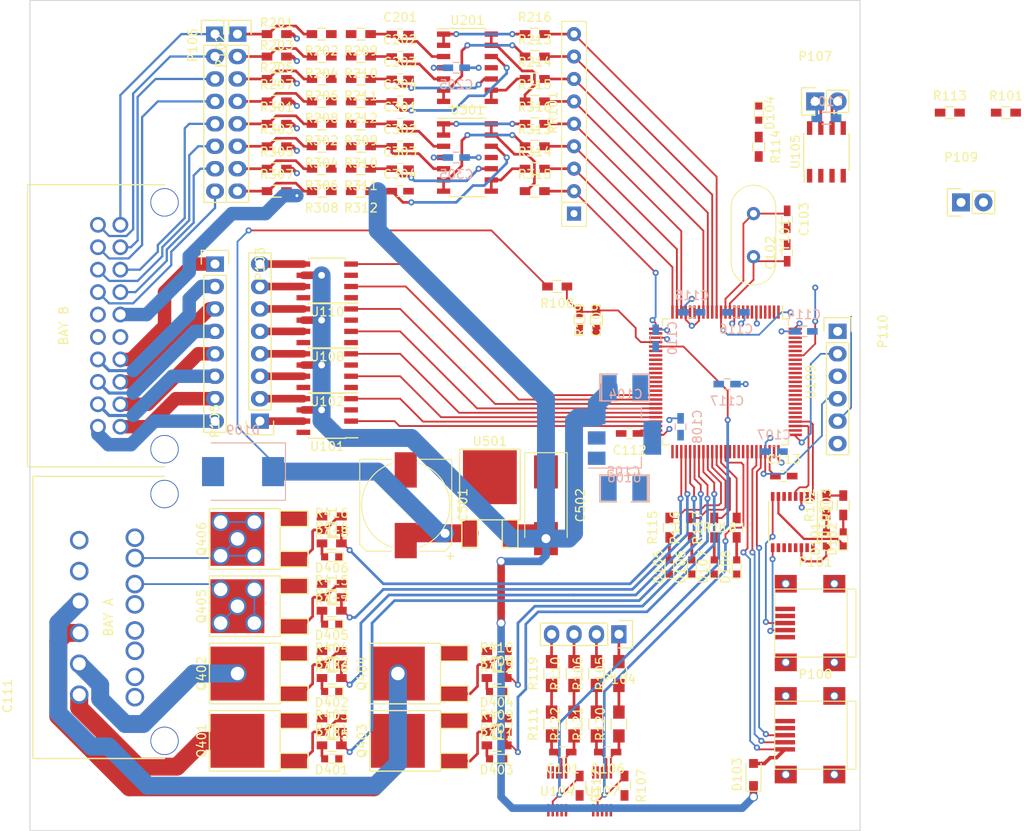
<source format=kicad_pcb>
(kicad_pcb (version 4) (host pcbnew 4.0.5)
  (layers (0 F.Cu signal) (31 B.Cu signal) (34 B.Paste user hide) (35 F.Paste user hide) (36 B.SilkS user) (37 F.SilkS user) (38 B.Mask user hide) (39 F.Mask user hide) (44 Edge.Cuts user))
  (net 0 "")
  (net 1 "Net-(C101-Pad1)")
  (net 2 "Net-(C101-Pad2)")
  (net 3 "Net-(C102-Pad1)")
  (net 4 GND)
  (net 5 "Net-(C103-Pad1)")
  (net 6 +5V)
  (net 7 +3V3)
  (net 8 "Net-(C106-Pad1)")
  (net 9 "Net-(C106-Pad2)")
  (net 10 BATT_ADC)
  (net 11 inj_a)
  (net 12 inj_b)
  (net 13 "Net-(C111-Pad6)")
  (net 14 "Net-(C111-Pad5)")
  (net 15 ls_out_4)
  (net 16 ls_out_3)
  (net 17 ls_out_2)
  (net 18 ls_out_1)
  (net 19 "Net-(C111-Pad11)")
  (net 20 "Net-(C111-Pad12)")
  (net 21 "Net-(C111-Pad13)")
  (net 22 "Net-(C111-Pad14)")
  (net 23 "Net-(C111-Pad17)")
  (net 24 "Net-(C111-Pad18)")
  (net 25 "Net-(C111-Pad19)")
  (net 26 "Net-(C111-Pad20)")
  (net 27 "Net-(C111-Pad21)")
  (net 28 "Net-(C111-Pad22)")
  (net 29 "Net-(C111-Pad23)")
  (net 30 "Net-(C111-Pad24)")
  (net 31 "Net-(C111-Pad27)")
  (net 32 "Net-(C111-Pad28)")
  (net 33 "Net-(C111-Pad29)")
  (net 34 "Net-(C111-Pad30)")
  (net 35 "Net-(C112-Pad1)")
  (net 36 "Net-(C113-Pad1)")
  (net 37 "Net-(C201-Pad1)")
  (net 38 "Net-(C202-Pad1)")
  (net 39 "Net-(C203-Pad1)")
  (net 40 "Net-(C204-Pad1)")
  (net 41 "Net-(C301-Pad1)")
  (net 42 "Net-(C302-Pad1)")
  (net 43 "Net-(C303-Pad1)")
  (net 44 "Net-(C304-Pad1)")
  (net 45 "Net-(D101-Pad2)")
  (net 46 "Net-(D101-Pad1)")
  (net 47 "Net-(D102-Pad2)")
  (net 48 "Net-(D102-Pad1)")
  (net 49 VBUS)
  (net 50 "Net-(D104-Pad2)")
  (net 51 "Net-(D105-Pad2)")
  (net 52 "Net-(D106-Pad2)")
  (net 53 "Net-(D107-Pad2)")
  (net 54 "Net-(D108-Pad2)")
  (net 55 +12V)
  (net 56 "Net-(D401-Pad2)")
  (net 57 "Net-(D402-Pad2)")
  (net 58 "Net-(D403-Pad2)")
  (net 59 "Net-(D404-Pad2)")
  (net 60 "Net-(D405-Pad2)")
  (net 61 "Net-(D406-Pad2)")
  (net 62 "Net-(P101-Pad1)")
  (net 63 "Net-(P101-Pad2)")
  (net 64 "Net-(P101-Pad3)")
  (net 65 "Net-(P101-Pad4)")
  (net 66 AIN0)
  (net 67 AIN1)
  (net 68 AIN2)
  (net 69 AIN3)
  (net 70 AIN4)
  (net 71 AIN5)
  (net 72 AIN6)
  (net 73 AIN7)
  (net 74 VR1+)
  (net 75 VR1-)
  (net 76 VR2+)
  (net 77 VR2-)
  (net 78 IGN_A_OUT)
  (net 79 IGN_B_OUT)
  (net 80 IGN_C_OUT)
  (net 81 IGN_D_OUT)
  (net 82 IGN_E_OUT)
  (net 83 IGN_F_OUT)
  (net 84 IGN_G_OUT)
  (net 85 IGN_H_OUT)
  (net 86 CANH)
  (net 87 CANL)
  (net 88 USB_DM)
  (net 89 USB_DP)
  (net 90 "Net-(P108-Pad4)")
  (net 91 "Net-(P109-Pad1)")
  (net 92 SWCLK)
  (net 93 SWDIO)
  (net 94 NRST)
  (net 95 "Net-(P110-Pad6)")
  (net 96 "Net-(Q401-Pad1)")
  (net 97 "Net-(Q402-Pad1)")
  (net 98 "Net-(Q403-Pad1)")
  (net 99 "Net-(Q404-Pad1)")
  (net 100 "Net-(Q405-Pad1)")
  (net 101 "Net-(Q406-Pad1)")
  (net 102 "Net-(R105-Pad1)")
  (net 103 "Net-(R106-Pad1)")
  (net 104 VRIN1)
  (net 105 "Net-(R110-Pad1)")
  (net 106 "Net-(R111-Pad2)")
  (net 107 VRIN2)
  (net 108 PD12)
  (net 109 PD13)
  (net 110 PD14)
  (net 111 PD15)
  (net 112 "Net-(R213-Pad1)")
  (net 113 a1)
  (net 114 "Net-(R214-Pad1)")
  (net 115 a2)
  (net 116 "Net-(R215-Pad1)")
  (net 117 a3)
  (net 118 "Net-(R216-Pad1)")
  (net 119 a0)
  (net 120 "Net-(R313-Pad1)")
  (net 121 a5)
  (net 122 "Net-(R314-Pad1)")
  (net 123 a6)
  (net 124 "Net-(R315-Pad1)")
  (net 125 a7)
  (net 126 "Net-(R316-Pad1)")
  (net 127 a4)
  (net 128 ls_1)
  (net 129 ls_2)
  (net 130 ls_3)
  (net 131 ls_4)
  (net 132 INJ_A_IN)
  (net 133 INJ_B_IN)
  (net 134 "Net-(U101-Pad1)")
  (net 135 IGN_A_IN)
  (net 136 IGN_B_IN)
  (net 137 "Net-(U101-Pad8)")
  (net 138 "Net-(U102-Pad1)")
  (net 139 IGN_C_IN)
  (net 140 IGN_D_IN)
  (net 141 "Net-(U102-Pad8)")
  (net 142 ftdi_tx)
  (net 143 "Net-(U103-Pad2)")
  (net 144 ftdi_rx)
  (net 145 "Net-(U103-Pad6)")
  (net 146 "Net-(U103-Pad10)")
  (net 147 "Net-(U103-Pad11)")
  (net 148 "Net-(U103-Pad15)")
  (net 149 "Net-(U103-Pad16)")
  (net 150 "Net-(U104-Pad3)")
  (net 151 "Net-(U104-Pad8)")
  (net 152 CAN_TX)
  (net 153 CAN_RX)
  (net 154 "Net-(U107-Pad3)")
  (net 155 "Net-(U107-Pad8)")
  (net 156 "Net-(U108-Pad1)")
  (net 157 IGN_E_IN)
  (net 158 IGN_F_IN)
  (net 159 "Net-(U108-Pad8)")
  (net 160 "Net-(U109-Pad1)")
  (net 161 "Net-(U109-Pad2)")
  (net 162 "Net-(U109-Pad3)")
  (net 163 "Net-(U109-Pad4)")
  (net 164 "Net-(U109-Pad5)")
  (net 165 "Net-(U109-Pad7)")
  (net 166 "Net-(U109-Pad8)")
  (net 167 "Net-(U109-Pad9)")
  (net 168 "Net-(U109-Pad31)")
  (net 169 "Net-(U109-Pad32)")
  (net 170 "Net-(U109-Pad33)")
  (net 171 "Net-(U109-Pad34)")
  (net 172 "Net-(U109-Pad35)")
  (net 173 "Net-(U109-Pad36)")
  (net 174 "Net-(U109-Pad37)")
  (net 175 "Net-(U109-Pad38)")
  (net 176 "Net-(U109-Pad39)")
  (net 177 "Net-(U109-Pad40)")
  (net 178 IGN_H_IN)
  (net 179 IGN_G_IN)
  (net 180 "Net-(U109-Pad52)")
  (net 181 "Net-(U109-Pad64)")
  (net 182 "Net-(U109-Pad65)")
  (net 183 "Net-(U109-Pad66)")
  (net 184 "Net-(U109-Pad67)")
  (net 185 "Net-(U109-Pad69)")
  (net 186 "Net-(U109-Pad77)")
  (net 187 "Net-(U109-Pad80)")
  (net 188 "Net-(U109-Pad81)")
  (net 189 "Net-(U109-Pad82)")
  (net 190 "Net-(U109-Pad83)")
  (net 191 "Net-(U109-Pad84)")
  (net 192 "Net-(U109-Pad85)")
  (net 193 "Net-(U109-Pad86)")
  (net 194 "Net-(U109-Pad87)")
  (net 195 "Net-(U109-Pad88)")
  (net 196 "Net-(U109-Pad89)")
  (net 197 "Net-(U109-Pad90)")
  (net 198 "Net-(U109-Pad91)")
  (net 199 "Net-(U109-Pad93)")
  (net 200 "Net-(U109-Pad95)")
  (net 201 "Net-(U109-Pad96)")
  (net 202 "Net-(U109-Pad97)")
  (net 203 "Net-(U109-Pad98)")
  (net 204 "Net-(U110-Pad1)")
  (net 205 "Net-(U110-Pad8)")
  (module wr-efi:uMAX-10 (layer F.Cu) (at 110.49 140.335 270)
    (fp_text reference U104 (at 0 0 360) (layer F.SilkS))
    (fp_text value MAX9924)
    (pad 1 smd rect (at -2.14 -1 270) (size 1.4 0.28) (layers F.Cu F.Paste F.Mask) (net 1 "Net-(C101-Pad1)"))
    (pad 2 smd rect (at -2.14 -0.5 270) (size 1.4 0.28) (layers F.Cu F.Paste F.Mask) (net 2 "Net-(C101-Pad2)"))
    (pad 3 smd rect (at -2.14 0 270) (size 1.4 0.28) (layers F.Cu F.Paste F.Mask) (net 150 "Net-(U104-Pad3)"))
    (pad 4 smd rect (at -2.14 0.5 270) (size 1.4 0.28) (layers F.Cu F.Paste F.Mask) (net 4 GND))
    (pad 5 smd rect (at -2.14 1 270) (size 1.4 0.28) (layers F.Cu F.Paste F.Mask) (net 4 GND))
    (pad 6 smd rect (at 2.14 1 270) (size 1.4 0.28) (layers F.Cu F.Paste F.Mask) (net 4 GND))
    (pad 7 smd rect (at 2.14 0.5 270) (size 1.4 0.28) (layers F.Cu F.Paste F.Mask) (net 107 VRIN2))
    (pad 8 smd rect (at 2.14 0 270) (size 1.4 0.28) (layers F.Cu F.Paste F.Mask) (net 151 "Net-(U104-Pad8)"))
    (pad 9 smd rect (at 2.14 -0.5 270) (size 1.4 0.28) (layers F.Cu F.Paste F.Mask) (net 4 GND))
    (pad 10 smd rect (at 2.14 -1 270) (size 1.4 0.28) (layers F.Cu F.Paste F.Mask) (net 6 +5V))
  )
  (module Capacitors_SMD:C_0603_HandSoldering (layer F.Cu) (at 111.125 135.89 180)
    (fp_text reference C101 (at 0 -1.9 180) (layer F.SilkS))
    (fp_text value 1nF)
    (pad 1 smd rect (at -0.95 0 180) (size 1.2 0.75) (layers F.Cu F.Paste F.Mask) (net 1 "Net-(C101-Pad1)"))
    (pad 2 smd rect (at 0.95 0 180) (size 1.2 0.75) (layers F.Cu F.Paste F.Mask) (net 2 "Net-(C101-Pad2)"))
  )
  (module Housings_QFP:LQFP-100_14x14mm_Pitch0.5mm (layer F.Cu) (at 129.54 93.98 270)
    (fp_text reference U109 (at 0 -9.65 270) (layer F.SilkS))
    (fp_text value STM32F407VGTx)
    (pad 1 smd rect (at -7.9 -6 270) (size 1.5 0.28) (layers F.Cu F.Paste F.Mask) (net 160 "Net-(U109-Pad1)"))
    (pad 2 smd rect (at -7.9 -5.5 270) (size 1.5 0.28) (layers F.Cu F.Paste F.Mask) (net 161 "Net-(U109-Pad2)"))
    (pad 3 smd rect (at -7.9 -5 270) (size 1.5 0.28) (layers F.Cu F.Paste F.Mask) (net 162 "Net-(U109-Pad3)"))
    (pad 4 smd rect (at -7.9 -4.5 270) (size 1.5 0.28) (layers F.Cu F.Paste F.Mask) (net 163 "Net-(U109-Pad4)"))
    (pad 5 smd rect (at -7.9 -4 270) (size 1.5 0.28) (layers F.Cu F.Paste F.Mask) (net 164 "Net-(U109-Pad5)"))
    (pad 6 smd rect (at -7.9 -3.5 270) (size 1.5 0.28) (layers F.Cu F.Paste F.Mask) (net 7 +3V3))
    (pad 7 smd rect (at -7.9 -3 270) (size 1.5 0.28) (layers F.Cu F.Paste F.Mask) (net 165 "Net-(U109-Pad7)"))
    (pad 8 smd rect (at -7.9 -2.5 270) (size 1.5 0.28) (layers F.Cu F.Paste F.Mask) (net 166 "Net-(U109-Pad8)"))
    (pad 9 smd rect (at -7.9 -2 270) (size 1.5 0.28) (layers F.Cu F.Paste F.Mask) (net 167 "Net-(U109-Pad9)"))
    (pad 10 smd rect (at -7.9 -1.5 270) (size 1.5 0.28) (layers F.Cu F.Paste F.Mask) (net 4 GND))
    (pad 11 smd rect (at -7.9 -1 270) (size 1.5 0.28) (layers F.Cu F.Paste F.Mask) (net 7 +3V3))
    (pad 12 smd rect (at -7.9 -0.5 270) (size 1.5 0.28) (layers F.Cu F.Paste F.Mask) (net 3 "Net-(C102-Pad1)"))
    (pad 13 smd rect (at -7.9 0 270) (size 1.5 0.28) (layers F.Cu F.Paste F.Mask) (net 5 "Net-(C103-Pad1)"))
    (pad 14 smd rect (at -7.9 0.5 270) (size 1.5 0.28) (layers F.Cu F.Paste F.Mask) (net 94 NRST))
    (pad 15 smd rect (at -7.9 1 270) (size 1.5 0.28) (layers F.Cu F.Paste F.Mask) (net 119 a0))
    (pad 16 smd rect (at -7.9 1.5 270) (size 1.5 0.28) (layers F.Cu F.Paste F.Mask) (net 113 a1))
    (pad 17 smd rect (at -7.9 2 270) (size 1.5 0.28) (layers F.Cu F.Paste F.Mask) (net 115 a2))
    (pad 18 smd rect (at -7.9 2.5 270) (size 1.5 0.28) (layers F.Cu F.Paste F.Mask) (net 117 a3))
    (pad 19 smd rect (at -7.9 3 270) (size 1.5 0.28) (layers F.Cu F.Paste F.Mask) (net 7 +3V3))
    (pad 20 smd rect (at -7.9 3.5 270) (size 1.5 0.28) (layers F.Cu F.Paste F.Mask) (net 4 GND))
    (pad 21 smd rect (at -7.9 4 270) (size 1.5 0.28) (layers F.Cu F.Paste F.Mask) (net 7 +3V3))
    (pad 22 smd rect (at -7.9 4.5 270) (size 1.5 0.28) (layers F.Cu F.Paste F.Mask) (net 7 +3V3))
    (pad 23 smd rect (at -7.9 5 270) (size 1.5 0.28) (layers F.Cu F.Paste F.Mask) (net 127 a4))
    (pad 24 smd rect (at -7.9 5.5 270) (size 1.5 0.28) (layers F.Cu F.Paste F.Mask) (net 121 a5))
    (pad 25 smd rect (at -7.9 6 270) (size 1.5 0.28) (layers F.Cu F.Paste F.Mask) (net 123 a6))
    (pad 26 smd rect (at -6 7.9) (size 1.5 0.28) (layers F.Cu F.Paste F.Mask) (net 125 a7))
    (pad 27 smd rect (at -5.5 7.9) (size 1.5 0.28) (layers F.Cu F.Paste F.Mask) (net 4 GND))
    (pad 28 smd rect (at -5 7.9) (size 1.5 0.28) (layers F.Cu F.Paste F.Mask) (net 7 +3V3))
    (pad 29 smd rect (at -4.5 7.9) (size 1.5 0.28) (layers F.Cu F.Paste F.Mask) (net 10 BATT_ADC))
    (pad 30 smd rect (at -4 7.9) (size 1.5 0.28) (layers F.Cu F.Paste F.Mask) (net 107 VRIN2))
    (pad 31 smd rect (at -3.5 7.9) (size 1.5 0.28) (layers F.Cu F.Paste F.Mask) (net 168 "Net-(U109-Pad31)"))
    (pad 32 smd rect (at -3 7.9) (size 1.5 0.28) (layers F.Cu F.Paste F.Mask) (net 169 "Net-(U109-Pad32)"))
    (pad 33 smd rect (at -2.5 7.9) (size 1.5 0.28) (layers F.Cu F.Paste F.Mask) (net 170 "Net-(U109-Pad33)"))
    (pad 34 smd rect (at -2 7.9) (size 1.5 0.28) (layers F.Cu F.Paste F.Mask) (net 171 "Net-(U109-Pad34)"))
    (pad 35 smd rect (at -1.5 7.9) (size 1.5 0.28) (layers F.Cu F.Paste F.Mask) (net 172 "Net-(U109-Pad35)"))
    (pad 36 smd rect (at -1 7.9) (size 1.5 0.28) (layers F.Cu F.Paste F.Mask) (net 173 "Net-(U109-Pad36)"))
    (pad 37 smd rect (at -0.5 7.9) (size 1.5 0.28) (layers F.Cu F.Paste F.Mask) (net 174 "Net-(U109-Pad37)"))
    (pad 38 smd rect (at 0 7.9) (size 1.5 0.28) (layers F.Cu F.Paste F.Mask) (net 175 "Net-(U109-Pad38)"))
    (pad 39 smd rect (at 0.5 7.9) (size 1.5 0.28) (layers F.Cu F.Paste F.Mask) (net 176 "Net-(U109-Pad39)"))
    (pad 40 smd rect (at 1 7.9) (size 1.5 0.28) (layers F.Cu F.Paste F.Mask) (net 177 "Net-(U109-Pad40)"))
    (pad 41 smd rect (at 1.5 7.9) (size 1.5 0.28) (layers F.Cu F.Paste F.Mask) (net 178 IGN_H_IN))
    (pad 42 smd rect (at 2 7.9) (size 1.5 0.28) (layers F.Cu F.Paste F.Mask) (net 179 IGN_G_IN))
    (pad 43 smd rect (at 2.5 7.9) (size 1.5 0.28) (layers F.Cu F.Paste F.Mask) (net 158 IGN_F_IN))
    (pad 44 smd rect (at 3 7.9) (size 1.5 0.28) (layers F.Cu F.Paste F.Mask) (net 157 IGN_E_IN))
    (pad 45 smd rect (at 3.5 7.9) (size 1.5 0.28) (layers F.Cu F.Paste F.Mask) (net 140 IGN_D_IN))
    (pad 46 smd rect (at 4 7.9) (size 1.5 0.28) (layers F.Cu F.Paste F.Mask) (net 139 IGN_C_IN))
    (pad 47 smd rect (at 4.5 7.9) (size 1.5 0.28) (layers F.Cu F.Paste F.Mask) (net 136 IGN_B_IN))
    (pad 48 smd rect (at 5 7.9) (size 1.5 0.28) (layers F.Cu F.Paste F.Mask) (net 135 IGN_A_IN))
    (pad 49 smd rect (at 5.5 7.9) (size 1.5 0.28) (layers F.Cu F.Paste F.Mask) (net 35 "Net-(C112-Pad1)"))
    (pad 50 smd rect (at 6 7.9) (size 1.5 0.28) (layers F.Cu F.Paste F.Mask) (net 7 +3V3))
    (pad 51 smd rect (at 7.9 6 270) (size 1.5 0.28) (layers F.Cu F.Paste F.Mask) (net 153 CAN_RX))
    (pad 52 smd rect (at 7.9 5.5 270) (size 1.5 0.28) (layers F.Cu F.Paste F.Mask) (net 180 "Net-(U109-Pad52)"))
    (pad 53 smd rect (at 7.9 5 270) (size 1.5 0.28) (layers F.Cu F.Paste F.Mask) (net 133 INJ_B_IN))
    (pad 54 smd rect (at 7.9 4.5 270) (size 1.5 0.28) (layers F.Cu F.Paste F.Mask) (net 132 INJ_A_IN))
    (pad 55 smd rect (at 7.9 4 270) (size 1.5 0.28) (layers F.Cu F.Paste F.Mask) (net 129 ls_2))
    (pad 56 smd rect (at 7.9 3.5 270) (size 1.5 0.28) (layers F.Cu F.Paste F.Mask) (net 128 ls_1))
    (pad 57 smd rect (at 7.9 3 270) (size 1.5 0.28) (layers F.Cu F.Paste F.Mask) (net 131 ls_4))
    (pad 58 smd rect (at 7.9 2.5 270) (size 1.5 0.28) (layers F.Cu F.Paste F.Mask) (net 130 ls_3))
    (pad 59 smd rect (at 7.9 2 270) (size 1.5 0.28) (layers F.Cu F.Paste F.Mask) (net 108 PD12))
    (pad 60 smd rect (at 7.9 1.5 270) (size 1.5 0.28) (layers F.Cu F.Paste F.Mask) (net 109 PD13))
    (pad 61 smd rect (at 7.9 1 270) (size 1.5 0.28) (layers F.Cu F.Paste F.Mask) (net 110 PD14))
    (pad 62 smd rect (at 7.9 0.5 270) (size 1.5 0.28) (layers F.Cu F.Paste F.Mask) (net 111 PD15))
    (pad 63 smd rect (at 7.9 0 270) (size 1.5 0.28) (layers F.Cu F.Paste F.Mask) (net 104 VRIN1))
    (pad 64 smd rect (at 7.9 -0.5 270) (size 1.5 0.28) (layers F.Cu F.Paste F.Mask) (net 181 "Net-(U109-Pad64)"))
    (pad 65 smd rect (at 7.9 -1 270) (size 1.5 0.28) (layers F.Cu F.Paste F.Mask) (net 182 "Net-(U109-Pad65)"))
    (pad 66 smd rect (at 7.9 -1.5 270) (size 1.5 0.28) (layers F.Cu F.Paste F.Mask) (net 183 "Net-(U109-Pad66)"))
    (pad 67 smd rect (at 7.9 -2 270) (size 1.5 0.28) (layers F.Cu F.Paste F.Mask) (net 184 "Net-(U109-Pad67)"))
    (pad 68 smd rect (at 7.9 -2.5 270) (size 1.5 0.28) (layers F.Cu F.Paste F.Mask) (net 49 VBUS))
    (pad 69 smd rect (at 7.9 -3 270) (size 1.5 0.28) (layers F.Cu F.Paste F.Mask) (net 185 "Net-(U109-Pad69)"))
    (pad 70 smd rect (at 7.9 -3.5 270) (size 1.5 0.28) (layers F.Cu F.Paste F.Mask) (net 88 USB_DM))
    (pad 71 smd rect (at 7.9 -4 270) (size 1.5 0.28) (layers F.Cu F.Paste F.Mask) (net 89 USB_DP))
    (pad 72 smd rect (at 7.9 -4.5 270) (size 1.5 0.28) (layers F.Cu F.Paste F.Mask) (net 93 SWDIO))
    (pad 73 smd rect (at 7.9 -5 270) (size 1.5 0.28) (layers F.Cu F.Paste F.Mask) (net 36 "Net-(C113-Pad1)"))
    (pad 74 smd rect (at 7.9 -5.5 270) (size 1.5 0.28) (layers F.Cu F.Paste F.Mask) (net 4 GND))
    (pad 75 smd rect (at 7.9 -6 270) (size 1.5 0.28) (layers F.Cu F.Paste F.Mask) (net 7 +3V3))
    (pad 76 smd rect (at 6 -7.9) (size 1.5 0.28) (layers F.Cu F.Paste F.Mask) (net 92 SWCLK))
    (pad 77 smd rect (at 5.5 -7.9) (size 1.5 0.28) (layers F.Cu F.Paste F.Mask) (net 186 "Net-(U109-Pad77)"))
    (pad 78 smd rect (at 5 -7.9) (size 1.5 0.28) (layers F.Cu F.Paste F.Mask) (net 144 ftdi_rx))
    (pad 79 smd rect (at 4.5 -7.9) (size 1.5 0.28) (layers F.Cu F.Paste F.Mask) (net 142 ftdi_tx))
    (pad 80 smd rect (at 4 -7.9) (size 1.5 0.28) (layers F.Cu F.Paste F.Mask) (net 187 "Net-(U109-Pad80)"))
    (pad 81 smd rect (at 3.5 -7.9) (size 1.5 0.28) (layers F.Cu F.Paste F.Mask) (net 188 "Net-(U109-Pad81)"))
    (pad 82 smd rect (at 3 -7.9) (size 1.5 0.28) (layers F.Cu F.Paste F.Mask) (net 189 "Net-(U109-Pad82)"))
    (pad 83 smd rect (at 2.5 -7.9) (size 1.5 0.28) (layers F.Cu F.Paste F.Mask) (net 190 "Net-(U109-Pad83)"))
    (pad 84 smd rect (at 2 -7.9) (size 1.5 0.28) (layers F.Cu F.Paste F.Mask) (net 191 "Net-(U109-Pad84)"))
    (pad 85 smd rect (at 1.5 -7.9) (size 1.5 0.28) (layers F.Cu F.Paste F.Mask) (net 192 "Net-(U109-Pad85)"))
    (pad 86 smd rect (at 1 -7.9) (size 1.5 0.28) (layers F.Cu F.Paste F.Mask) (net 193 "Net-(U109-Pad86)"))
    (pad 87 smd rect (at 0.5 -7.9) (size 1.5 0.28) (layers F.Cu F.Paste F.Mask) (net 194 "Net-(U109-Pad87)"))
    (pad 88 smd rect (at 0 -7.9) (size 1.5 0.28) (layers F.Cu F.Paste F.Mask) (net 195 "Net-(U109-Pad88)"))
    (pad 89 smd rect (at -0.5 -7.9) (size 1.5 0.28) (layers F.Cu F.Paste F.Mask) (net 196 "Net-(U109-Pad89)"))
    (pad 90 smd rect (at -1 -7.9) (size 1.5 0.28) (layers F.Cu F.Paste F.Mask) (net 197 "Net-(U109-Pad90)"))
    (pad 91 smd rect (at -1.5 -7.9) (size 1.5 0.28) (layers F.Cu F.Paste F.Mask) (net 198 "Net-(U109-Pad91)"))
    (pad 92 smd rect (at -2 -7.9) (size 1.5 0.28) (layers F.Cu F.Paste F.Mask) (net 152 CAN_TX))
    (pad 93 smd rect (at -2.5 -7.9) (size 1.5 0.28) (layers F.Cu F.Paste F.Mask) (net 199 "Net-(U109-Pad93)"))
    (pad 94 smd rect (at -3 -7.9) (size 1.5 0.28) (layers F.Cu F.Paste F.Mask) (net 91 "Net-(P109-Pad1)"))
    (pad 95 smd rect (at -3.5 -7.9) (size 1.5 0.28) (layers F.Cu F.Paste F.Mask) (net 200 "Net-(U109-Pad95)"))
    (pad 96 smd rect (at -4 -7.9) (size 1.5 0.28) (layers F.Cu F.Paste F.Mask) (net 201 "Net-(U109-Pad96)"))
    (pad 97 smd rect (at -4.5 -7.9) (size 1.5 0.28) (layers F.Cu F.Paste F.Mask) (net 202 "Net-(U109-Pad97)"))
    (pad 98 smd rect (at -5 -7.9) (size 1.5 0.28) (layers F.Cu F.Paste F.Mask) (net 203 "Net-(U109-Pad98)"))
    (pad 99 smd rect (at -5.5 -7.9) (size 1.5 0.28) (layers F.Cu F.Paste F.Mask) (net 4 GND))
    (pad 100 smd rect (at -6 -7.9) (size 1.5 0.28) (layers F.Cu F.Paste F.Mask) (net 7 +3V3))
  )
  (module Housings_SSOP:SSOP-16_4.4x5.2mm_Pitch0.65mm (layer F.Cu) (at 137.16 109.855 270)
    (fp_text reference U103 (at 0 -3.65 270) (layer F.SilkS))
    (fp_text value FT230XS)
    (pad 1 smd rect (at -2.9 -2.275 270) (size 1 0.4) (layers F.Cu F.Paste F.Mask) (net 142 ftdi_tx))
    (pad 2 smd rect (at -2.9 -1.625 270) (size 1 0.4) (layers F.Cu F.Paste F.Mask) (net 143 "Net-(U103-Pad2)"))
    (pad 3 smd rect (at -2.9 -0.975 270) (size 1 0.4) (layers F.Cu F.Paste F.Mask) (net 7 +3V3))
    (pad 4 smd rect (at -2.9 -0.325 270) (size 1 0.4) (layers F.Cu F.Paste F.Mask) (net 144 ftdi_rx))
    (pad 5 smd rect (at -2.9 0.325 270) (size 1 0.4) (layers F.Cu F.Paste F.Mask) (net 4 GND))
    (pad 6 smd rect (at -2.9 0.975 270) (size 1 0.4) (layers F.Cu F.Paste F.Mask) (net 145 "Net-(U103-Pad6)"))
    (pad 7 smd rect (at -2.9 1.625 270) (size 1 0.4) (layers F.Cu F.Paste F.Mask) (net 48 "Net-(D102-Pad1)"))
    (pad 8 smd rect (at -2.9 2.275 270) (size 1 0.4) (layers F.Cu F.Paste F.Mask) (net 64 "Net-(P101-Pad3)"))
    (pad 9 smd rect (at 2.9 2.275 270) (size 1 0.4) (layers F.Cu F.Paste F.Mask) (net 63 "Net-(P101-Pad2)"))
    (pad 10 smd rect (at 2.9 1.625 270) (size 1 0.4) (layers F.Cu F.Paste F.Mask) (net 146 "Net-(U103-Pad10)"))
    (pad 11 smd rect (at 2.9 0.975 270) (size 1 0.4) (layers F.Cu F.Paste F.Mask) (net 147 "Net-(U103-Pad11)"))
    (pad 12 smd rect (at 2.9 0.325 270) (size 1 0.4) (layers F.Cu F.Paste F.Mask) (net 6 +5V))
    (pad 13 smd rect (at 2.9 -0.325 270) (size 1 0.4) (layers F.Cu F.Paste F.Mask) (net 4 GND))
    (pad 14 smd rect (at 2.9 -0.975 270) (size 1 0.4) (layers F.Cu F.Paste F.Mask) (net 46 "Net-(D101-Pad1)"))
    (pad 15 smd rect (at 2.9 -1.625 270) (size 1 0.4) (layers F.Cu F.Paste F.Mask) (net 148 "Net-(U103-Pad15)"))
    (pad 16 smd rect (at 2.9 -2.275 270) (size 1 0.4) (layers F.Cu F.Paste F.Mask) (net 149 "Net-(U103-Pad16)"))
  )
  (module TO_SOT_Packages_SMD:TO-252-2Lead (layer F.Cu) (at 80.645 111.76 90)
    (fp_text reference Q406 (at 0 -10.414 90) (layer F.SilkS))
    (fp_text value IRF540N)
    (pad 1 smd rect (at -2.286 0 90) (size 1.651 3.048) (layers F.Cu F.Paste F.Mask) (net 101 "Net-(Q406-Pad1)"))
    (pad 2 smd rect (at 0 -6.35 90) (size 6.096 6.096) (layers F.Cu F.Paste F.Mask) (net 12 inj_b))
    (pad 3 smd rect (at 2.286 0 90) (size 1.651 3.048) (layers F.Cu F.Paste F.Mask) (net 4 GND))
  )
  (module Housings_SOIC:SOIC-14_3.9x8.7mm_Pitch1.27mm (layer F.Cu) (at 100.33 58.42)
    (fp_text reference U201 (at 0 -5.375) (layer F.SilkS))
    (fp_text value LM324)
    (pad 1 smd rect (at -2.7 -3.81) (size 1.5 0.6) (layers F.Cu F.Paste F.Mask) (net 118 "Net-(R216-Pad1)"))
    (pad 2 smd rect (at -2.7 -2.54) (size 1.5 0.6) (layers F.Cu F.Paste F.Mask) (net 118 "Net-(R216-Pad1)"))
    (pad 3 smd rect (at -2.7 -1.27) (size 1.5 0.6) (layers F.Cu F.Paste F.Mask) (net 37 "Net-(C201-Pad1)"))
    (pad 4 smd rect (at -2.7 0) (size 1.5 0.6) (layers F.Cu F.Paste F.Mask) (net 6 +5V))
    (pad 5 smd rect (at -2.7 1.27) (size 1.5 0.6) (layers F.Cu F.Paste F.Mask) (net 38 "Net-(C202-Pad1)"))
    (pad 6 smd rect (at -2.7 2.54) (size 1.5 0.6) (layers F.Cu F.Paste F.Mask) (net 112 "Net-(R213-Pad1)"))
    (pad 7 smd rect (at -2.7 3.81) (size 1.5 0.6) (layers F.Cu F.Paste F.Mask) (net 112 "Net-(R213-Pad1)"))
    (pad 8 smd rect (at 2.7 3.81) (size 1.5 0.6) (layers F.Cu F.Paste F.Mask) (net 114 "Net-(R214-Pad1)"))
    (pad 9 smd rect (at 2.7 2.54) (size 1.5 0.6) (layers F.Cu F.Paste F.Mask) (net 114 "Net-(R214-Pad1)"))
    (pad 10 smd rect (at 2.7 1.27) (size 1.5 0.6) (layers F.Cu F.Paste F.Mask) (net 39 "Net-(C203-Pad1)"))
    (pad 11 smd rect (at 2.7 0) (size 1.5 0.6) (layers F.Cu F.Paste F.Mask) (net 4 GND))
    (pad 12 smd rect (at 2.7 -1.27) (size 1.5 0.6) (layers F.Cu F.Paste F.Mask) (net 40 "Net-(C204-Pad1)"))
    (pad 13 smd rect (at 2.7 -2.54) (size 1.5 0.6) (layers F.Cu F.Paste F.Mask) (net 116 "Net-(R215-Pad1)"))
    (pad 14 smd rect (at 2.7 -3.81) (size 1.5 0.6) (layers F.Cu F.Paste F.Mask) (net 116 "Net-(R215-Pad1)"))
  )
  (module Resistors_SMD:R_0603_HandSoldering (layer F.Cu) (at 107.95 54.61)
    (fp_text reference R216 (at 0 -1.9) (layer F.SilkS))
    (fp_text value 1500)
    (pad 1 smd rect (at -1.1 0) (size 1.2 0.9) (layers F.Cu F.Paste F.Mask) (net 118 "Net-(R216-Pad1)"))
    (pad 2 smd rect (at 1.1 0) (size 1.2 0.9) (layers F.Cu F.Paste F.Mask) (net 119 a0))
  )
  (module Capacitors_SMD:C_0603_HandSoldering (layer F.Cu) (at 136.525 79.375 90)
    (fp_text reference C102 (at 0 -1.9 90) (layer F.SilkS))
    (fp_text value 20pF)
    (pad 1 smd rect (at -0.95 0 90) (size 1.2 0.75) (layers F.Cu F.Paste F.Mask) (net 3 "Net-(C102-Pad1)"))
    (pad 2 smd rect (at 0.95 0 90) (size 1.2 0.75) (layers F.Cu F.Paste F.Mask) (net 4 GND))
  )
  (module Capacitors_SMD:C_0603_HandSoldering (layer F.Cu) (at 136.525 75.565 270)
    (fp_text reference C103 (at 0 -1.9 270) (layer F.SilkS))
    (fp_text value 20pF)
    (pad 1 smd rect (at -0.95 0 270) (size 1.2 0.75) (layers F.Cu F.Paste F.Mask) (net 5 "Net-(C103-Pad1)"))
    (pad 2 smd rect (at 0.95 0 270) (size 1.2 0.75) (layers F.Cu F.Paste F.Mask) (net 4 GND))
  )
  (module SMD_Packages:SMD-1210_Pol (layer B.Cu) (at 118.11 94.615)
    (fp_text reference C104 (at 0.127 0.762) (layer B.SilkS) (effects (justify mirror)))
    (fp_text value CP)
    (pad 1 smd rect (at -1.778 0) (size 1.778 2.794) (layers B.Cu B.Paste B.Mask) (net 6 +5V))
    (pad 2 smd rect (at 1.778 0) (size 1.778 2.794) (layers B.Cu B.Paste B.Mask) (net 4 GND))
  )
  (module SMD_Packages:SMD-1210_Pol (layer B.Cu) (at 118.11 106.045 180)
    (fp_text reference C105 (at 0.127 1.905 180) (layer B.SilkS) (effects (justify mirror)))
    (fp_text value 22uF)
    (pad 1 smd rect (at -1.778 0 180) (size 1.778 2.794) (layers B.Cu B.Paste B.Mask) (net 7 +3V3))
    (pad 2 smd rect (at 1.778 0 180) (size 1.778 2.794) (layers B.Cu B.Paste B.Mask) (net 4 GND))
  )
  (module Capacitors_SMD:C_0603_HandSoldering (layer F.Cu) (at 116.205 135.89 180)
    (fp_text reference C106 (at 0 -1.9 180) (layer F.SilkS))
    (fp_text value 1nF)
    (pad 1 smd rect (at -0.95 0 180) (size 1.2 0.75) (layers F.Cu F.Paste F.Mask) (net 8 "Net-(C106-Pad1)"))
    (pad 2 smd rect (at 0.95 0 180) (size 1.2 0.75) (layers F.Cu F.Paste F.Mask) (net 9 "Net-(C106-Pad2)"))
  )
  (module Capacitors_SMD:C_0603_HandSoldering (layer B.Cu) (at 135.04 101.88 180)
    (fp_text reference C107 (at 0 1.9 180) (layer B.SilkS) (effects (justify mirror)))
    (fp_text value .1uF)
    (pad 1 smd rect (at -0.95 0 180) (size 1.2 0.75) (layers B.Cu B.Paste B.Mask) (net 7 +3V3))
    (pad 2 smd rect (at 0.95 0 180) (size 1.2 0.75) (layers B.Cu B.Paste B.Mask) (net 4 GND))
  )
  (module Capacitors_SMD:C_0603_HandSoldering (layer B.Cu) (at 124.46 99.06 90)
    (fp_text reference C108 (at 0 1.9 90) (layer B.SilkS) (effects (justify mirror)))
    (fp_text value .1uF)
    (pad 1 smd rect (at -0.95 0 90) (size 1.2 0.75) (layers B.Cu B.Paste B.Mask) (net 7 +3V3))
    (pad 2 smd rect (at 0.95 0 90) (size 1.2 0.75) (layers B.Cu B.Paste B.Mask) (net 4 GND))
  )
  (module Capacitors_SMD:C_0603_HandSoldering (layer F.Cu) (at 113.03 86.995 270)
    (fp_text reference C109 (at 0 -1.9 270) (layer F.SilkS))
    (fp_text value 0.01uF)
    (pad 1 smd rect (at -0.95 0 270) (size 1.2 0.75) (layers F.Cu F.Paste F.Mask) (net 10 BATT_ADC))
    (pad 2 smd rect (at 0.95 0 270) (size 1.2 0.75) (layers F.Cu F.Paste F.Mask) (net 4 GND))
  )
  (module Capacitors_SMD:C_0603_HandSoldering (layer B.Cu) (at 121.64 89.03 90)
    (fp_text reference C110 (at 0 1.9 90) (layer B.SilkS) (effects (justify mirror)))
    (fp_text value 4.7uF)
    (pad 1 smd rect (at -0.95 0 90) (size 1.2 0.75) (layers B.Cu B.Paste B.Mask) (net 7 +3V3))
    (pad 2 smd rect (at 0.95 0 90) (size 1.2 0.75) (layers B.Cu B.Paste B.Mask) (net 4 GND))
  )
  (module wr-efi:MOLEX_34707-2012 (layer F.Cu) (at 66.04 134.62 90)
    (fp_text reference C111 (at 5.08 -17.78 90) (layer F.SilkS))
    (fp_text value MOLEX_34703_2012)
    (fp_text user "BAY A" (at 13.97 -6.35 90) (layer F.SilkS))
    (fp_text user "BAY B" (at 46.99 -11.43 90) (layer F.SilkS))
    (pad 7 thru_hole circle (at 4.945 -3.36 90) (size 2.1 2.1) (drill 1.48) (layers *.Cu *.Mask) (net 4 GND))
    (pad 8 thru_hole circle (at 10.195 -3.36 90) (size 2.1 2.1) (drill 1.48) (layers *.Cu *.Mask) (net 4 GND))
    (pad 9 thru_hole circle (at 17.745 -3.36 90) (size 2.1 2.1) (drill 1.48) (layers *.Cu *.Mask) (net 11 inj_a))
    (pad 10 thru_hole circle (at 22.995 -3.36 90) (size 2.1 2.1) (drill 1.48) (layers *.Cu *.Mask) (net 12 inj_b))
    (pad 6 thru_hole circle (at 22.72 -9.66 90) (size 2.1 2.1) (drill 1.48) (layers *.Cu *.Mask) (net 13 "Net-(C111-Pad6)"))
    (pad 5 thru_hole circle (at 19.22 -9.66 90) (size 2.1 2.1) (drill 1.48) (layers *.Cu *.Mask) (net 14 "Net-(C111-Pad5)"))
    (pad 4 thru_hole circle (at 15.72 -9.66 90) (size 2.1 2.1) (drill 1.48) (layers *.Cu *.Mask) (net 15 ls_out_4))
    (pad 3 thru_hole circle (at 12.22 -9.66 90) (size 2.1 2.1) (drill 1.48) (layers *.Cu *.Mask) (net 16 ls_out_3))
    (pad 2 thru_hole circle (at 8.72 -9.66 90) (size 2.1 2.1) (drill 1.48) (layers *.Cu *.Mask) (net 17 ls_out_2))
    (pad "" np_thru_hole circle (at 60.96 0 90) (size 3.2 3.2) (drill 3) (layers *.Cu *.Mask))
    (pad "" np_thru_hole circle (at 33.02 0 90) (size 3.2 3.2) (drill 3) (layers *.Cu *.Mask))
    (pad "" np_thru_hole circle (at 27.94 0 90) (size 3.2 3.2) (drill 3) (layers *.Cu *.Mask))
    (pad "" np_thru_hole circle (at 0 0 90) (size 3.2 3.2) (drill 3) (layers *.Cu *.Mask))
    (pad 1 thru_hole circle (at 5.22 -9.66 90) (size 2.1 2.1) (drill 1.48) (layers *.Cu *.Mask) (net 18 ls_out_1))
    (pad 7 thru_hole circle (at 7.245 -3.36 90) (size 2.1 2.1) (drill 1.48) (layers *.Cu *.Mask) (net 4 GND))
    (pad 8 thru_hole circle (at 12.495 -3.36 90) (size 2.1 2.1) (drill 1.48) (layers *.Cu *.Mask) (net 4 GND))
    (pad 9 thru_hole circle (at 15.445 -3.36 90) (size 2.1 2.1) (drill 1.48) (layers *.Cu *.Mask) (net 11 inj_a))
    (pad 10 thru_hole circle (at 20.695 -3.36 90) (size 2.1 2.1) (drill 1.48) (layers *.Cu *.Mask) (net 12 inj_b))
    (pad 11 thru_hole circle (at 35.56 -7.54 90) (size 1.778 1.778) (drill 1.2) (layers *.Cu *.Mask) (net 19 "Net-(C111-Pad11)"))
    (pad 12 thru_hole circle (at 38.1 -7.54 90) (size 1.778 1.778) (drill 1.2) (layers *.Cu *.Mask) (net 20 "Net-(C111-Pad12)"))
    (pad 13 thru_hole circle (at 40.64 -7.54 90) (size 1.778 1.778) (drill 1.2) (layers *.Cu *.Mask) (net 21 "Net-(C111-Pad13)"))
    (pad 14 thru_hole circle (at 43.18 -7.54 90) (size 1.778 1.778) (drill 1.2) (layers *.Cu *.Mask) (net 22 "Net-(C111-Pad14)"))
    (pad 15 thru_hole circle (at 45.72 -7.54 90) (size 1.778 1.778) (drill 1.2) (layers *.Cu *.Mask) (net 4 GND))
    (pad 16 thru_hole circle (at 48.26 -7.54 90) (size 1.778 1.778) (drill 1.2) (layers *.Cu *.Mask) (net 4 GND))
    (pad 17 thru_hole circle (at 50.8 -7.54 90) (size 1.778 1.778) (drill 1.2) (layers *.Cu *.Mask) (net 23 "Net-(C111-Pad17)"))
    (pad 18 thru_hole circle (at 53.34 -7.54 90) (size 1.778 1.778) (drill 1.2) (layers *.Cu *.Mask) (net 24 "Net-(C111-Pad18)"))
    (pad 19 thru_hole circle (at 55.88 -7.54 90) (size 1.778 1.778) (drill 1.2) (layers *.Cu *.Mask) (net 25 "Net-(C111-Pad19)"))
    (pad 20 thru_hole circle (at 58.42 -7.54 90) (size 1.778 1.778) (drill 1.2) (layers *.Cu *.Mask) (net 26 "Net-(C111-Pad20)"))
    (pad 21 thru_hole circle (at 35.56 -5 90) (size 1.778 1.778) (drill 1.2) (layers *.Cu *.Mask) (net 27 "Net-(C111-Pad21)"))
    (pad 22 thru_hole circle (at 38.1 -5 90) (size 1.778 1.778) (drill 1.2) (layers *.Cu *.Mask) (net 28 "Net-(C111-Pad22)"))
    (pad 23 thru_hole circle (at 40.64 -5 90) (size 1.778 1.778) (drill 1.2) (layers *.Cu *.Mask) (net 29 "Net-(C111-Pad23)"))
    (pad 24 thru_hole circle (at 43.18 -5 90) (size 1.778 1.778) (drill 1.2) (layers *.Cu *.Mask) (net 30 "Net-(C111-Pad24)"))
    (pad 25 thru_hole circle (at 45.72 -5 90) (size 1.778 1.778) (drill 1.2) (layers *.Cu *.Mask) (net 4 GND))
    (pad 26 thru_hole circle (at 48.26 -5 90) (size 1.778 1.778) (drill 1.2) (layers *.Cu *.Mask) (net 6 +5V))
    (pad 27 thru_hole circle (at 50.8 -5 90) (size 1.778 1.778) (drill 1.2) (layers *.Cu *.Mask) (net 31 "Net-(C111-Pad27)"))
    (pad 28 thru_hole circle (at 53.34 -5 90) (size 1.778 1.778) (drill 1.2) (layers *.Cu *.Mask) (net 32 "Net-(C111-Pad28)"))
    (pad 29 thru_hole circle (at 55.88 -5 90) (size 1.778 1.778) (drill 1.2) (layers *.Cu *.Mask) (net 33 "Net-(C111-Pad29)"))
    (pad 30 thru_hole circle (at 58.42 -5 90) (size 1.778 1.778) (drill 1.2) (layers *.Cu *.Mask) (net 34 "Net-(C111-Pad30)"))
  )
  (module Capacitors_SMD:C_0603_HandSoldering (layer F.Cu) (at 118.684 99.822 180)
    (fp_text reference C112 (at 0 -1.9 180) (layer F.SilkS))
    (fp_text value 2.2uF)
    (pad 1 smd rect (at -0.95 0 180) (size 1.2 0.75) (layers F.Cu F.Paste F.Mask) (net 35 "Net-(C112-Pad1)"))
    (pad 2 smd rect (at 0.95 0 180) (size 1.2 0.75) (layers F.Cu F.Paste F.Mask) (net 4 GND))
  )
  (module Capacitors_SMD:C_0603_HandSoldering (layer F.Cu) (at 136.144 104.648)
    (fp_text reference C113 (at 0 -1.9) (layer F.SilkS))
    (fp_text value 2.2uF)
    (pad 1 smd rect (at -0.95 0) (size 1.2 0.75) (layers F.Cu F.Paste F.Mask) (net 36 "Net-(C113-Pad1)"))
    (pad 2 smd rect (at 0.95 0) (size 1.2 0.75) (layers F.Cu F.Paste F.Mask) (net 4 GND))
  )
  (module Capacitors_SMD:C_0603_HandSoldering (layer B.Cu) (at 138.43 88.265 180)
    (fp_text reference C114 (at 0 1.9 180) (layer B.SilkS) (effects (justify mirror)))
    (fp_text value .1uF)
    (pad 1 smd rect (at -0.95 0 180) (size 1.2 0.75) (layers B.Cu B.Paste B.Mask) (net 7 +3V3))
    (pad 2 smd rect (at 0.95 0 180) (size 1.2 0.75) (layers B.Cu B.Paste B.Mask) (net 4 GND))
  )
  (module Capacitors_SMD:C_0603_HandSoldering (layer B.Cu) (at 125.73 86.106 180)
    (fp_text reference C115 (at 0 1.9 180) (layer B.SilkS) (effects (justify mirror)))
    (fp_text value .1uF)
    (pad 1 smd rect (at -0.95 0 180) (size 1.2 0.75) (layers B.Cu B.Paste B.Mask) (net 7 +3V3))
    (pad 2 smd rect (at 0.95 0 180) (size 1.2 0.75) (layers B.Cu B.Paste B.Mask) (net 4 GND))
  )
  (module Capacitors_SMD:C_0603_HandSoldering (layer B.Cu) (at 130.744 86.106)
    (fp_text reference C116 (at 0 1.9) (layer B.SilkS) (effects (justify mirror)))
    (fp_text value .1uF)
    (pad 1 smd rect (at -0.95 0) (size 1.2 0.75) (layers B.Cu B.Paste B.Mask) (net 7 +3V3))
    (pad 2 smd rect (at 0.95 0) (size 1.2 0.75) (layers B.Cu B.Paste B.Mask) (net 4 GND))
  )
  (module Capacitors_SMD:C_0603_HandSoldering (layer B.Cu) (at 129.728 94.234)
    (fp_text reference C117 (at 0 1.9) (layer B.SilkS) (effects (justify mirror)))
    (fp_text value 4.7uF)
    (pad 1 smd rect (at -0.95 0) (size 1.2 0.75) (layers B.Cu B.Paste B.Mask) (net 7 +3V3))
    (pad 2 smd rect (at 0.95 0) (size 1.2 0.75) (layers B.Cu B.Paste B.Mask) (net 4 GND))
  )
  (module Capacitors_SMD:C_0603_HandSoldering (layer F.Cu) (at 92.71 54.61)
    (fp_text reference C201 (at 0 -1.9) (layer F.SilkS))
    (fp_text value 0.01uF)
    (pad 1 smd rect (at -0.95 0) (size 1.2 0.75) (layers F.Cu F.Paste F.Mask) (net 37 "Net-(C201-Pad1)"))
    (pad 2 smd rect (at 0.95 0) (size 1.2 0.75) (layers F.Cu F.Paste F.Mask) (net 4 GND))
  )
  (module Capacitors_SMD:C_0603_HandSoldering (layer F.Cu) (at 92.71 57.15)
    (fp_text reference C202 (at 0 -1.9) (layer F.SilkS))
    (fp_text value 0.01uF)
    (pad 1 smd rect (at -0.95 0) (size 1.2 0.75) (layers F.Cu F.Paste F.Mask) (net 38 "Net-(C202-Pad1)"))
    (pad 2 smd rect (at 0.95 0) (size 1.2 0.75) (layers F.Cu F.Paste F.Mask) (net 4 GND))
  )
  (module Capacitors_SMD:C_0603_HandSoldering (layer F.Cu) (at 92.71 59.69)
    (fp_text reference C203 (at 0 -1.9) (layer F.SilkS))
    (fp_text value 0.01uF)
    (pad 1 smd rect (at -0.95 0) (size 1.2 0.75) (layers F.Cu F.Paste F.Mask) (net 39 "Net-(C203-Pad1)"))
    (pad 2 smd rect (at 0.95 0) (size 1.2 0.75) (layers F.Cu F.Paste F.Mask) (net 4 GND))
  )
  (module Capacitors_SMD:C_0603_HandSoldering (layer F.Cu) (at 92.71 62.23)
    (fp_text reference C204 (at 0 -1.9) (layer F.SilkS))
    (fp_text value 0.01uF)
    (pad 1 smd rect (at -0.95 0) (size 1.2 0.75) (layers F.Cu F.Paste F.Mask) (net 40 "Net-(C204-Pad1)"))
    (pad 2 smd rect (at 0.95 0) (size 1.2 0.75) (layers F.Cu F.Paste F.Mask) (net 4 GND))
  )
  (module Capacitors_SMD:C_0603_HandSoldering (layer B.Cu) (at 99.06 58.42)
    (fp_text reference C205 (at 0 1.9) (layer B.SilkS) (effects (justify mirror)))
    (fp_text value 0.1uF)
    (pad 1 smd rect (at -0.95 0) (size 1.2 0.75) (layers B.Cu B.Paste B.Mask) (net 6 +5V))
    (pad 2 smd rect (at 0.95 0) (size 1.2 0.75) (layers B.Cu B.Paste B.Mask) (net 4 GND))
  )
  (module Capacitors_SMD:C_0603_HandSoldering (layer F.Cu) (at 92.71 64.77)
    (fp_text reference C301 (at 0 -1.9) (layer F.SilkS))
    (fp_text value 0.01uF)
    (pad 1 smd rect (at -0.95 0) (size 1.2 0.75) (layers F.Cu F.Paste F.Mask) (net 41 "Net-(C301-Pad1)"))
    (pad 2 smd rect (at 0.95 0) (size 1.2 0.75) (layers F.Cu F.Paste F.Mask) (net 4 GND))
  )
  (module Capacitors_SMD:C_0603_HandSoldering (layer F.Cu) (at 92.71 67.31)
    (fp_text reference C302 (at 0 -1.9) (layer F.SilkS))
    (fp_text value 0.01uF)
    (pad 1 smd rect (at -0.95 0) (size 1.2 0.75) (layers F.Cu F.Paste F.Mask) (net 42 "Net-(C302-Pad1)"))
    (pad 2 smd rect (at 0.95 0) (size 1.2 0.75) (layers F.Cu F.Paste F.Mask) (net 4 GND))
  )
  (module Capacitors_SMD:C_0603_HandSoldering (layer F.Cu) (at 92.71 69.85)
    (fp_text reference C303 (at 0 -1.9) (layer F.SilkS))
    (fp_text value 0.01uF)
    (pad 1 smd rect (at -0.95 0) (size 1.2 0.75) (layers F.Cu F.Paste F.Mask) (net 43 "Net-(C303-Pad1)"))
    (pad 2 smd rect (at 0.95 0) (size 1.2 0.75) (layers F.Cu F.Paste F.Mask) (net 4 GND))
  )
  (module Capacitors_SMD:C_0603_HandSoldering (layer F.Cu) (at 92.71 72.39)
    (fp_text reference C304 (at 0 -1.9) (layer F.SilkS))
    (fp_text value 0.01uF)
    (pad 1 smd rect (at -0.95 0) (size 1.2 0.75) (layers F.Cu F.Paste F.Mask) (net 44 "Net-(C304-Pad1)"))
    (pad 2 smd rect (at 0.95 0) (size 1.2 0.75) (layers F.Cu F.Paste F.Mask) (net 4 GND))
  )
  (module Capacitors_SMD:C_0603_HandSoldering (layer B.Cu) (at 99.06 68.58)
    (fp_text reference C305 (at 0 1.9) (layer B.SilkS) (effects (justify mirror)))
    (fp_text value 0.1uF)
    (pad 1 smd rect (at -0.95 0) (size 1.2 0.75) (layers B.Cu B.Paste B.Mask) (net 6 +5V))
    (pad 2 smd rect (at 0.95 0) (size 1.2 0.75) (layers B.Cu B.Paste B.Mask) (net 4 GND))
  )
  (module LEDs:LED_0603 (layer F.Cu) (at 140.97 111.76 90)
    (fp_text reference D101 (at 0 -1.25 90) (layer F.SilkS))
    (fp_text value LED)
    (pad 2 smd rect (at 0.8 0 270) (size 0.8 0.8) (layers F.Cu F.Paste F.Mask) (net 45 "Net-(D101-Pad2)"))
    (pad 1 smd rect (at -0.8 0 270) (size 0.8 0.8) (layers F.Cu F.Paste F.Mask) (net 46 "Net-(D101-Pad1)"))
  )
  (module LEDs:LED_0603 (layer F.Cu) (at 142.875 111.76 90)
    (fp_text reference D102 (at 0 -1.25 90) (layer F.SilkS))
    (fp_text value LED)
    (pad 2 smd rect (at 0.8 0 270) (size 0.8 0.8) (layers F.Cu F.Paste F.Mask) (net 47 "Net-(D102-Pad2)"))
    (pad 1 smd rect (at -0.8 0 270) (size 0.8 0.8) (layers F.Cu F.Paste F.Mask) (net 48 "Net-(D102-Pad1)"))
  )
  (module Diodes_SMD:D_SOD-323_HandSoldering (layer F.Cu) (at 132.715 138.43 90)
    (fp_text reference D103 (at 0 -1.85 90) (layer F.SilkS))
    (fp_text value PMEG2010EA)
    (pad 1 smd rect (at -1.25 0 90) (size 1 1) (layers F.Cu F.Paste F.Mask) (net 6 +5V))
    (pad 2 smd rect (at 1.25 0 90) (size 1 1) (layers F.Cu F.Paste F.Mask) (net 49 VBUS))
  )
  (module LEDs:LED_0603 (layer F.Cu) (at 133.304903 63.555437 270)
    (fp_text reference D104 (at 0 -1.25 270) (layer F.SilkS))
    (fp_text value LED)
    (pad 2 smd rect (at 0.8 0 90) (size 0.8 0.8) (layers F.Cu F.Paste F.Mask) (net 50 "Net-(D104-Pad2)"))
    (pad 1 smd rect (at -0.8 0 90) (size 0.8 0.8) (layers F.Cu F.Paste F.Mask) (net 4 GND))
  )
  (module LEDs:LED_0603 (layer F.Cu) (at 123.19 114.935 90)
    (fp_text reference D105 (at 0 -1.25 90) (layer F.SilkS))
    (fp_text value LED)
    (pad 2 smd rect (at 0.8 0 270) (size 0.8 0.8) (layers F.Cu F.Paste F.Mask) (net 51 "Net-(D105-Pad2)"))
    (pad 1 smd rect (at -0.8 0 270) (size 0.8 0.8) (layers F.Cu F.Paste F.Mask) (net 4 GND))
  )
  (module LEDs:LED_0603 (layer F.Cu) (at 125.73 114.935 90)
    (fp_text reference D106 (at 0 -1.25 90) (layer F.SilkS))
    (fp_text value LED)
    (pad 2 smd rect (at 0.8 0 270) (size 0.8 0.8) (layers F.Cu F.Paste F.Mask) (net 52 "Net-(D106-Pad2)"))
    (pad 1 smd rect (at -0.8 0 270) (size 0.8 0.8) (layers F.Cu F.Paste F.Mask) (net 4 GND))
  )
  (module LEDs:LED_0603 (layer F.Cu) (at 128.27 114.935 90)
    (fp_text reference D107 (at 0 -1.25 90) (layer F.SilkS))
    (fp_text value LED)
    (pad 2 smd rect (at 0.8 0 270) (size 0.8 0.8) (layers F.Cu F.Paste F.Mask) (net 53 "Net-(D107-Pad2)"))
    (pad 1 smd rect (at -0.8 0 270) (size 0.8 0.8) (layers F.Cu F.Paste F.Mask) (net 4 GND))
  )
  (module LEDs:LED_0603 (layer F.Cu) (at 130.81 114.935 90)
    (fp_text reference D108 (at 0 -1.25 90) (layer F.SilkS))
    (fp_text value LED)
    (pad 2 smd rect (at 0.8 0 270) (size 0.8 0.8) (layers F.Cu F.Paste F.Mask) (net 54 "Net-(D108-Pad2)"))
    (pad 1 smd rect (at -0.8 0 270) (size 0.8 0.8) (layers F.Cu F.Paste F.Mask) (net 4 GND))
  )
  (module Diodes_SMD:D_SMC_Standard (layer B.Cu) (at 74.93 104.14 180)
    (fp_text reference D109 (at 0 4.7 180) (layer B.SilkS) (effects (justify mirror)))
    (fp_text value D_Schottky)
    (pad 1 smd rect (at -3.4 0 90) (size 3.3 2.5) (layers B.Cu B.Paste B.Mask) (net 55 +12V))
    (pad 2 smd rect (at 3.4 0 90) (size 3.3 2.5) (layers B.Cu B.Paste B.Mask) (net 13 "Net-(C111-Pad6)"))
  )
  (module LEDs:LED_0603 (layer F.Cu) (at 84.963 136.652 180)
    (fp_text reference D401 (at 0 -1.25 180) (layer F.SilkS))
    (fp_text value LED)
    (pad 2 smd rect (at 0.8 0) (size 0.8 0.8) (layers F.Cu F.Paste F.Mask) (net 56 "Net-(D401-Pad2)"))
    (pad 1 smd rect (at -0.8 0) (size 0.8 0.8) (layers F.Cu F.Paste F.Mask) (net 4 GND))
  )
  (module LEDs:LED_0603 (layer F.Cu) (at 84.963 129.032 180)
    (fp_text reference D402 (at 0 -1.25 180) (layer F.SilkS))
    (fp_text value LED)
    (pad 2 smd rect (at 0.8 0) (size 0.8 0.8) (layers F.Cu F.Paste F.Mask) (net 57 "Net-(D402-Pad2)"))
    (pad 1 smd rect (at -0.8 0) (size 0.8 0.8) (layers F.Cu F.Paste F.Mask) (net 4 GND))
  )
  (module LEDs:LED_0603 (layer F.Cu) (at 103.632 136.652 180)
    (fp_text reference D403 (at 0 -1.25 180) (layer F.SilkS))
    (fp_text value LED)
    (pad 2 smd rect (at 0.8 0) (size 0.8 0.8) (layers F.Cu F.Paste F.Mask) (net 58 "Net-(D403-Pad2)"))
    (pad 1 smd rect (at -0.8 0) (size 0.8 0.8) (layers F.Cu F.Paste F.Mask) (net 4 GND))
  )
  (module LEDs:LED_0603 (layer F.Cu) (at 103.632 129.032 180)
    (fp_text reference D404 (at 0 -1.25 180) (layer F.SilkS))
    (fp_text value LED)
    (pad 2 smd rect (at 0.8 0) (size 0.8 0.8) (layers F.Cu F.Paste F.Mask) (net 59 "Net-(D404-Pad2)"))
    (pad 1 smd rect (at -0.8 0) (size 0.8 0.8) (layers F.Cu F.Paste F.Mask) (net 4 GND))
  )
  (module LEDs:LED_0603 (layer F.Cu) (at 84.963 121.412 180)
    (fp_text reference D405 (at 0 -1.25 180) (layer F.SilkS))
    (fp_text value LED)
    (pad 2 smd rect (at 0.8 0) (size 0.8 0.8) (layers F.Cu F.Paste F.Mask) (net 60 "Net-(D405-Pad2)"))
    (pad 1 smd rect (at -0.8 0) (size 0.8 0.8) (layers F.Cu F.Paste F.Mask) (net 4 GND))
  )
  (module LEDs:LED_0603 (layer F.Cu) (at 84.963 113.792 180)
    (fp_text reference D406 (at 0 -1.25 180) (layer F.SilkS))
    (fp_text value LED)
    (pad 2 smd rect (at 0.8 0) (size 0.8 0.8) (layers F.Cu F.Paste F.Mask) (net 61 "Net-(D406-Pad2)"))
    (pad 1 smd rect (at -0.8 0) (size 0.8 0.8) (layers F.Cu F.Paste F.Mask) (net 4 GND))
  )
  (module Connect:USB_Mini-B (layer F.Cu) (at 139.065 121.285 180)
    (fp_text reference P101 (at -0.65 6.9 180) (layer F.SilkS))
    (fp_text value USB_OTG)
    (pad 1 smd rect (at 2.8 -1.6 180) (size 2.3 0.5) (layers F.Cu F.Paste F.Mask) (net 62 "Net-(P101-Pad1)"))
    (pad 2 smd rect (at 2.8 -0.8 180) (size 2.3 0.5) (layers F.Cu F.Paste F.Mask) (net 63 "Net-(P101-Pad2)"))
    (pad 3 smd rect (at 2.8 0 180) (size 2.3 0.5) (layers F.Cu F.Paste F.Mask) (net 64 "Net-(P101-Pad3)"))
    (pad 4 smd rect (at 2.8 0.8 180) (size 2.3 0.5) (layers F.Cu F.Paste F.Mask) (net 65 "Net-(P101-Pad4)"))
    (pad 5 smd rect (at 2.8 1.6 180) (size 2.3 0.5) (layers F.Cu F.Paste F.Mask) (net 4 GND))
    (pad 6 smd rect (at 2.7 -4.45 180) (size 2.5 2) (layers F.Cu F.Paste F.Mask) (net 4 GND))
    (pad 6 smd rect (at -2.8 -4.45 180) (size 2.5 2) (layers F.Cu F.Paste F.Mask) (net 4 GND))
    (pad 6 smd rect (at 2.7 4.45 180) (size 2.5 2) (layers F.Cu F.Paste F.Mask) (net 4 GND))
    (pad 6 smd rect (at -2.8 4.45 180) (size 2.5 2) (layers F.Cu F.Paste F.Mask) (net 4 GND))
    (pad "" np_thru_hole circle (at 0.2 -2.2 180) (size 0.9 0.9) (drill 0.9) (layers *.Cu *.Mask))
    (pad "" np_thru_hole circle (at 0.2 2.2 180) (size 0.9 0.9) (drill 0.9) (layers *.Cu *.Mask))
  )
  (module Socket_Strips:Socket_Strip_Straight_1x08 (layer F.Cu) (at 74.295 54.61 270)
    (fp_text reference P102 (at 1.905 1.905 270) (layer F.SilkS))
    (fp_text value CONN_01X08)
    (pad 1 thru_hole rect (at 0 0 270) (size 1.7272 2.032) (drill 1.016) (layers *.Cu *.Mask) (net 66 AIN0))
    (pad 2 thru_hole oval (at 2.54 0 270) (size 1.7272 2.032) (drill 1.016) (layers *.Cu *.Mask) (net 67 AIN1))
    (pad 3 thru_hole oval (at 5.08 0 270) (size 1.7272 2.032) (drill 1.016) (layers *.Cu *.Mask) (net 68 AIN2))
    (pad 4 thru_hole oval (at 7.62 0 270) (size 1.7272 2.032) (drill 1.016) (layers *.Cu *.Mask) (net 69 AIN3))
    (pad 5 thru_hole oval (at 10.16 0 270) (size 1.7272 2.032) (drill 1.016) (layers *.Cu *.Mask) (net 70 AIN4))
    (pad 6 thru_hole oval (at 12.7 0 270) (size 1.7272 2.032) (drill 1.016) (layers *.Cu *.Mask) (net 71 AIN5))
    (pad 7 thru_hole oval (at 15.24 0 270) (size 1.7272 2.032) (drill 1.016) (layers *.Cu *.Mask) (net 72 AIN6))
    (pad 8 thru_hole oval (at 17.78 0 270) (size 1.7272 2.032) (drill 1.016) (layers *.Cu *.Mask) (net 73 AIN7))
  )
  (module Socket_Strips:Socket_Strip_Straight_1x08 (layer F.Cu) (at 71.755 80.645 270)
    (fp_text reference P103 (at 0 -5.1 270) (layer F.SilkS))
    (fp_text value CONN_01X08)
    (pad 1 thru_hole rect (at 0 0 270) (size 1.7272 2.032) (drill 1.016) (layers *.Cu *.Mask) (net 30 "Net-(C111-Pad24)"))
    (pad 2 thru_hole oval (at 2.54 0 270) (size 1.7272 2.032) (drill 1.016) (layers *.Cu *.Mask) (net 22 "Net-(C111-Pad14)"))
    (pad 3 thru_hole oval (at 5.08 0 270) (size 1.7272 2.032) (drill 1.016) (layers *.Cu *.Mask) (net 29 "Net-(C111-Pad23)"))
    (pad 4 thru_hole oval (at 7.62 0 270) (size 1.7272 2.032) (drill 1.016) (layers *.Cu *.Mask) (net 21 "Net-(C111-Pad13)"))
    (pad 5 thru_hole oval (at 10.16 0 270) (size 1.7272 2.032) (drill 1.016) (layers *.Cu *.Mask) (net 28 "Net-(C111-Pad22)"))
    (pad 6 thru_hole oval (at 12.7 0 270) (size 1.7272 2.032) (drill 1.016) (layers *.Cu *.Mask) (net 20 "Net-(C111-Pad12)"))
    (pad 7 thru_hole oval (at 15.24 0 270) (size 1.7272 2.032) (drill 1.016) (layers *.Cu *.Mask) (net 27 "Net-(C111-Pad21)"))
    (pad 8 thru_hole oval (at 17.78 0 270) (size 1.7272 2.032) (drill 1.016) (layers *.Cu *.Mask) (net 19 "Net-(C111-Pad11)"))
  )
  (module Socket_Strips:Socket_Strip_Straight_1x08 (layer F.Cu) (at 76.835 98.425 90)
    (fp_text reference P105 (at 0 -5.1 90) (layer F.SilkS))
    (fp_text value CONN_01X08)
    (pad 1 thru_hole rect (at 0 0 90) (size 1.7272 2.032) (drill 1.016) (layers *.Cu *.Mask) (net 78 IGN_A_OUT))
    (pad 2 thru_hole oval (at 2.54 0 90) (size 1.7272 2.032) (drill 1.016) (layers *.Cu *.Mask) (net 79 IGN_B_OUT))
    (pad 3 thru_hole oval (at 5.08 0 90) (size 1.7272 2.032) (drill 1.016) (layers *.Cu *.Mask) (net 80 IGN_C_OUT))
    (pad 4 thru_hole oval (at 7.62 0 90) (size 1.7272 2.032) (drill 1.016) (layers *.Cu *.Mask) (net 81 IGN_D_OUT))
    (pad 5 thru_hole oval (at 10.16 0 90) (size 1.7272 2.032) (drill 1.016) (layers *.Cu *.Mask) (net 82 IGN_E_OUT))
    (pad 6 thru_hole oval (at 12.7 0 90) (size 1.7272 2.032) (drill 1.016) (layers *.Cu *.Mask) (net 83 IGN_F_OUT))
    (pad 7 thru_hole oval (at 15.24 0 90) (size 1.7272 2.032) (drill 1.016) (layers *.Cu *.Mask) (net 84 IGN_G_OUT))
    (pad 8 thru_hole oval (at 17.78 0 90) (size 1.7272 2.032) (drill 1.016) (layers *.Cu *.Mask) (net 85 IGN_H_OUT))
  )
  (module Socket_Strips:Socket_Strip_Straight_1x08 (layer F.Cu) (at 71.755 54.61 270)
    (fp_text reference P106 (at 1.27 2.54 270) (layer F.SilkS))
    (fp_text value CONN_01X08)
    (pad 1 thru_hole rect (at 0 0 270) (size 1.7272 2.032) (drill 1.016) (layers *.Cu *.Mask) (net 34 "Net-(C111-Pad30)"))
    (pad 2 thru_hole oval (at 2.54 0 270) (size 1.7272 2.032) (drill 1.016) (layers *.Cu *.Mask) (net 26 "Net-(C111-Pad20)"))
    (pad 3 thru_hole oval (at 5.08 0 270) (size 1.7272 2.032) (drill 1.016) (layers *.Cu *.Mask) (net 33 "Net-(C111-Pad29)"))
    (pad 4 thru_hole oval (at 7.62 0 270) (size 1.7272 2.032) (drill 1.016) (layers *.Cu *.Mask) (net 25 "Net-(C111-Pad19)"))
    (pad 5 thru_hole oval (at 10.16 0 270) (size 1.7272 2.032) (drill 1.016) (layers *.Cu *.Mask) (net 32 "Net-(C111-Pad28)"))
    (pad 6 thru_hole oval (at 12.7 0 270) (size 1.7272 2.032) (drill 1.016) (layers *.Cu *.Mask) (net 24 "Net-(C111-Pad18)"))
    (pad 7 thru_hole oval (at 15.24 0 270) (size 1.7272 2.032) (drill 1.016) (layers *.Cu *.Mask) (net 31 "Net-(C111-Pad27)"))
    (pad 8 thru_hole oval (at 17.78 0 270) (size 1.7272 2.032) (drill 1.016) (layers *.Cu *.Mask) (net 23 "Net-(C111-Pad17)"))
  )
  (module Socket_Strips:Socket_Strip_Straight_1x02 (layer F.Cu) (at 139.7 62.23)
    (fp_text reference P107 (at 0 -5.1) (layer F.SilkS))
    (fp_text value CONN_01X02)
    (pad 1 thru_hole rect (at 0 0) (size 2.032 2.032) (drill 1.016) (layers *.Cu *.Mask) (net 86 CANH))
    (pad 2 thru_hole oval (at 2.54 0) (size 2.032 2.032) (drill 1.016) (layers *.Cu *.Mask) (net 87 CANL))
  )
  (module Connect:USB_Mini-B (layer F.Cu) (at 139.065 133.985 180)
    (fp_text reference P108 (at -0.65 6.9 180) (layer F.SilkS))
    (fp_text value USB_OTG)
    (pad 1 smd rect (at 2.8 -1.6 180) (size 2.3 0.5) (layers F.Cu F.Paste F.Mask) (net 49 VBUS))
    (pad 2 smd rect (at 2.8 -0.8 180) (size 2.3 0.5) (layers F.Cu F.Paste F.Mask) (net 88 USB_DM))
    (pad 3 smd rect (at 2.8 0 180) (size 2.3 0.5) (layers F.Cu F.Paste F.Mask) (net 89 USB_DP))
    (pad 4 smd rect (at 2.8 0.8 180) (size 2.3 0.5) (layers F.Cu F.Paste F.Mask) (net 90 "Net-(P108-Pad4)"))
    (pad 5 smd rect (at 2.8 1.6 180) (size 2.3 0.5) (layers F.Cu F.Paste F.Mask) (net 4 GND))
    (pad 6 smd rect (at 2.7 -4.45 180) (size 2.5 2) (layers F.Cu F.Paste F.Mask) (net 4 GND))
    (pad 6 smd rect (at -2.8 -4.45 180) (size 2.5 2) (layers F.Cu F.Paste F.Mask) (net 4 GND))
    (pad 6 smd rect (at 2.7 4.45 180) (size 2.5 2) (layers F.Cu F.Paste F.Mask) (net 4 GND))
    (pad 6 smd rect (at -2.8 4.45 180) (size 2.5 2) (layers F.Cu F.Paste F.Mask) (net 4 GND))
    (pad "" np_thru_hole circle (at 0.2 -2.2 180) (size 0.9 0.9) (drill 0.9) (layers *.Cu *.Mask))
    (pad "" np_thru_hole circle (at 0.2 2.2 180) (size 0.9 0.9) (drill 0.9) (layers *.Cu *.Mask))
  )
  (module Socket_Strips:Socket_Strip_Straight_1x02 (layer F.Cu) (at 156.21 73.66)
    (fp_text reference P109 (at 0 -5.1) (layer F.SilkS))
    (fp_text value CONN_01X02)
    (pad 1 thru_hole rect (at 0 0) (size 2.032 2.032) (drill 1.016) (layers *.Cu *.Mask) (net 91 "Net-(P109-Pad1)"))
    (pad 2 thru_hole oval (at 2.54 0) (size 2.032 2.032) (drill 1.016) (layers *.Cu *.Mask) (net 7 +3V3))
  )
  (module Socket_Strips:Socket_Strip_Straight_1x06 (layer F.Cu) (at 142.24 88.265 270)
    (fp_text reference P110 (at 0 -5.1 270) (layer F.SilkS))
    (fp_text value CONN_01X06)
    (pad 1 thru_hole rect (at 0 0 270) (size 1.7272 2.032) (drill 1.016) (layers *.Cu *.Mask) (net 7 +3V3))
    (pad 2 thru_hole oval (at 2.54 0 270) (size 1.7272 2.032) (drill 1.016) (layers *.Cu *.Mask) (net 92 SWCLK))
    (pad 3 thru_hole oval (at 5.08 0 270) (size 1.7272 2.032) (drill 1.016) (layers *.Cu *.Mask) (net 4 GND))
    (pad 4 thru_hole oval (at 7.62 0 270) (size 1.7272 2.032) (drill 1.016) (layers *.Cu *.Mask) (net 93 SWDIO))
    (pad 5 thru_hole oval (at 10.16 0 270) (size 1.7272 2.032) (drill 1.016) (layers *.Cu *.Mask) (net 94 NRST))
    (pad 6 thru_hole oval (at 12.7 0 270) (size 1.7272 2.032) (drill 1.016) (layers *.Cu *.Mask) (net 95 "Net-(P110-Pad6)"))
  )
  (module TO_SOT_Packages_SMD:TO-252-2Lead (layer F.Cu) (at 80.645 134.62 90)
    (fp_text reference Q401 (at 0 -10.414 90) (layer F.SilkS))
    (fp_text value IRF540N)
    (pad 1 smd rect (at -2.286 0 90) (size 1.651 3.048) (layers F.Cu F.Paste F.Mask) (net 96 "Net-(Q401-Pad1)"))
    (pad 2 smd rect (at 0 -6.35 90) (size 6.096 6.096) (layers F.Cu F.Paste F.Mask) (net 18 ls_out_1))
    (pad 3 smd rect (at 2.286 0 90) (size 1.651 3.048) (layers F.Cu F.Paste F.Mask) (net 4 GND))
  )
  (module TO_SOT_Packages_SMD:TO-252-2Lead (layer F.Cu) (at 80.645 127 90)
    (fp_text reference Q402 (at 0 -10.414 90) (layer F.SilkS))
    (fp_text value IRF540N)
    (pad 1 smd rect (at -2.286 0 90) (size 1.651 3.048) (layers F.Cu F.Paste F.Mask) (net 97 "Net-(Q402-Pad1)"))
    (pad 2 smd rect (at 0 -6.35 90) (size 6.096 6.096) (layers F.Cu F.Paste F.Mask) (net 17 ls_out_2))
    (pad 3 smd rect (at 2.286 0 90) (size 1.651 3.048) (layers F.Cu F.Paste F.Mask) (net 4 GND))
  )
  (module TO_SOT_Packages_SMD:TO-252-2Lead (layer F.Cu) (at 98.806 134.62 90)
    (fp_text reference Q403 (at 0 -10.414 90) (layer F.SilkS))
    (fp_text value IRF540N)
    (pad 1 smd rect (at -2.286 0 90) (size 1.651 3.048) (layers F.Cu F.Paste F.Mask) (net 98 "Net-(Q403-Pad1)"))
    (pad 2 smd rect (at 0 -6.35 90) (size 6.096 6.096) (layers F.Cu F.Paste F.Mask) (net 16 ls_out_3))
    (pad 3 smd rect (at 2.286 0 90) (size 1.651 3.048) (layers F.Cu F.Paste F.Mask) (net 4 GND))
  )
  (module TO_SOT_Packages_SMD:TO-252-2Lead (layer F.Cu) (at 98.806 127 90)
    (fp_text reference Q404 (at 0 -10.414 90) (layer F.SilkS))
    (fp_text value IRF540N)
    (pad 1 smd rect (at -2.286 0 90) (size 1.651 3.048) (layers F.Cu F.Paste F.Mask) (net 99 "Net-(Q404-Pad1)"))
    (pad 2 smd rect (at 0 -6.35 90) (size 6.096 6.096) (layers F.Cu F.Paste F.Mask) (net 15 ls_out_4))
    (pad 3 smd rect (at 2.286 0 90) (size 1.651 3.048) (layers F.Cu F.Paste F.Mask) (net 4 GND))
  )
  (module TO_SOT_Packages_SMD:TO-252-2Lead (layer F.Cu) (at 80.645 119.38 90)
    (fp_text reference Q405 (at 0 -10.414 90) (layer F.SilkS))
    (fp_text value IRF540N)
    (pad 1 smd rect (at -2.286 0 90) (size 1.651 3.048) (layers F.Cu F.Paste F.Mask) (net 100 "Net-(Q405-Pad1)"))
    (pad 2 smd rect (at 0 -6.35 90) (size 6.096 6.096) (layers F.Cu F.Paste F.Mask) (net 11 inj_a))
    (pad 3 smd rect (at 2.286 0 90) (size 1.651 3.048) (layers F.Cu F.Paste F.Mask) (net 4 GND))
  )
  (module Resistors_SMD:R_0603_HandSoldering (layer F.Cu) (at 161.29 63.5)
    (fp_text reference R101 (at 0 -1.9) (layer F.SilkS))
    (fp_text value 10k)
    (pad 1 smd rect (at -1.1 0) (size 1.2 0.9) (layers F.Cu F.Paste F.Mask) (net 7 +3V3))
    (pad 2 smd rect (at 1.1 0) (size 1.2 0.9) (layers F.Cu F.Paste F.Mask) (net 94 NRST))
  )
  (module Resistors_SMD:R_0603_HandSoldering (layer F.Cu) (at 140.97 107.95 90)
    (fp_text reference R102 (at 0 -1.9 90) (layer F.SilkS))
    (fp_text value 1k)
    (pad 1 smd rect (at -1.1 0 90) (size 1.2 0.9) (layers F.Cu F.Paste F.Mask) (net 45 "Net-(D101-Pad2)"))
    (pad 2 smd rect (at 1.1 0 90) (size 1.2 0.9) (layers F.Cu F.Paste F.Mask) (net 6 +5V))
  )
  (module Resistors_SMD:R_0603_HandSoldering (layer F.Cu) (at 142.875 107.95 90)
    (fp_text reference R103 (at 0 -1.9 90) (layer F.SilkS))
    (fp_text value 1k)
    (pad 1 smd rect (at -1.1 0 90) (size 1.2 0.9) (layers F.Cu F.Paste F.Mask) (net 47 "Net-(D102-Pad2)"))
    (pad 2 smd rect (at 1.1 0 90) (size 1.2 0.9) (layers F.Cu F.Paste F.Mask) (net 6 +5V))
  )
  (module Resistors_SMD:R_0603_HandSoldering (layer B.Cu) (at 140.97 64.135 180)
    (fp_text reference R104 (at 0 1.9 180) (layer B.SilkS) (effects (justify mirror)))
    (fp_text value 120)
    (pad 1 smd rect (at -1.1 0 180) (size 1.2 0.9) (layers B.Cu B.Paste B.Mask) (net 87 CANL))
    (pad 2 smd rect (at 1.1 0 180) (size 1.2 0.9) (layers B.Cu B.Paste B.Mask) (net 86 CANH))
  )
  (module Resistors_SMD:R_0805_HandSoldering (layer F.Cu) (at 117.475 127 90)
    (fp_text reference R105 (at 0 -2.1 90) (layer F.SilkS))
    (fp_text value 5k)
    (pad 1 smd rect (at -1.35 0 90) (size 1.5 1.3) (layers F.Cu F.Paste F.Mask) (net 102 "Net-(R105-Pad1)"))
    (pad 2 smd rect (at 1.35 0 90) (size 1.5 1.3) (layers F.Cu F.Paste F.Mask) (net 74 VR1+))
  )
  (module Resistors_SMD:R_0805_HandSoldering (layer F.Cu) (at 114.935 127 90)
    (fp_text reference R106 (at 0 -2.1 90) (layer F.SilkS))
    (fp_text value 5k)
    (pad 1 smd rect (at -1.35 0 90) (size 1.5 1.3) (layers F.Cu F.Paste F.Mask) (net 103 "Net-(R106-Pad1)"))
    (pad 2 smd rect (at 1.35 0 90) (size 1.5 1.3) (layers F.Cu F.Paste F.Mask) (net 75 VR1-))
  )
  (module Resistors_SMD:R_0603_HandSoldering (layer F.Cu) (at 118.11 139.7 270)
    (fp_text reference R107 (at 0 -1.9 270) (layer F.SilkS))
    (fp_text value 10k)
    (pad 1 smd rect (at -1.1 0 270) (size 1.2 0.9) (layers F.Cu F.Paste F.Mask) (net 104 VRIN1))
    (pad 2 smd rect (at 1.1 0 270) (size 1.2 0.9) (layers F.Cu F.Paste F.Mask) (net 7 +3V3))
  )
  (module Resistors_SMD:R_0603_HandSoldering (layer F.Cu) (at 110.49 83.185 180)
    (fp_text reference R108 (at 0 -1.9 180) (layer F.SilkS))
    (fp_text value 100k)
    (pad 1 smd rect (at -1.1 0 180) (size 1.2 0.9) (layers F.Cu F.Paste F.Mask) (net 10 BATT_ADC))
    (pad 2 smd rect (at 1.1 0 180) (size 1.2 0.9) (layers F.Cu F.Paste F.Mask) (net 55 +12V))
  )
  (module Resistors_SMD:R_0603_HandSoldering (layer F.Cu) (at 114.935 86.995 90)
    (fp_text reference R109 (at 0 -1.9 90) (layer F.SilkS))
    (fp_text value 10k)
    (pad 1 smd rect (at -1.1 0 90) (size 1.2 0.9) (layers F.Cu F.Paste F.Mask) (net 4 GND))
    (pad 2 smd rect (at 1.1 0 90) (size 1.2 0.9) (layers F.Cu F.Paste F.Mask) (net 10 BATT_ADC))
  )
  (module Resistors_SMD:R_0805_HandSoldering (layer F.Cu) (at 112.395 127 90)
    (fp_text reference R110 (at 0 -2.1 90) (layer F.SilkS))
    (fp_text value 5k)
    (pad 1 smd rect (at -1.35 0 90) (size 1.5 1.3) (layers F.Cu F.Paste F.Mask) (net 105 "Net-(R110-Pad1)"))
    (pad 2 smd rect (at 1.35 0 90) (size 1.5 1.3) (layers F.Cu F.Paste F.Mask) (net 76 VR2+))
  )
  (module Resistors_SMD:R_0805_HandSoldering (layer F.Cu) (at 109.855 132.715 90)
    (fp_text reference R111 (at 0 -2.1 90) (layer F.SilkS))
    (fp_text value 5k)
    (pad 1 smd rect (at -1.35 0 90) (size 1.5 1.3) (layers F.Cu F.Paste F.Mask) (net 2 "Net-(C101-Pad2)"))
    (pad 2 smd rect (at 1.35 0 90) (size 1.5 1.3) (layers F.Cu F.Paste F.Mask) (net 106 "Net-(R111-Pad2)"))
  )
  (module Resistors_SMD:R_0603_HandSoldering (layer F.Cu) (at 113.03 139.7 270)
    (fp_text reference R112 (at 0 -1.9 270) (layer F.SilkS))
    (fp_text value 10k)
    (pad 1 smd rect (at -1.1 0 270) (size 1.2 0.9) (layers F.Cu F.Paste F.Mask) (net 107 VRIN2))
    (pad 2 smd rect (at 1.1 0 270) (size 1.2 0.9) (layers F.Cu F.Paste F.Mask) (net 7 +3V3))
  )
  (module Resistors_SMD:R_0603_HandSoldering (layer F.Cu) (at 154.94 63.5)
    (fp_text reference R113 (at 0 -1.9) (layer F.SilkS))
    (fp_text value 10k)
    (pad 1 smd rect (at -1.1 0) (size 1.2 0.9) (layers F.Cu F.Paste F.Mask) (net 7 +3V3))
    (pad 2 smd rect (at 1.1 0) (size 1.2 0.9) (layers F.Cu F.Paste F.Mask) (net 91 "Net-(P109-Pad1)"))
  )
  (module Resistors_SMD:R_0603_HandSoldering (layer F.Cu) (at 133.304903 67.365437 270)
    (fp_text reference R114 (at 0 -1.9 270) (layer F.SilkS))
    (fp_text value 1k)
    (pad 1 smd rect (at -1.1 0 270) (size 1.2 0.9) (layers F.Cu F.Paste F.Mask) (net 50 "Net-(D104-Pad2)"))
    (pad 2 smd rect (at 1.1 0 270) (size 1.2 0.9) (layers F.Cu F.Paste F.Mask) (net 7 +3V3))
  )
  (module Resistors_SMD:R_0603_HandSoldering (layer F.Cu) (at 123.19 110.49 90)
    (fp_text reference R115 (at 0 -1.9 90) (layer F.SilkS))
    (fp_text value 1k)
    (pad 1 smd rect (at -1.1 0 90) (size 1.2 0.9) (layers F.Cu F.Paste F.Mask) (net 51 "Net-(D105-Pad2)"))
    (pad 2 smd rect (at 1.1 0 90) (size 1.2 0.9) (layers F.Cu F.Paste F.Mask) (net 108 PD12))
  )
  (module Resistors_SMD:R_0603_HandSoldering (layer F.Cu) (at 125.73 110.49 90)
    (fp_text reference R116 (at 0 -1.9 90) (layer F.SilkS))
    (fp_text value 1k)
    (pad 1 smd rect (at -1.1 0 90) (size 1.2 0.9) (layers F.Cu F.Paste F.Mask) (net 52 "Net-(D106-Pad2)"))
    (pad 2 smd rect (at 1.1 0 90) (size 1.2 0.9) (layers F.Cu F.Paste F.Mask) (net 109 PD13))
  )
  (module Resistors_SMD:R_0603_HandSoldering (layer F.Cu) (at 128.27 110.49 90)
    (fp_text reference R117 (at 0 -1.9 90) (layer F.SilkS))
    (fp_text value 1k)
    (pad 1 smd rect (at -1.1 0 90) (size 1.2 0.9) (layers F.Cu F.Paste F.Mask) (net 53 "Net-(D107-Pad2)"))
    (pad 2 smd rect (at 1.1 0 90) (size 1.2 0.9) (layers F.Cu F.Paste F.Mask) (net 110 PD14))
  )
  (module Resistors_SMD:R_0603_HandSoldering (layer F.Cu) (at 130.81 110.49 90)
    (fp_text reference R118 (at 0 -1.9 180) (layer F.SilkS))
    (fp_text value 1k)
    (pad 1 smd rect (at -1.1 0 90) (size 1.2 0.9) (layers F.Cu F.Paste F.Mask) (net 54 "Net-(D108-Pad2)"))
    (pad 2 smd rect (at 1.1 0 90) (size 1.2 0.9) (layers F.Cu F.Paste F.Mask) (net 111 PD15))
  )
  (module Resistors_SMD:R_0805_HandSoldering (layer F.Cu) (at 109.855 127 90)
    (fp_text reference R119 (at 0 -2.1 90) (layer F.SilkS))
    (fp_text value 5k)
    (pad 1 smd rect (at -1.35 0 90) (size 1.5 1.3) (layers F.Cu F.Paste F.Mask) (net 106 "Net-(R111-Pad2)"))
    (pad 2 smd rect (at 1.35 0 90) (size 1.5 1.3) (layers F.Cu F.Paste F.Mask) (net 77 VR2-))
  )
  (module Resistors_SMD:R_0805_HandSoldering (layer F.Cu) (at 117.475 132.715 90)
    (fp_text reference R120 (at 0 -2.1 90) (layer F.SilkS))
    (fp_text value 5k)
    (pad 1 smd rect (at -1.35 0 90) (size 1.5 1.3) (layers F.Cu F.Paste F.Mask) (net 8 "Net-(C106-Pad1)"))
    (pad 2 smd rect (at 1.35 0 90) (size 1.5 1.3) (layers F.Cu F.Paste F.Mask) (net 102 "Net-(R105-Pad1)"))
  )
  (module Resistors_SMD:R_0805_HandSoldering (layer F.Cu) (at 114.935 132.715 90)
    (fp_text reference R121 (at 0 -2.1 90) (layer F.SilkS))
    (fp_text value 5k)
    (pad 1 smd rect (at -1.35 0 90) (size 1.5 1.3) (layers F.Cu F.Paste F.Mask) (net 9 "Net-(C106-Pad2)"))
    (pad 2 smd rect (at 1.35 0 90) (size 1.5 1.3) (layers F.Cu F.Paste F.Mask) (net 103 "Net-(R106-Pad1)"))
  )
  (module Resistors_SMD:R_0805_HandSoldering (layer F.Cu) (at 112.395 132.715 90)
    (fp_text reference R122 (at 0 -2.1 90) (layer F.SilkS))
    (fp_text value 5k)
    (pad 1 smd rect (at -1.35 0 90) (size 1.5 1.3) (layers F.Cu F.Paste F.Mask) (net 1 "Net-(C101-Pad1)"))
    (pad 2 smd rect (at 1.35 0 90) (size 1.5 1.3) (layers F.Cu F.Paste F.Mask) (net 105 "Net-(R110-Pad1)"))
  )
  (module Resistors_SMD:R_0603_HandSoldering (layer F.Cu) (at 78.74 54.61)
    (fp_text reference R201 (at 0 -1.27) (layer F.SilkS))
    (fp_text value R)
    (pad 1 smd rect (at -1.1 0) (size 1.2 0.9) (layers F.Cu F.Paste F.Mask) (net 66 AIN0))
    (pad 2 smd rect (at 1.1 0) (size 1.2 0.9) (layers F.Cu F.Paste F.Mask) (net 6 +5V))
  )
  (module Resistors_SMD:R_0603_HandSoldering (layer F.Cu) (at 83.82 54.61 180)
    (fp_text reference R202 (at 0 -1.9 180) (layer F.SilkS))
    (fp_text value R)
    (pad 1 smd rect (at -1.1 0 180) (size 1.2 0.9) (layers F.Cu F.Paste F.Mask) (net 4 GND))
    (pad 2 smd rect (at 1.1 0 180) (size 1.2 0.9) (layers F.Cu F.Paste F.Mask) (net 66 AIN0))
  )
  (module Resistors_SMD:R_0603_HandSoldering (layer F.Cu) (at 78.74 57.15)
    (fp_text reference R203 (at 0 -1.27) (layer F.SilkS))
    (fp_text value R)
    (pad 1 smd rect (at -1.1 0) (size 1.2 0.9) (layers F.Cu F.Paste F.Mask) (net 67 AIN1))
    (pad 2 smd rect (at 1.1 0) (size 1.2 0.9) (layers F.Cu F.Paste F.Mask) (net 6 +5V))
  )
  (module Resistors_SMD:R_0603_HandSoldering (layer F.Cu) (at 83.82 57.15 180)
    (fp_text reference R204 (at 0 -1.9 180) (layer F.SilkS))
    (fp_text value R)
    (pad 1 smd rect (at -1.1 0 180) (size 1.2 0.9) (layers F.Cu F.Paste F.Mask) (net 4 GND))
    (pad 2 smd rect (at 1.1 0 180) (size 1.2 0.9) (layers F.Cu F.Paste F.Mask) (net 67 AIN1))
  )
  (module Resistors_SMD:R_0603_HandSoldering (layer F.Cu) (at 78.74 59.69)
    (fp_text reference R205 (at 0 -1.27) (layer F.SilkS))
    (fp_text value R)
    (pad 1 smd rect (at -1.1 0) (size 1.2 0.9) (layers F.Cu F.Paste F.Mask) (net 68 AIN2))
    (pad 2 smd rect (at 1.1 0) (size 1.2 0.9) (layers F.Cu F.Paste F.Mask) (net 6 +5V))
  )
  (module Resistors_SMD:R_0603_HandSoldering (layer F.Cu) (at 83.82 59.69 180)
    (fp_text reference R206 (at 0 -1.9 180) (layer F.SilkS))
    (fp_text value R)
    (pad 1 smd rect (at -1.1 0 180) (size 1.2 0.9) (layers F.Cu F.Paste F.Mask) (net 4 GND))
    (pad 2 smd rect (at 1.1 0 180) (size 1.2 0.9) (layers F.Cu F.Paste F.Mask) (net 68 AIN2))
  )
  (module Resistors_SMD:R_0603_HandSoldering (layer F.Cu) (at 78.74 62.23)
    (fp_text reference R207 (at 0 -1.9) (layer F.SilkS))
    (fp_text value R)
    (pad 1 smd rect (at -1.1 0) (size 1.2 0.9) (layers F.Cu F.Paste F.Mask) (net 69 AIN3))
    (pad 2 smd rect (at 1.1 0) (size 1.2 0.9) (layers F.Cu F.Paste F.Mask) (net 6 +5V))
  )
  (module Resistors_SMD:R_0603_HandSoldering (layer F.Cu) (at 83.82 62.23 180)
    (fp_text reference R208 (at 0 -1.9 180) (layer F.SilkS))
    (fp_text value R)
    (pad 1 smd rect (at -1.1 0 180) (size 1.2 0.9) (layers F.Cu F.Paste F.Mask) (net 4 GND))
    (pad 2 smd rect (at 1.1 0 180) (size 1.2 0.9) (layers F.Cu F.Paste F.Mask) (net 69 AIN3))
  )
  (module Resistors_SMD:R_0603_HandSoldering (layer F.Cu) (at 88.265 54.61 180)
    (fp_text reference R209 (at 0 -1.9 180) (layer F.SilkS))
    (fp_text value 10k)
    (pad 1 smd rect (at -1.1 0 180) (size 1.2 0.9) (layers F.Cu F.Paste F.Mask) (net 37 "Net-(C201-Pad1)"))
    (pad 2 smd rect (at 1.1 0 180) (size 1.2 0.9) (layers F.Cu F.Paste F.Mask) (net 66 AIN0))
  )
  (module Resistors_SMD:R_0603_HandSoldering (layer F.Cu) (at 88.265 57.15 180)
    (fp_text reference R210 (at 0 -1.9 180) (layer F.SilkS))
    (fp_text value 10k)
    (pad 1 smd rect (at -1.1 0 180) (size 1.2 0.9) (layers F.Cu F.Paste F.Mask) (net 38 "Net-(C202-Pad1)"))
    (pad 2 smd rect (at 1.1 0 180) (size 1.2 0.9) (layers F.Cu F.Paste F.Mask) (net 67 AIN1))
  )
  (module Resistors_SMD:R_0603_HandSoldering (layer F.Cu) (at 88.265 59.69 180)
    (fp_text reference R211 (at 0 -1.9 180) (layer F.SilkS))
    (fp_text value 10k)
    (pad 1 smd rect (at -1.1 0 180) (size 1.2 0.9) (layers F.Cu F.Paste F.Mask) (net 39 "Net-(C203-Pad1)"))
    (pad 2 smd rect (at 1.1 0 180) (size 1.2 0.9) (layers F.Cu F.Paste F.Mask) (net 68 AIN2))
  )
  (module Resistors_SMD:R_0603_HandSoldering (layer F.Cu) (at 88.265 62.23 180)
    (fp_text reference R212 (at 0 -1.9 180) (layer F.SilkS))
    (fp_text value 10k)
    (pad 1 smd rect (at -1.1 0 180) (size 1.2 0.9) (layers F.Cu F.Paste F.Mask) (net 40 "Net-(C204-Pad1)"))
    (pad 2 smd rect (at 1.1 0 180) (size 1.2 0.9) (layers F.Cu F.Paste F.Mask) (net 69 AIN3))
  )
  (module Resistors_SMD:R_0603_HandSoldering (layer F.Cu) (at 107.95 57.15)
    (fp_text reference R213 (at 0 -1.9) (layer F.SilkS))
    (fp_text value 1500)
    (pad 1 smd rect (at -1.1 0) (size 1.2 0.9) (layers F.Cu F.Paste F.Mask) (net 112 "Net-(R213-Pad1)"))
    (pad 2 smd rect (at 1.1 0) (size 1.2 0.9) (layers F.Cu F.Paste F.Mask) (net 113 a1))
  )
  (module Resistors_SMD:R_0603_HandSoldering (layer F.Cu) (at 107.95 59.69)
    (fp_text reference R214 (at 0 -1.9) (layer F.SilkS))
    (fp_text value 1500)
    (pad 1 smd rect (at -1.1 0) (size 1.2 0.9) (layers F.Cu F.Paste F.Mask) (net 114 "Net-(R214-Pad1)"))
    (pad 2 smd rect (at 1.1 0) (size 1.2 0.9) (layers F.Cu F.Paste F.Mask) (net 115 a2))
  )
  (module Resistors_SMD:R_0603_HandSoldering (layer F.Cu) (at 107.95 62.23)
    (fp_text reference R215 (at 0 -1.9) (layer F.SilkS))
    (fp_text value 1500)
    (pad 1 smd rect (at -1.1 0) (size 1.2 0.9) (layers F.Cu F.Paste F.Mask) (net 116 "Net-(R215-Pad1)"))
    (pad 2 smd rect (at 1.1 0) (size 1.2 0.9) (layers F.Cu F.Paste F.Mask) (net 117 a3))
  )
  (module Resistors_SMD:R_0603_HandSoldering (layer F.Cu) (at 78.74 64.77)
    (fp_text reference R301 (at 0 -1.9) (layer F.SilkS))
    (fp_text value R)
    (pad 1 smd rect (at -1.1 0) (size 1.2 0.9) (layers F.Cu F.Paste F.Mask) (net 70 AIN4))
    (pad 2 smd rect (at 1.1 0) (size 1.2 0.9) (layers F.Cu F.Paste F.Mask) (net 6 +5V))
  )
  (module Resistors_SMD:R_0603_HandSoldering (layer F.Cu) (at 83.82 64.77 180)
    (fp_text reference R302 (at 0 -1.9 180) (layer F.SilkS))
    (fp_text value R)
    (pad 1 smd rect (at -1.1 0 180) (size 1.2 0.9) (layers F.Cu F.Paste F.Mask) (net 4 GND))
    (pad 2 smd rect (at 1.1 0 180) (size 1.2 0.9) (layers F.Cu F.Paste F.Mask) (net 70 AIN4))
  )
  (module Resistors_SMD:R_0603_HandSoldering (layer F.Cu) (at 78.74 67.31)
    (fp_text reference R303 (at 0 -1.9) (layer F.SilkS))
    (fp_text value R)
    (pad 1 smd rect (at -1.1 0) (size 1.2 0.9) (layers F.Cu F.Paste F.Mask) (net 71 AIN5))
    (pad 2 smd rect (at 1.1 0) (size 1.2 0.9) (layers F.Cu F.Paste F.Mask) (net 6 +5V))
  )
  (module Resistors_SMD:R_0603_HandSoldering (layer F.Cu) (at 83.82 67.31 180)
    (fp_text reference R304 (at 0 -1.9 180) (layer F.SilkS))
    (fp_text value R)
    (pad 1 smd rect (at -1.1 0 180) (size 1.2 0.9) (layers F.Cu F.Paste F.Mask) (net 4 GND))
    (pad 2 smd rect (at 1.1 0 180) (size 1.2 0.9) (layers F.Cu F.Paste F.Mask) (net 71 AIN5))
  )
  (module Resistors_SMD:R_0603_HandSoldering (layer F.Cu) (at 78.74 69.85)
    (fp_text reference R305 (at 0 -1.9) (layer F.SilkS))
    (fp_text value R)
    (pad 1 smd rect (at -1.1 0) (size 1.2 0.9) (layers F.Cu F.Paste F.Mask) (net 72 AIN6))
    (pad 2 smd rect (at 1.1 0) (size 1.2 0.9) (layers F.Cu F.Paste F.Mask) (net 6 +5V))
  )
  (module Resistors_SMD:R_0603_HandSoldering (layer F.Cu) (at 83.82 69.85 180)
    (fp_text reference R306 (at 0 -1.9 180) (layer F.SilkS))
    (fp_text value R)
    (pad 1 smd rect (at -1.1 0 180) (size 1.2 0.9) (layers F.Cu F.Paste F.Mask) (net 4 GND))
    (pad 2 smd rect (at 1.1 0 180) (size 1.2 0.9) (layers F.Cu F.Paste F.Mask) (net 72 AIN6))
  )
  (module Resistors_SMD:R_0603_HandSoldering (layer F.Cu) (at 78.74 72.39)
    (fp_text reference R307 (at 0 -1.9) (layer F.SilkS))
    (fp_text value R)
    (pad 1 smd rect (at -1.1 0) (size 1.2 0.9) (layers F.Cu F.Paste F.Mask) (net 73 AIN7))
    (pad 2 smd rect (at 1.1 0) (size 1.2 0.9) (layers F.Cu F.Paste F.Mask) (net 6 +5V))
  )
  (module Resistors_SMD:R_0603_HandSoldering (layer F.Cu) (at 83.82 72.39 180)
    (fp_text reference R308 (at 0 -1.9 180) (layer F.SilkS))
    (fp_text value R)
    (pad 1 smd rect (at -1.1 0 180) (size 1.2 0.9) (layers F.Cu F.Paste F.Mask) (net 4 GND))
    (pad 2 smd rect (at 1.1 0 180) (size 1.2 0.9) (layers F.Cu F.Paste F.Mask) (net 73 AIN7))
  )
  (module Resistors_SMD:R_0603_HandSoldering (layer F.Cu) (at 88.265 64.77 180)
    (fp_text reference R309 (at 0 -1.9 180) (layer F.SilkS))
    (fp_text value 10k)
    (pad 1 smd rect (at -1.1 0 180) (size 1.2 0.9) (layers F.Cu F.Paste F.Mask) (net 41 "Net-(C301-Pad1)"))
    (pad 2 smd rect (at 1.1 0 180) (size 1.2 0.9) (layers F.Cu F.Paste F.Mask) (net 70 AIN4))
  )
  (module Resistors_SMD:R_0603_HandSoldering (layer F.Cu) (at 88.265 67.31 180)
    (fp_text reference R310 (at 0 -1.9 180) (layer F.SilkS))
    (fp_text value 10k)
    (pad 1 smd rect (at -1.1 0 180) (size 1.2 0.9) (layers F.Cu F.Paste F.Mask) (net 42 "Net-(C302-Pad1)"))
    (pad 2 smd rect (at 1.1 0 180) (size 1.2 0.9) (layers F.Cu F.Paste F.Mask) (net 71 AIN5))
  )
  (module Resistors_SMD:R_0603_HandSoldering (layer F.Cu) (at 88.265 69.85 180)
    (fp_text reference R311 (at 0 -1.9 180) (layer F.SilkS))
    (fp_text value 10k)
    (pad 1 smd rect (at -1.1 0 180) (size 1.2 0.9) (layers F.Cu F.Paste F.Mask) (net 43 "Net-(C303-Pad1)"))
    (pad 2 smd rect (at 1.1 0 180) (size 1.2 0.9) (layers F.Cu F.Paste F.Mask) (net 72 AIN6))
  )
  (module Resistors_SMD:R_0603_HandSoldering (layer F.Cu) (at 88.265 72.39 180)
    (fp_text reference R312 (at 0 -1.9 180) (layer F.SilkS))
    (fp_text value 10k)
    (pad 1 smd rect (at -1.1 0 180) (size 1.2 0.9) (layers F.Cu F.Paste F.Mask) (net 44 "Net-(C304-Pad1)"))
    (pad 2 smd rect (at 1.1 0 180) (size 1.2 0.9) (layers F.Cu F.Paste F.Mask) (net 73 AIN7))
  )
  (module Resistors_SMD:R_0603_HandSoldering (layer F.Cu) (at 107.95 67.31)
    (fp_text reference R313 (at 0 -1.9) (layer F.SilkS))
    (fp_text value 1500)
    (pad 1 smd rect (at -1.1 0) (size 1.2 0.9) (layers F.Cu F.Paste F.Mask) (net 120 "Net-(R313-Pad1)"))
    (pad 2 smd rect (at 1.1 0) (size 1.2 0.9) (layers F.Cu F.Paste F.Mask) (net 121 a5))
  )
  (module Resistors_SMD:R_0603_HandSoldering (layer F.Cu) (at 107.95 69.85)
    (fp_text reference R314 (at 0 -1.9) (layer F.SilkS))
    (fp_text value 1500)
    (pad 1 smd rect (at -1.1 0) (size 1.2 0.9) (layers F.Cu F.Paste F.Mask) (net 122 "Net-(R314-Pad1)"))
    (pad 2 smd rect (at 1.1 0) (size 1.2 0.9) (layers F.Cu F.Paste F.Mask) (net 123 a6))
  )
  (module Resistors_SMD:R_0603_HandSoldering (layer F.Cu) (at 107.95 72.39)
    (fp_text reference R315 (at 0 -1.9) (layer F.SilkS))
    (fp_text value 1500)
    (pad 1 smd rect (at -1.1 0) (size 1.2 0.9) (layers F.Cu F.Paste F.Mask) (net 124 "Net-(R315-Pad1)"))
    (pad 2 smd rect (at 1.1 0) (size 1.2 0.9) (layers F.Cu F.Paste F.Mask) (net 125 a7))
  )
  (module Resistors_SMD:R_0603_HandSoldering (layer F.Cu) (at 107.95 64.77)
    (fp_text reference R316 (at 0 -1.9) (layer F.SilkS))
    (fp_text value 1500)
    (pad 1 smd rect (at -1.1 0) (size 1.2 0.9) (layers F.Cu F.Paste F.Mask) (net 126 "Net-(R316-Pad1)"))
    (pad 2 smd rect (at 1.1 0) (size 1.2 0.9) (layers F.Cu F.Paste F.Mask) (net 127 a4))
  )
  (module Resistors_SMD:R_0603_HandSoldering (layer F.Cu) (at 84.963 135.128)
    (fp_text reference R401 (at 0 -1.9) (layer F.SilkS))
    (fp_text value 1k)
    (pad 1 smd rect (at -1.1 0) (size 1.2 0.9) (layers F.Cu F.Paste F.Mask) (net 56 "Net-(D401-Pad2)"))
    (pad 2 smd rect (at 1.1 0) (size 1.2 0.9) (layers F.Cu F.Paste F.Mask) (net 128 ls_1))
  )
  (module Resistors_SMD:R_0603_HandSoldering (layer F.Cu) (at 84.963 127.508)
    (fp_text reference R402 (at 0 -1.9) (layer F.SilkS))
    (fp_text value 1k)
    (pad 1 smd rect (at -1.1 0) (size 1.2 0.9) (layers F.Cu F.Paste F.Mask) (net 57 "Net-(D402-Pad2)"))
    (pad 2 smd rect (at 1.1 0) (size 1.2 0.9) (layers F.Cu F.Paste F.Mask) (net 129 ls_2))
  )
  (module Resistors_SMD:R_0603_HandSoldering (layer F.Cu) (at 84.963 133.604)
    (fp_text reference R403 (at 0 -1.9) (layer F.SilkS))
    (fp_text value 20)
    (pad 1 smd rect (at -1.1 0) (size 1.2 0.9) (layers F.Cu F.Paste F.Mask) (net 96 "Net-(Q401-Pad1)"))
    (pad 2 smd rect (at 1.1 0) (size 1.2 0.9) (layers F.Cu F.Paste F.Mask) (net 128 ls_1))
  )
  (module Resistors_SMD:R_0603_HandSoldering (layer F.Cu) (at 84.963 125.984)
    (fp_text reference R404 (at 0 -1.9) (layer F.SilkS))
    (fp_text value 20)
    (pad 1 smd rect (at -1.1 0) (size 1.2 0.9) (layers F.Cu F.Paste F.Mask) (net 97 "Net-(Q402-Pad1)"))
    (pad 2 smd rect (at 1.1 0) (size 1.2 0.9) (layers F.Cu F.Paste F.Mask) (net 129 ls_2))
  )
  (module Resistors_SMD:R_0603_HandSoldering (layer F.Cu) (at 84.963 132.08 180)
    (fp_text reference R405 (at 0 -1.9 180) (layer F.SilkS))
    (fp_text value 20k)
    (pad 1 smd rect (at -1.1 0 180) (size 1.2 0.9) (layers F.Cu F.Paste F.Mask) (net 96 "Net-(Q401-Pad1)"))
    (pad 2 smd rect (at 1.1 0 180) (size 1.2 0.9) (layers F.Cu F.Paste F.Mask) (net 4 GND))
  )
  (module Resistors_SMD:R_0603_HandSoldering (layer F.Cu) (at 84.963 124.46 180)
    (fp_text reference R406 (at 0 -1.9 180) (layer F.SilkS))
    (fp_text value 20k)
    (pad 1 smd rect (at -1.1 0 180) (size 1.2 0.9) (layers F.Cu F.Paste F.Mask) (net 97 "Net-(Q402-Pad1)"))
    (pad 2 smd rect (at 1.1 0 180) (size 1.2 0.9) (layers F.Cu F.Paste F.Mask) (net 4 GND))
  )
  (module Resistors_SMD:R_0603_HandSoldering (layer F.Cu) (at 103.632 135.128)
    (fp_text reference R407 (at 0 -1.9) (layer F.SilkS))
    (fp_text value 1k)
    (pad 1 smd rect (at -1.1 0) (size 1.2 0.9) (layers F.Cu F.Paste F.Mask) (net 58 "Net-(D403-Pad2)"))
    (pad 2 smd rect (at 1.1 0) (size 1.2 0.9) (layers F.Cu F.Paste F.Mask) (net 130 ls_3))
  )
  (module Resistors_SMD:R_0603_HandSoldering (layer F.Cu) (at 103.632 127.508)
    (fp_text reference R408 (at 0 -1.9) (layer F.SilkS))
    (fp_text value 1k)
    (pad 1 smd rect (at -1.1 0) (size 1.2 0.9) (layers F.Cu F.Paste F.Mask) (net 59 "Net-(D404-Pad2)"))
    (pad 2 smd rect (at 1.1 0) (size 1.2 0.9) (layers F.Cu F.Paste F.Mask) (net 131 ls_4))
  )
  (module Resistors_SMD:R_0603_HandSoldering (layer F.Cu) (at 103.632 133.604)
    (fp_text reference R409 (at 0 -1.9) (layer F.SilkS))
    (fp_text value 20)
    (pad 1 smd rect (at -1.1 0) (size 1.2 0.9) (layers F.Cu F.Paste F.Mask) (net 98 "Net-(Q403-Pad1)"))
    (pad 2 smd rect (at 1.1 0) (size 1.2 0.9) (layers F.Cu F.Paste F.Mask) (net 130 ls_3))
  )
  (module Resistors_SMD:R_0603_HandSoldering (layer F.Cu) (at 103.632 125.984)
    (fp_text reference R410 (at 0 -1.9) (layer F.SilkS))
    (fp_text value 20)
    (pad 1 smd rect (at -1.1 0) (size 1.2 0.9) (layers F.Cu F.Paste F.Mask) (net 99 "Net-(Q404-Pad1)"))
    (pad 2 smd rect (at 1.1 0) (size 1.2 0.9) (layers F.Cu F.Paste F.Mask) (net 131 ls_4))
  )
  (module Resistors_SMD:R_0603_HandSoldering (layer F.Cu) (at 103.632 132.08 180)
    (fp_text reference R411 (at 0 -1.9 180) (layer F.SilkS))
    (fp_text value 20k)
    (pad 1 smd rect (at -1.1 0 180) (size 1.2 0.9) (layers F.Cu F.Paste F.Mask) (net 98 "Net-(Q403-Pad1)"))
    (pad 2 smd rect (at 1.1 0 180) (size 1.2 0.9) (layers F.Cu F.Paste F.Mask) (net 4 GND))
  )
  (module Resistors_SMD:R_0603_HandSoldering (layer F.Cu) (at 103.632 124.46 180)
    (fp_text reference R412 (at 0 -1.9 180) (layer F.SilkS))
    (fp_text value 20k)
    (pad 1 smd rect (at -1.1 0 180) (size 1.2 0.9) (layers F.Cu F.Paste F.Mask) (net 99 "Net-(Q404-Pad1)"))
    (pad 2 smd rect (at 1.1 0 180) (size 1.2 0.9) (layers F.Cu F.Paste F.Mask) (net 4 GND))
  )
  (module Resistors_SMD:R_0603_HandSoldering (layer F.Cu) (at 84.963 119.888)
    (fp_text reference R413 (at 0 -1.9) (layer F.SilkS))
    (fp_text value 1k)
    (pad 1 smd rect (at -1.1 0) (size 1.2 0.9) (layers F.Cu F.Paste F.Mask) (net 60 "Net-(D405-Pad2)"))
    (pad 2 smd rect (at 1.1 0) (size 1.2 0.9) (layers F.Cu F.Paste F.Mask) (net 132 INJ_A_IN))
  )
  (module Resistors_SMD:R_0603_HandSoldering (layer F.Cu) (at 84.963 112.268)
    (fp_text reference R414 (at 0 -1.9) (layer F.SilkS))
    (fp_text value 1k)
    (pad 1 smd rect (at -1.1 0) (size 1.2 0.9) (layers F.Cu F.Paste F.Mask) (net 61 "Net-(D406-Pad2)"))
    (pad 2 smd rect (at 1.1 0) (size 1.2 0.9) (layers F.Cu F.Paste F.Mask) (net 133 INJ_B_IN))
  )
  (module Resistors_SMD:R_0603_HandSoldering (layer F.Cu) (at 84.963 118.364)
    (fp_text reference R415 (at 0 -1.9) (layer F.SilkS))
    (fp_text value 20)
    (pad 1 smd rect (at -1.1 0) (size 1.2 0.9) (layers F.Cu F.Paste F.Mask) (net 100 "Net-(Q405-Pad1)"))
    (pad 2 smd rect (at 1.1 0) (size 1.2 0.9) (layers F.Cu F.Paste F.Mask) (net 132 INJ_A_IN))
  )
  (module Resistors_SMD:R_0603_HandSoldering (layer F.Cu) (at 84.963 110.744)
    (fp_text reference R416 (at 0 -1.9) (layer F.SilkS))
    (fp_text value 20)
    (pad 1 smd rect (at -1.1 0) (size 1.2 0.9) (layers F.Cu F.Paste F.Mask) (net 101 "Net-(Q406-Pad1)"))
    (pad 2 smd rect (at 1.1 0) (size 1.2 0.9) (layers F.Cu F.Paste F.Mask) (net 133 INJ_B_IN))
  )
  (module Resistors_SMD:R_0603_HandSoldering (layer F.Cu) (at 84.963 116.84 180)
    (fp_text reference R417 (at 0 -1.9 180) (layer F.SilkS))
    (fp_text value 20k)
    (pad 1 smd rect (at -1.1 0 180) (size 1.2 0.9) (layers F.Cu F.Paste F.Mask) (net 100 "Net-(Q405-Pad1)"))
    (pad 2 smd rect (at 1.1 0 180) (size 1.2 0.9) (layers F.Cu F.Paste F.Mask) (net 4 GND))
  )
  (module Resistors_SMD:R_0603_HandSoldering (layer F.Cu) (at 84.963 109.22 180)
    (fp_text reference R418 (at 0 -1.9 180) (layer F.SilkS))
    (fp_text value 20k)
    (pad 1 smd rect (at -1.1 0 180) (size 1.2 0.9) (layers F.Cu F.Paste F.Mask) (net 101 "Net-(Q406-Pad1)"))
    (pad 2 smd rect (at 1.1 0 180) (size 1.2 0.9) (layers F.Cu F.Paste F.Mask) (net 4 GND))
  )
  (module Housings_SOIC:SOIC-8_3.9x4.9mm_Pitch1.27mm (layer F.Cu) (at 84.455 97.79 180)
    (fp_text reference U101 (at 0 -3.5 180) (layer F.SilkS))
    (fp_text value ISL89410)
    (pad 1 smd rect (at -2.7 -1.905 180) (size 1.55 0.6) (layers F.Cu F.Paste F.Mask) (net 134 "Net-(U101-Pad1)"))
    (pad 2 smd rect (at -2.7 -0.635 180) (size 1.55 0.6) (layers F.Cu F.Paste F.Mask) (net 135 IGN_A_IN))
    (pad 3 smd rect (at -2.7 0.635 180) (size 1.55 0.6) (layers F.Cu F.Paste F.Mask) (net 4 GND))
    (pad 4 smd rect (at -2.7 1.905 180) (size 1.55 0.6) (layers F.Cu F.Paste F.Mask) (net 136 IGN_B_IN))
    (pad 5 smd rect (at 2.7 1.905 180) (size 1.55 0.6) (layers F.Cu F.Paste F.Mask) (net 79 IGN_B_OUT))
    (pad 6 smd rect (at 2.7 0.635 180) (size 1.55 0.6) (layers F.Cu F.Paste F.Mask) (net 6 +5V))
    (pad 7 smd rect (at 2.7 -0.635 180) (size 1.55 0.6) (layers F.Cu F.Paste F.Mask) (net 78 IGN_A_OUT))
    (pad 8 smd rect (at 2.7 -1.905 180) (size 1.55 0.6) (layers F.Cu F.Paste F.Mask) (net 137 "Net-(U101-Pad8)"))
  )
  (module Housings_SOIC:SOIC-8_3.9x4.9mm_Pitch1.27mm (layer F.Cu) (at 84.455 92.71 180)
    (fp_text reference U102 (at 0 -3.5 180) (layer F.SilkS))
    (fp_text value ISL89410)
    (pad 1 smd rect (at -2.7 -1.905 180) (size 1.55 0.6) (layers F.Cu F.Paste F.Mask) (net 138 "Net-(U102-Pad1)"))
    (pad 2 smd rect (at -2.7 -0.635 180) (size 1.55 0.6) (layers F.Cu F.Paste F.Mask) (net 139 IGN_C_IN))
    (pad 3 smd rect (at -2.7 0.635 180) (size 1.55 0.6) (layers F.Cu F.Paste F.Mask) (net 4 GND))
    (pad 4 smd rect (at -2.7 1.905 180) (size 1.55 0.6) (layers F.Cu F.Paste F.Mask) (net 140 IGN_D_IN))
    (pad 5 smd rect (at 2.7 1.905 180) (size 1.55 0.6) (layers F.Cu F.Paste F.Mask) (net 81 IGN_D_OUT))
    (pad 6 smd rect (at 2.7 0.635 180) (size 1.55 0.6) (layers F.Cu F.Paste F.Mask) (net 6 +5V))
    (pad 7 smd rect (at 2.7 -0.635 180) (size 1.55 0.6) (layers F.Cu F.Paste F.Mask) (net 80 IGN_C_OUT))
    (pad 8 smd rect (at 2.7 -1.905 180) (size 1.55 0.6) (layers F.Cu F.Paste F.Mask) (net 141 "Net-(U102-Pad8)"))
  )
  (module Housings_SOIC:SOIC-8_3.9x4.9mm_Pitch1.27mm (layer F.Cu) (at 140.97 67.945 90)
    (fp_text reference U105 (at 0 -3.5 90) (layer F.SilkS))
    (fp_text value MCP2562-E/SN)
    (pad 1 smd rect (at -2.7 -1.905 90) (size 1.55 0.6) (layers F.Cu F.Paste F.Mask) (net 152 CAN_TX))
    (pad 2 smd rect (at -2.7 -0.635 90) (size 1.55 0.6) (layers F.Cu F.Paste F.Mask) (net 4 GND))
    (pad 3 smd rect (at -2.7 0.635 90) (size 1.55 0.6) (layers F.Cu F.Paste F.Mask) (net 6 +5V))
    (pad 4 smd rect (at -2.7 1.905 90) (size 1.55 0.6) (layers F.Cu F.Paste F.Mask) (net 153 CAN_RX))
    (pad 5 smd rect (at 2.7 1.905 90) (size 1.55 0.6) (layers F.Cu F.Paste F.Mask) (net 7 +3V3))
    (pad 6 smd rect (at 2.7 0.635 90) (size 1.55 0.6) (layers F.Cu F.Paste F.Mask) (net 87 CANL))
    (pad 7 smd rect (at 2.7 -0.635 90) (size 1.55 0.6) (layers F.Cu F.Paste F.Mask) (net 86 CANH))
    (pad 8 smd rect (at 2.7 -1.905 90) (size 1.55 0.6) (layers F.Cu F.Paste F.Mask) (net 4 GND))
  )
  (module wr-efi:SOT-223 (layer B.Cu) (at 118.11 100.33)
    (fp_text reference U106 (at 0 4.5) (layer B.SilkS) (effects (justify mirror)))
    (fp_text value LD1117S33TR)
    (pad 2 smd rect (at 3.15 0) (size 2 3.8) (layers B.Cu B.Paste B.Mask) (net 7 +3V3))
    (pad 2 smd rect (at -3.15 0) (size 2 1.5) (layers B.Cu B.Paste B.Mask) (net 7 +3V3))
    (pad 3 smd rect (at -3.15 -2.3) (size 2 1.5) (layers B.Cu B.Paste B.Mask) (net 6 +5V))
    (pad 1 smd rect (at -3.15 2.3) (size 2 1.5) (layers B.Cu B.Paste B.Mask) (net 4 GND))
  )
  (module wr-efi:uMAX-10 (layer F.Cu) (at 115.57 140.335 270)
    (fp_text reference U107 (at 0 0 360) (layer F.SilkS))
    (fp_text value MAX9924)
    (pad 1 smd rect (at -2.14 -1 270) (size 1.4 0.28) (layers F.Cu F.Paste F.Mask) (net 8 "Net-(C106-Pad1)"))
    (pad 2 smd rect (at -2.14 -0.5 270) (size 1.4 0.28) (layers F.Cu F.Paste F.Mask) (net 9 "Net-(C106-Pad2)"))
    (pad 3 smd rect (at -2.14 0 270) (size 1.4 0.28) (layers F.Cu F.Paste F.Mask) (net 154 "Net-(U107-Pad3)"))
    (pad 4 smd rect (at -2.14 0.5 270) (size 1.4 0.28) (layers F.Cu F.Paste F.Mask) (net 4 GND))
    (pad 5 smd rect (at -2.14 1 270) (size 1.4 0.28) (layers F.Cu F.Paste F.Mask) (net 4 GND))
    (pad 6 smd rect (at 2.14 1 270) (size 1.4 0.28) (layers F.Cu F.Paste F.Mask) (net 4 GND))
    (pad 7 smd rect (at 2.14 0.5 270) (size 1.4 0.28) (layers F.Cu F.Paste F.Mask) (net 104 VRIN1))
    (pad 8 smd rect (at 2.14 0 270) (size 1.4 0.28) (layers F.Cu F.Paste F.Mask) (net 155 "Net-(U107-Pad8)"))
    (pad 9 smd rect (at 2.14 -0.5 270) (size 1.4 0.28) (layers F.Cu F.Paste F.Mask) (net 4 GND))
    (pad 10 smd rect (at 2.14 -1 270) (size 1.4 0.28) (layers F.Cu F.Paste F.Mask) (net 6 +5V))
  )
  (module Housings_SOIC:SOIC-8_3.9x4.9mm_Pitch1.27mm (layer F.Cu) (at 84.455 87.63 180)
    (fp_text reference U108 (at 0 -3.5 180) (layer F.SilkS))
    (fp_text value ISL89410)
    (pad 1 smd rect (at -2.7 -1.905 180) (size 1.55 0.6) (layers F.Cu F.Paste F.Mask) (net 156 "Net-(U108-Pad1)"))
    (pad 2 smd rect (at -2.7 -0.635 180) (size 1.55 0.6) (layers F.Cu F.Paste F.Mask) (net 157 IGN_E_IN))
    (pad 3 smd rect (at -2.7 0.635 180) (size 1.55 0.6) (layers F.Cu F.Paste F.Mask) (net 4 GND))
    (pad 4 smd rect (at -2.7 1.905 180) (size 1.55 0.6) (layers F.Cu F.Paste F.Mask) (net 158 IGN_F_IN))
    (pad 5 smd rect (at 2.7 1.905 180) (size 1.55 0.6) (layers F.Cu F.Paste F.Mask) (net 83 IGN_F_OUT))
    (pad 6 smd rect (at 2.7 0.635 180) (size 1.55 0.6) (layers F.Cu F.Paste F.Mask) (net 6 +5V))
    (pad 7 smd rect (at 2.7 -0.635 180) (size 1.55 0.6) (layers F.Cu F.Paste F.Mask) (net 82 IGN_E_OUT))
    (pad 8 smd rect (at 2.7 -1.905 180) (size 1.55 0.6) (layers F.Cu F.Paste F.Mask) (net 159 "Net-(U108-Pad8)"))
  )
  (module Housings_SOIC:SOIC-8_3.9x4.9mm_Pitch1.27mm (layer F.Cu) (at 84.455 82.55 180)
    (fp_text reference U110 (at 0 -3.5 180) (layer F.SilkS))
    (fp_text value ISL89410)
    (pad 1 smd rect (at -2.7 -1.905 180) (size 1.55 0.6) (layers F.Cu F.Paste F.Mask) (net 204 "Net-(U110-Pad1)"))
    (pad 2 smd rect (at -2.7 -0.635 180) (size 1.55 0.6) (layers F.Cu F.Paste F.Mask) (net 179 IGN_G_IN))
    (pad 3 smd rect (at -2.7 0.635 180) (size 1.55 0.6) (layers F.Cu F.Paste F.Mask) (net 4 GND))
    (pad 4 smd rect (at -2.7 1.905 180) (size 1.55 0.6) (layers F.Cu F.Paste F.Mask) (net 178 IGN_H_IN))
    (pad 5 smd rect (at 2.7 1.905 180) (size 1.55 0.6) (layers F.Cu F.Paste F.Mask) (net 85 IGN_H_OUT))
    (pad 6 smd rect (at 2.7 0.635 180) (size 1.55 0.6) (layers F.Cu F.Paste F.Mask) (net 6 +5V))
    (pad 7 smd rect (at 2.7 -0.635 180) (size 1.55 0.6) (layers F.Cu F.Paste F.Mask) (net 84 IGN_G_OUT))
    (pad 8 smd rect (at 2.7 -1.905 180) (size 1.55 0.6) (layers F.Cu F.Paste F.Mask) (net 205 "Net-(U110-Pad8)"))
  )
  (module Housings_SOIC:SOIC-14_3.9x8.7mm_Pitch1.27mm (layer F.Cu) (at 100.33 68.58)
    (fp_text reference U301 (at 0 -5.375) (layer F.SilkS))
    (fp_text value LM324)
    (pad 1 smd rect (at -2.7 -3.81) (size 1.5 0.6) (layers F.Cu F.Paste F.Mask) (net 126 "Net-(R316-Pad1)"))
    (pad 2 smd rect (at -2.7 -2.54) (size 1.5 0.6) (layers F.Cu F.Paste F.Mask) (net 126 "Net-(R316-Pad1)"))
    (pad 3 smd rect (at -2.7 -1.27) (size 1.5 0.6) (layers F.Cu F.Paste F.Mask) (net 41 "Net-(C301-Pad1)"))
    (pad 4 smd rect (at -2.7 0) (size 1.5 0.6) (layers F.Cu F.Paste F.Mask) (net 6 +5V))
    (pad 5 smd rect (at -2.7 1.27) (size 1.5 0.6) (layers F.Cu F.Paste F.Mask) (net 42 "Net-(C302-Pad1)"))
    (pad 6 smd rect (at -2.7 2.54) (size 1.5 0.6) (layers F.Cu F.Paste F.Mask) (net 120 "Net-(R313-Pad1)"))
    (pad 7 smd rect (at -2.7 3.81) (size 1.5 0.6) (layers F.Cu F.Paste F.Mask) (net 120 "Net-(R313-Pad1)"))
    (pad 8 smd rect (at 2.7 3.81) (size 1.5 0.6) (layers F.Cu F.Paste F.Mask) (net 122 "Net-(R314-Pad1)"))
    (pad 9 smd rect (at 2.7 2.54) (size 1.5 0.6) (layers F.Cu F.Paste F.Mask) (net 122 "Net-(R314-Pad1)"))
    (pad 10 smd rect (at 2.7 1.27) (size 1.5 0.6) (layers F.Cu F.Paste F.Mask) (net 43 "Net-(C303-Pad1)"))
    (pad 11 smd rect (at 2.7 0) (size 1.5 0.6) (layers F.Cu F.Paste F.Mask) (net 4 GND))
    (pad 12 smd rect (at 2.7 -1.27) (size 1.5 0.6) (layers F.Cu F.Paste F.Mask) (net 44 "Net-(C304-Pad1)"))
    (pad 13 smd rect (at 2.7 -2.54) (size 1.5 0.6) (layers F.Cu F.Paste F.Mask) (net 124 "Net-(R315-Pad1)"))
    (pad 14 smd rect (at 2.7 -3.81) (size 1.5 0.6) (layers F.Cu F.Paste F.Mask) (net 124 "Net-(R315-Pad1)"))
  )
  (module TO_SOT_Packages_SMD:TO-252-2Lead (layer F.Cu) (at 102.87 111.125)
    (fp_text reference U501 (at 0 -10.414) (layer F.SilkS))
    (fp_text value LM7805CT)
    (pad 1 smd rect (at -2.286 0) (size 1.651 3.048) (layers F.Cu F.Paste F.Mask) (net 55 +12V))
    (pad 2 smd rect (at 0 -6.35) (size 6.096 6.096) (layers F.Cu F.Paste F.Mask) (net 4 GND))
    (pad 3 smd rect (at 2.286 0) (size 1.651 3.048) (layers F.Cu F.Paste F.Mask) (net 6 +5V))
  )
  (module Crystals:Crystal_HC49-U_Vertical (layer F.Cu) (at 132.715 74.93 270)
    (fp_text reference Y101 (at 2.44 -3.525 270) (layer F.SilkS))
    (fp_text value Crystal)
    (pad 1 thru_hole circle (at 0 0 270) (size 1.5 1.5) (drill 0.8) (layers *.Cu *.Mask) (net 5 "Net-(C103-Pad1)"))
    (pad 2 thru_hole circle (at 4.88 0 270) (size 1.5 1.5) (drill 0.8) (layers *.Cu *.Mask) (net 3 "Net-(C102-Pad1)"))
  )
  (module Capacitors_SMD:CP_Elec_10x10 (layer F.Cu) (at 93.345 107.95 90)
    (fp_text reference C501 (at 0 6.4643 90) (layer F.SilkS))
    (fp_text value 330uF)
    (fp_text user + (at -5.7785 4.9657 90) (layer F.SilkS))
    (pad 1 smd rect (at -4 0 270) (size 4 2.5) (layers F.Cu F.Paste F.Mask) (net 55 +12V))
    (pad 2 smd rect (at 4 0 270) (size 4 2.5) (layers F.Cu F.Paste F.Mask) (net 4 GND))
  )
  (module Capacitors_Tantalum_SMD:CP_Tantalum_Case-D_EIA-7343-31_Hand (layer F.Cu) (at 109.22 107.95 270)
    (fp_text reference C502 (at 0 -3.9 270) (layer F.SilkS))
    (fp_text value 220uF)
    (pad 1 smd rect (at -3.775 0 270) (size 3.75 2.7) (layers F.Cu F.Paste F.Mask) (net 4 GND))
    (pad 2 smd rect (at 3.775 0 270) (size 3.75 2.7) (layers F.Cu F.Paste F.Mask) (net 6 +5V))
  )
  (module Resistors_ThroughHole:R_Array_SIP9 (layer F.Cu) (at 112.395 74.93 90)
    (fp_text reference RR101 (at 11.43 -2.4 90) (layer F.SilkS))
    (fp_text value RR8)
    (pad 1 thru_hole rect (at 0 0 90) (size 1.6 1.6) (drill 0.8) (layers *.Cu *.Mask) (net 4 GND))
    (pad 2 thru_hole oval (at 2.54 0 90) (size 1.6 1.6) (drill 0.8) (layers *.Cu *.Mask) (net 125 a7))
    (pad 3 thru_hole oval (at 5.08 0 90) (size 1.6 1.6) (drill 0.8) (layers *.Cu *.Mask) (net 123 a6))
    (pad 4 thru_hole oval (at 7.62 0 90) (size 1.6 1.6) (drill 0.8) (layers *.Cu *.Mask) (net 121 a5))
    (pad 5 thru_hole oval (at 10.16 0 90) (size 1.6 1.6) (drill 0.8) (layers *.Cu *.Mask) (net 127 a4))
    (pad 6 thru_hole oval (at 12.7 0 90) (size 1.6 1.6) (drill 0.8) (layers *.Cu *.Mask) (net 117 a3))
    (pad 7 thru_hole oval (at 15.24 0 90) (size 1.6 1.6) (drill 0.8) (layers *.Cu *.Mask) (net 115 a2))
    (pad 8 thru_hole oval (at 17.78 0 90) (size 1.6 1.6) (drill 0.8) (layers *.Cu *.Mask) (net 113 a1))
    (pad 9 thru_hole oval (at 20.32 0 90) (size 1.6 1.6) (drill 0.8) (layers *.Cu *.Mask) (net 119 a0))
  )
  (module Socket_Strips:Socket_Strip_Straight_1x04 (layer F.Cu) (at 117.475 122.555 180)
    (fp_text reference P104 (at 0 -5.1 180) (layer F.SilkS))
    (fp_text value CONN_01X04)
    (pad 1 thru_hole rect (at 0 0 180) (size 1.7272 2.032) (drill 1.016) (layers *.Cu *.Mask) (net 74 VR1+))
    (pad 2 thru_hole oval (at 2.54 0 180) (size 1.7272 2.032) (drill 1.016) (layers *.Cu *.Mask) (net 75 VR1-))
    (pad 3 thru_hole oval (at 5.08 0 180) (size 1.7272 2.032) (drill 1.016) (layers *.Cu *.Mask) (net 76 VR2+))
    (pad 4 thru_hole oval (at 7.62 0 180) (size 1.7272 2.032) (drill 1.016) (layers *.Cu *.Mask) (net 77 VR2-))
  )
  (gr_line (start 50.8 144.78) (end 50.8 50.8) (angle 90) (layer Edge.Cuts) (width 0.1))
  (gr_line (start 144.78 144.78) (end 50.8 144.78) (angle 90) (layer Edge.Cuts) (width 0.1))
  (gr_line (start 144.78 50.8) (end 144.78 144.78) (angle 90) (layer Edge.Cuts) (width 0.1))
  (gr_line (start 50.8 50.8) (end 144.78 50.8) (angle 90) (layer Edge.Cuts) (width 0.1))
  (segment (start 111.49 138.195) (end 111.49 136.475) (width 0.2032) (layer F.Cu) (net 1))
  (segment (start 111.49 136.475) (end 112.075 135.89) (width 0.2032) (layer F.Cu) (net 1))
  (segment (start 112.395 134.065) (end 112.395 135.57) (width 0.3048) (layer F.Cu) (net 1))
  (segment (start 112.395 135.57) (end 112.075 135.89) (width 0.3048) (layer F.Cu) (net 1))
  (segment (start 110.99 138.195) (end 110.99 136.705) (width 0.2032) (layer F.Cu) (net 2))
  (segment (start 110.99 136.705) (end 110.175 135.89) (width 0.2032) (layer F.Cu) (net 2))
  (segment (start 109.855 134.065) (end 109.855 135.57) (width 0.3048) (layer F.Cu) (net 2))
  (segment (start 109.855 135.57) (end 110.175 135.89) (width 0.3048) (layer F.Cu) (net 2))
  (segment (start 136.525 80.325) (end 133.23 80.325) (width 0.2032) (layer F.Cu) (net 3))
  (segment (start 133.23 80.325) (end 132.715 79.81) (width 0.2032) (layer F.Cu) (net 3))
  (segment (start 130.04 85.098) (end 132.715 82.423) (width 0.2032) (layer F.Cu) (net 3))
  (segment (start 132.715 82.423) (end 132.715 79.81) (width 0.2032) (layer F.Cu) (net 3))
  (segment (start 130.04 86.08) (end 130.04 85.098) (width 0.2032) (layer F.Cu) (net 3))
  (via (at 141.865 138.435) (size 1.016) (drill 0.762) (layers F.Cu B.Cu) (net 4))
  (via (at 136.365 138.435) (size 1.016) (drill 0.762) (layers F.Cu B.Cu) (net 4))
  (via (at 141.865 129.535) (size 1.016) (drill 0.762) (layers F.Cu B.Cu) (net 4))
  (via (at 136.365 129.535) (size 1.016) (drill 0.762) (layers F.Cu B.Cu) (net 4))
  (via (at 141.865 116.835) (size 1.016) (drill 0.762) (layers F.Cu B.Cu) (net 4))
  (via (at 141.865 125.735) (size 1.016) (drill 0.762) (layers F.Cu B.Cu) (net 4))
  (via (at 136.365 125.735) (size 1.016) (drill 0.762) (layers F.Cu B.Cu) (net 4))
  (via (at 136.365 116.835) (size 1.016) (drill 0.762) (layers F.Cu B.Cu) (net 4))
  (segment (start 124.46 98.11) (end 123.378 98.11) (width 0.2032) (layer B.Cu) (net 4))
  (segment (start 123.378 98.11) (end 123.19 98.298) (width 0.2032) (layer B.Cu) (net 4))
  (segment (start 130.678 94.234) (end 131.826 94.234) (width 0.2032) (layer B.Cu) (net 4))
  (via (at 131.826 94.234) (size 0.6858) (drill 0.3302) (layers F.Cu B.Cu) (net 4))
  (segment (start 131.694 86.106) (end 131.694 87) (width 0.2032) (layer B.Cu) (net 4))
  (segment (start 131.694 87) (end 131.318 87.376) (width 0.2032) (layer B.Cu) (net 4))
  (via (at 131.318 87.376) (size 0.6858) (drill 0.3302) (layers F.Cu B.Cu) (net 4))
  (segment (start 124.78 86.106) (end 124.78 85.532) (width 0.2032) (layer B.Cu) (net 4))
  (segment (start 124.78 85.532) (end 125.73 84.582) (width 0.2032) (layer B.Cu) (net 4))
  (via (at 125.73 84.582) (size 0.6858) (drill 0.3302) (layers F.Cu B.Cu) (net 4))
  (segment (start 121.64 88.08) (end 122.878 88.08) (width 0.2032) (layer B.Cu) (net 4))
  (segment (start 122.878 88.08) (end 122.936 88.138) (width 0.2032) (layer B.Cu) (net 4))
  (via (at 122.936 88.138) (size 0.6858) (drill 0.3302) (layers F.Cu B.Cu) (net 4))
  (via (at 123.19 98.298) (size 0.6858) (drill 0.3302) (layers F.Cu B.Cu) (net 4))
  (segment (start 134.09 101.88) (end 134.09 100.86) (width 0.2032) (layer B.Cu) (net 4))
  (segment (start 134.09 100.86) (end 134.62 100.33) (width 0.2032) (layer B.Cu) (net 4))
  (via (at 134.62 100.33) (size 0.6858) (drill 0.3302) (layers F.Cu B.Cu) (net 4))
  (segment (start 137.48 88.265) (end 135.89 88.265) (width 0.2032) (layer B.Cu) (net 4))
  (via (at 135.89 88.265) (size 0.6858) (drill 0.3302) (layers F.Cu B.Cu) (net 4))
  (segment (start 100.01 58.42) (end 101.6 58.42) (width 0.3048) (layer B.Cu) (net 4))
  (via (at 101.6 58.42) (size 0.6858) (drill 0.3302) (layers F.Cu B.Cu) (net 4))
  (segment (start 100.01 68.58) (end 101.6 68.58) (width 0.3048) (layer B.Cu) (net 4))
  (via (at 101.6 68.58) (size 0.6858) (drill 0.3302) (layers F.Cu B.Cu) (net 4))
  (segment (start 132.715 74.93) (end 136.21 74.93) (width 0.2032) (layer F.Cu) (net 5))
  (segment (start 136.21 74.93) (end 136.525 74.615) (width 0.2032) (layer F.Cu) (net 5))
  (segment (start 131.572 82.55) (end 131.572 76.073) (width 0.2032) (layer F.Cu) (net 5))
  (segment (start 131.572 76.073) (end 132.715 74.93) (width 0.2032) (layer F.Cu) (net 5))
  (segment (start 129.54 84.582) (end 131.572 82.55) (width 0.2032) (layer F.Cu) (net 5))
  (segment (start 129.54 86.08) (end 129.54 84.582) (width 0.2032) (layer F.Cu) (net 5))
  (segment (start 104.14 121.285) (end 104.14 140.97) (width 0.8636) (layer B.Cu) (net 6))
  (segment (start 104.14 140.97) (end 105.41 142.24) (width 0.8636) (layer B.Cu) (net 6))
  (segment (start 105.41 142.24) (end 131.445 142.24) (width 0.8636) (layer B.Cu) (net 6))
  (segment (start 131.445 142.24) (end 132.715 140.97) (width 0.8636) (layer B.Cu) (net 6))
  (segment (start 104.14 120.015) (end 104.14 121.285) (width 0.8636) (layer F.Cu) (net 6))
  (via (at 104.14 121.285) (size 1.016) (drill 0.762) (layers F.Cu B.Cu) (net 6))
  (segment (start 104.14 115.57) (end 104.14 114.3) (width 0.8636) (layer F.Cu) (net 6))
  (via (at 104.14 114.3) (size 1.016) (drill 0.762) (layers F.Cu B.Cu) (net 6))
  (segment (start 109.22 113.665) (end 108.585 114.3) (width 0.8636) (layer B.Cu) (net 6))
  (segment (start 108.585 114.3) (end 104.14 114.3) (width 0.8636) (layer B.Cu) (net 6))
  (segment (start 132.715 140.97) (end 132.715 139.68) (width 0.8636) (layer F.Cu) (net 6))
  (via (at 132.715 140.97) (size 1.016) (drill 0.762) (layers F.Cu B.Cu) (net 6))
  (segment (start 104.14 115.57) (end 104.14 120.015) (width 0.8636) (layer F.Cu) (net 6))
  (segment (start 109.22 111.725) (end 109.22 113.665) (width 0.8636) (layer B.Cu) (net 6))
  (segment (start 114.96 96.495) (end 116.332 95.123) (width 2.032) (layer B.Cu) (net 6))
  (segment (start 116.332 95.123) (end 116.332 94.615) (width 2.032) (layer B.Cu) (net 6))
  (segment (start 114.96 98.03) (end 114.96 96.495) (width 2.032) (layer B.Cu) (net 6))
  (segment (start 112.395 111.125) (end 111.795 111.725) (width 2.032) (layer B.Cu) (net 6))
  (segment (start 111.795 111.725) (end 109.22 111.725) (width 2.032) (layer B.Cu) (net 6))
  (segment (start 112.395 98.425) (end 112.395 111.125) (width 2.032) (layer B.Cu) (net 6))
  (segment (start 112.79 98.03) (end 112.395 98.425) (width 2.032) (layer B.Cu) (net 6))
  (segment (start 114.96 98.03) (end 112.79 98.03) (width 2.032) (layer B.Cu) (net 6))
  (segment (start 93.98 100.33) (end 105.375 111.725) (width 2.032) (layer B.Cu) (net 6))
  (segment (start 105.375 111.725) (end 109.22 111.725) (width 2.032) (layer B.Cu) (net 6))
  (segment (start 85.725 100.33) (end 93.98 100.33) (width 2.032) (layer B.Cu) (net 6))
  (segment (start 83.82 98.425) (end 85.725 100.33) (width 2.032) (layer B.Cu) (net 6))
  (segment (start 83.82 97.155) (end 83.82 98.425) (width 2.032) (layer B.Cu) (net 6))
  (segment (start 83.82 92.075) (end 83.82 97.155) (width 2.032) (layer B.Cu) (net 6))
  (segment (start 83.82 86.995) (end 83.82 92.075) (width 2.032) (layer B.Cu) (net 6))
  (segment (start 83.82 81.915) (end 83.82 86.995) (width 2.032) (layer B.Cu) (net 6))
  (via (at 83.82 97.155) (size 1.016) (drill 0.762) (layers F.Cu B.Cu) (net 6))
  (via (at 83.82 92.075) (size 1.016) (drill 0.762) (layers F.Cu B.Cu) (net 6))
  (via (at 83.82 81.915) (size 1.016) (drill 0.762) (layers F.Cu B.Cu) (net 6))
  (via (at 83.82 86.995) (size 1.016) (drill 0.762) (layers F.Cu B.Cu) (net 6))
  (segment (start 81.755 97.155) (end 83.82 97.155) (width 0.8636) (layer F.Cu) (net 6))
  (segment (start 81.755 92.075) (end 83.82 92.075) (width 0.8636) (layer F.Cu) (net 6))
  (segment (start 81.755 86.995) (end 83.82 86.995) (width 0.8636) (layer F.Cu) (net 6))
  (segment (start 81.755 81.915) (end 83.82 81.915) (width 0.8636) (layer F.Cu) (net 6))
  (segment (start 90.17 76.835) (end 90.17 72.39) (width 2.032) (layer B.Cu) (net 6))
  (segment (start 109.22 95.885) (end 90.17 76.835) (width 2.032) (layer B.Cu) (net 6))
  (segment (start 109.22 111.725) (end 109.22 95.885) (width 2.032) (layer B.Cu) (net 6))
  (via (at 109.22 111.725) (size 1.524) (drill 1.016) (layers F.Cu B.Cu) (net 6))
  (segment (start 105.156 111.125) (end 108.62 111.125) (width 2.032) (layer F.Cu) (net 6))
  (segment (start 108.62 111.125) (end 109.22 111.725) (width 2.032) (layer F.Cu) (net 6))
  (segment (start 61.04 86.36) (end 64.008 86.36) (width 1.524) (layer B.Cu) (net 6))
  (segment (start 64.008 86.36) (end 68.834 81.534) (width 1.524) (layer B.Cu) (net 6))
  (segment (start 68.834 81.534) (end 68.834 79.756) (width 1.524) (layer B.Cu) (net 6))
  (segment (start 79.502 72.898) (end 81.026 72.898) (width 1.524) (layer B.Cu) (net 6))
  (segment (start 68.834 79.756) (end 73.66 74.93) (width 1.524) (layer B.Cu) (net 6))
  (segment (start 73.66 74.93) (end 77.47 74.93) (width 1.524) (layer B.Cu) (net 6))
  (segment (start 77.47 74.93) (end 79.502 72.898) (width 1.524) (layer B.Cu) (net 6))
  (segment (start 79.84 72.39) (end 80.518 72.39) (width 0.4064) (layer F.Cu) (net 6))
  (segment (start 80.518 72.39) (end 81.026 72.898) (width 0.4064) (layer F.Cu) (net 6))
  (via (at 81.026 72.898) (size 0.6858) (drill 0.3302) (layers F.Cu B.Cu) (net 6))
  (segment (start 79.84 69.85) (end 80.518 69.85) (width 0.4064) (layer F.Cu) (net 6))
  (segment (start 80.518 69.85) (end 81.026 70.358) (width 0.4064) (layer F.Cu) (net 6))
  (via (at 81.026 70.358) (size 0.6858) (drill 0.3302) (layers F.Cu B.Cu) (net 6))
  (segment (start 79.84 67.31) (end 80.518 67.31) (width 0.4064) (layer F.Cu) (net 6))
  (segment (start 80.518 67.31) (end 81.026 67.818) (width 0.4064) (layer F.Cu) (net 6))
  (via (at 81.026 67.818) (size 0.6858) (drill 0.3302) (layers F.Cu B.Cu) (net 6))
  (segment (start 79.84 64.77) (end 80.518 64.77) (width 0.4064) (layer F.Cu) (net 6))
  (segment (start 80.518 64.77) (end 81.026 65.278) (width 0.4064) (layer F.Cu) (net 6))
  (via (at 81.026 65.278) (size 0.6858) (drill 0.3302) (layers F.Cu B.Cu) (net 6))
  (segment (start 79.84 62.23) (end 80.518 62.23) (width 0.4064) (layer F.Cu) (net 6))
  (segment (start 80.518 62.23) (end 81.026 62.738) (width 0.4064) (layer F.Cu) (net 6))
  (via (at 81.026 62.738) (size 0.6858) (drill 0.3302) (layers F.Cu B.Cu) (net 6))
  (segment (start 79.84 59.69) (end 80.518 59.69) (width 0.4064) (layer F.Cu) (net 6))
  (segment (start 80.518 59.69) (end 81.026 60.198) (width 0.4064) (layer F.Cu) (net 6))
  (via (at 81.026 60.198) (size 0.6858) (drill 0.3302) (layers F.Cu B.Cu) (net 6))
  (segment (start 79.84 57.15) (end 80.518 57.15) (width 0.4064) (layer F.Cu) (net 6))
  (segment (start 80.518 57.15) (end 81.026 57.658) (width 0.4064) (layer F.Cu) (net 6))
  (via (at 81.026 57.658) (size 0.6858) (drill 0.3302) (layers F.Cu B.Cu) (net 6))
  (segment (start 79.84 54.61) (end 80.518 54.61) (width 0.4064) (layer F.Cu) (net 6))
  (segment (start 80.518 54.61) (end 81.026 55.118) (width 0.4064) (layer F.Cu) (net 6))
  (via (at 81.026 55.118) (size 0.6858) (drill 0.3302) (layers F.Cu B.Cu) (net 6))
  (segment (start 140.97 106.85) (end 142.875 106.85) (width 0.254) (layer F.Cu) (net 6))
  (segment (start 96.52 68.58) (end 98.11 68.58) (width 0.3048) (layer B.Cu) (net 6))
  (segment (start 97.63 68.58) (end 96.52 68.58) (width 0.3048) (layer F.Cu) (net 6))
  (via (at 96.52 68.58) (size 0.6858) (drill 0.3302) (layers F.Cu B.Cu) (net 6))
  (segment (start 96.52 58.42) (end 98.11 58.42) (width 0.3048) (layer B.Cu) (net 6))
  (segment (start 97.63 58.42) (end 96.52 58.42) (width 0.3048) (layer F.Cu) (net 6))
  (via (at 96.52 58.42) (size 0.6858) (drill 0.3302) (layers F.Cu B.Cu) (net 6))
  (segment (start 133.04 86.08) (end 133.04 87.32) (width 0.2032) (layer F.Cu) (net 7))
  (segment (start 133.04 87.32) (end 133.096 87.376) (width 0.2032) (layer F.Cu) (net 7))
  (via (at 133.096 87.376) (size 0.6858) (drill 0.3302) (layers F.Cu B.Cu) (net 7))
  (segment (start 130.54 86.08) (end 130.54 87.138) (width 0.2032) (layer F.Cu) (net 7))
  (segment (start 130.54 87.138) (end 130.302 87.376) (width 0.2032) (layer F.Cu) (net 7))
  (via (at 130.302 87.376) (size 0.6858) (drill 0.3302) (layers F.Cu B.Cu) (net 7))
  (segment (start 125.54 86.08) (end 125.04 86.08) (width 0.2032) (layer F.Cu) (net 7))
  (segment (start 126.54 87.074) (end 125.984 87.63) (width 0.2032) (layer F.Cu) (net 7))
  (segment (start 125.984 87.63) (end 125.73 87.63) (width 0.2032) (layer F.Cu) (net 7))
  (segment (start 126.54 86.08) (end 126.54 87.074) (width 0.2032) (layer F.Cu) (net 7))
  (segment (start 125.04 86.08) (end 125.04 86.94) (width 0.2032) (layer F.Cu) (net 7))
  (segment (start 125.04 86.94) (end 125.73 87.63) (width 0.2032) (layer F.Cu) (net 7))
  (via (at 125.73 87.63) (size 0.6858) (drill 0.3302) (layers F.Cu B.Cu) (net 7))
  (segment (start 121.64 99.98) (end 122.524 99.98) (width 0.2032) (layer F.Cu) (net 7))
  (segment (start 122.524 99.98) (end 123.19 99.314) (width 0.2032) (layer F.Cu) (net 7))
  (via (at 123.19 99.314) (size 0.6858) (drill 0.3302) (layers F.Cu B.Cu) (net 7))
  (segment (start 135.54 101.88) (end 135.54 102.774) (width 0.2032) (layer F.Cu) (net 7))
  (segment (start 135.54 102.774) (end 135.89 103.124) (width 0.2032) (layer F.Cu) (net 7))
  (via (at 135.89 103.124) (size 0.6858) (drill 0.3302) (layers F.Cu B.Cu) (net 7))
  (segment (start 137.44 87.98) (end 137.44 87.858) (width 0.2032) (layer F.Cu) (net 7))
  (segment (start 137.44 87.858) (end 137.922 87.376) (width 0.2032) (layer F.Cu) (net 7))
  (via (at 137.922 87.376) (size 0.6858) (drill 0.3302) (layers F.Cu B.Cu) (net 7))
  (segment (start 121.64 88.98) (end 122.762 88.98) (width 0.2032) (layer F.Cu) (net 7))
  (segment (start 122.762 88.98) (end 122.936 89.154) (width 0.2032) (layer F.Cu) (net 7))
  (via (at 122.936 89.154) (size 0.6858) (drill 0.3302) (layers F.Cu B.Cu) (net 7))
  (segment (start 138.135 106.955) (end 138.135 108.163) (width 0.254) (layer F.Cu) (net 7))
  (segment (start 138.135 108.163) (end 138.176 108.204) (width 0.254) (layer F.Cu) (net 7))
  (via (at 138.176 108.204) (size 0.6858) (drill 0.3302) (layers F.Cu B.Cu) (net 7))
  (segment (start 116.57 138.195) (end 116.57 136.475) (width 0.2032) (layer F.Cu) (net 8))
  (segment (start 116.57 136.475) (end 117.155 135.89) (width 0.2032) (layer F.Cu) (net 8))
  (segment (start 117.475 134.065) (end 117.475 135.57) (width 0.3048) (layer F.Cu) (net 8))
  (segment (start 117.475 135.57) (end 117.155 135.89) (width 0.3048) (layer F.Cu) (net 8))
  (segment (start 116.07 138.195) (end 116.07 136.705) (width 0.2032) (layer F.Cu) (net 9))
  (segment (start 116.07 136.705) (end 115.255 135.89) (width 0.2032) (layer F.Cu) (net 9))
  (segment (start 114.935 134.065) (end 114.935 135.57) (width 0.3048) (layer F.Cu) (net 9))
  (segment (start 114.935 135.57) (end 115.255 135.89) (width 0.3048) (layer F.Cu) (net 9))
  (segment (start 114.935 85.895) (end 117.391 85.895) (width 0.2032) (layer F.Cu) (net 10))
  (segment (start 117.391 85.895) (end 119.38 87.884) (width 0.2032) (layer F.Cu) (net 10))
  (segment (start 119.38 87.884) (end 119.38 88.9) (width 0.2032) (layer F.Cu) (net 10))
  (segment (start 119.38 88.9) (end 119.96 89.48) (width 0.2032) (layer F.Cu) (net 10))
  (segment (start 119.96 89.48) (end 121.64 89.48) (width 0.2032) (layer F.Cu) (net 10))
  (segment (start 111.59 83.185) (end 111.59 84.605) (width 0.2032) (layer F.Cu) (net 10))
  (segment (start 111.59 84.605) (end 113.03 86.045) (width 0.2032) (layer F.Cu) (net 10))
  (segment (start 113.03 86.045) (end 114.785 86.045) (width 0.2032) (layer F.Cu) (net 10))
  (segment (start 114.785 86.045) (end 114.935 85.895) (width 0.2032) (layer F.Cu) (net 10))
  (segment (start 72.39 121.285) (end 74.295 119.38) (width 0.2032) (layer B.Cu) (net 11))
  (via (at 74.295 119.38) (size 2.032) (drill 1.524) (layers F.Cu B.Cu) (net 11))
  (segment (start 76.2 121.285) (end 72.39 121.285) (width 0.2032) (layer F.Cu) (net 11))
  (via (at 72.39 121.285) (size 2.032) (drill 1.524) (layers F.Cu B.Cu) (net 11))
  (segment (start 76.2 117.475) (end 76.2 121.285) (width 0.2032) (layer B.Cu) (net 11))
  (via (at 76.2 121.285) (size 2.032) (drill 1.524) (layers F.Cu B.Cu) (net 11))
  (segment (start 72.39 117.475) (end 76.2 117.475) (width 0.2032) (layer F.Cu) (net 11))
  (via (at 76.2 117.475) (size 2.032) (drill 1.524) (layers F.Cu B.Cu) (net 11))
  (segment (start 62.68 116.875) (end 71.79 116.875) (width 0.2032) (layer B.Cu) (net 11))
  (via (at 72.39 117.475) (size 2.032) (drill 1.524) (layers F.Cu B.Cu) (net 11))
  (segment (start 71.79 116.875) (end 72.39 117.475) (width 0.2032) (layer B.Cu) (net 11))
  (segment (start 76.2 113.665) (end 72.39 113.665) (width 0.2032) (layer B.Cu) (net 12))
  (via (at 72.39 113.665) (size 2.032) (drill 1.524) (layers F.Cu B.Cu) (net 12))
  (segment (start 76.2 109.855) (end 76.2 113.665) (width 0.2032) (layer F.Cu) (net 12))
  (via (at 76.2 113.665) (size 2.032) (drill 1.524) (layers F.Cu B.Cu) (net 12))
  (segment (start 72.39 109.855) (end 76.2 109.855) (width 0.2032) (layer B.Cu) (net 12))
  (via (at 76.2 109.855) (size 2.032) (drill 1.524) (layers F.Cu B.Cu) (net 12))
  (segment (start 74.295 111.76) (end 72.39 109.855) (width 0.2032) (layer F.Cu) (net 12))
  (via (at 72.39 109.855) (size 2.032) (drill 1.524) (layers F.Cu B.Cu) (net 12))
  (segment (start 62.68 113.925) (end 72.13 113.925) (width 0.2032) (layer B.Cu) (net 12))
  (segment (start 72.13 113.925) (end 74.295 111.76) (width 0.2032) (layer B.Cu) (net 12))
  (via (at 74.295 111.76) (size 2.032) (drill 1.524) (layers F.Cu B.Cu) (net 12))
  (segment (start 57.785 135.255) (end 54.009199 131.479199) (width 2.032) (layer B.Cu) (net 15))
  (segment (start 54.009199 131.479199) (end 54.009199 121.270801) (width 2.032) (layer B.Cu) (net 15))
  (segment (start 54.009199 121.270801) (end 55.330001 119.949999) (width 2.032) (layer B.Cu) (net 15))
  (segment (start 55.330001 119.949999) (end 56.38 118.9) (width 2.032) (layer B.Cu) (net 15))
  (segment (start 59.69 135.255) (end 57.785 135.255) (width 2.032) (layer B.Cu) (net 15))
  (segment (start 59.69 135.255) (end 64.135 139.7) (width 2.032) (layer B.Cu) (net 15))
  (segment (start 64.135 139.7) (end 89.916 139.7) (width 2.032) (layer B.Cu) (net 15))
  (segment (start 89.916 139.7) (end 92.456 137.16) (width 2.032) (layer B.Cu) (net 15))
  (segment (start 92.456 137.16) (end 92.456 127) (width 2.032) (layer B.Cu) (net 15))
  (via (at 92.456 127) (size 2.032) (drill 1.524) (layers F.Cu B.Cu) (net 15))
  (segment (start 56.38 122.4) (end 54.895076 122.4) (width 2.032) (layer F.Cu) (net 16))
  (segment (start 54.895076 122.4) (end 54.009199 123.285877) (width 2.032) (layer F.Cu) (net 16))
  (segment (start 54.009199 123.285877) (end 54.009199 131.818871) (width 2.032) (layer F.Cu) (net 16))
  (segment (start 54.009199 131.818871) (end 62.067939 139.877611) (width 2.032) (layer F.Cu) (net 16))
  (segment (start 62.067939 139.877611) (end 89.738389 139.877611) (width 2.032) (layer F.Cu) (net 16))
  (segment (start 89.738389 139.877611) (end 92.456 137.16) (width 2.032) (layer F.Cu) (net 16))
  (segment (start 92.456 137.16) (end 92.456 134.62) (width 2.032) (layer F.Cu) (net 16))
  (segment (start 69.337214 127) (end 74.295 127) (width 2.032) (layer B.Cu) (net 17))
  (via (at 74.295 127) (size 2.032) (drill 1.524) (layers F.Cu B.Cu) (net 17))
  (segment (start 69.337214 127) (end 63.622214 132.715) (width 2.032) (layer B.Cu) (net 17))
  (segment (start 63.622214 132.715) (end 61.595 132.715) (width 2.032) (layer B.Cu) (net 17))
  (segment (start 58.750801 129.870801) (end 58.750801 128.270801) (width 2.032) (layer B.Cu) (net 17))
  (segment (start 61.595 132.715) (end 58.750801 129.870801) (width 2.032) (layer B.Cu) (net 17))
  (segment (start 58.750801 128.270801) (end 56.38 125.9) (width 2.032) (layer B.Cu) (net 17))
  (segment (start 70.362786 134.62) (end 74.295 134.62) (width 2.032) (layer F.Cu) (net 18))
  (segment (start 63.035877 137.540801) (end 67.441985 137.540801) (width 2.032) (layer F.Cu) (net 18))
  (segment (start 67.441985 137.540801) (end 70.362786 134.62) (width 2.032) (layer F.Cu) (net 18))
  (segment (start 56.38 129.4) (end 56.38 130.884924) (width 2.032) (layer F.Cu) (net 18))
  (segment (start 56.38 130.884924) (end 63.035877 137.540801) (width 2.032) (layer F.Cu) (net 18))
  (segment (start 59.69 101.092) (end 58.5 99.902) (width 1.524) (layer B.Cu) (net 19))
  (segment (start 58.5 99.902) (end 58.5 99.06) (width 1.524) (layer B.Cu) (net 19))
  (segment (start 62.23 101.092) (end 59.69 101.092) (width 1.524) (layer B.Cu) (net 19))
  (segment (start 64.897 98.425) (end 62.23 101.092) (width 1.524) (layer B.Cu) (net 19))
  (segment (start 71.755 98.425) (end 64.897 98.425) (width 1.524) (layer B.Cu) (net 19))
  (segment (start 58.5 96.52) (end 59.77 97.79) (width 0.3556) (layer B.Cu) (net 20))
  (segment (start 59.77 97.79) (end 62.484 97.79) (width 0.3556) (layer B.Cu) (net 20))
  (segment (start 66.929 93.345) (end 62.484 97.79) (width 1.524) (layer B.Cu) (net 20))
  (segment (start 71.755 93.345) (end 66.929 93.345) (width 1.524) (layer B.Cu) (net 20))
  (segment (start 58.5 93.98) (end 59.77 95.25) (width 0.3556) (layer B.Cu) (net 21))
  (segment (start 59.77 95.25) (end 62.484 95.25) (width 0.3556) (layer B.Cu) (net 21))
  (segment (start 69.469 88.265) (end 62.484 95.25) (width 1.524) (layer B.Cu) (net 21))
  (segment (start 71.755 88.265) (end 69.469 88.265) (width 1.524) (layer B.Cu) (net 21))
  (segment (start 62.484 92.71) (end 68.834 86.36) (width 1.524) (layer B.Cu) (net 22))
  (segment (start 68.834 86.36) (end 68.834 84.582) (width 1.524) (layer B.Cu) (net 22))
  (segment (start 68.834 84.582) (end 70.231 83.185) (width 1.524) (layer B.Cu) (net 22))
  (segment (start 70.231 83.185) (end 71.755 83.185) (width 1.524) (layer B.Cu) (net 22))
  (segment (start 58.5 91.44) (end 59.77 92.71) (width 0.3556) (layer B.Cu) (net 22))
  (segment (start 59.77 92.71) (end 62.484 92.71) (width 0.3556) (layer B.Cu) (net 22))
  (segment (start 71.755 72.39) (end 71.755 74.295) (width 0.254) (layer B.Cu) (net 23))
  (segment (start 71.755 74.295) (end 66.802 79.248) (width 0.254) (layer B.Cu) (net 23))
  (segment (start 66.802 80.772) (end 62.484 85.09) (width 0.254) (layer B.Cu) (net 23))
  (segment (start 66.802 79.248) (end 66.802 80.772) (width 0.254) (layer B.Cu) (net 23))
  (segment (start 62.484 85.09) (end 59.77 85.09) (width 0.254) (layer B.Cu) (net 23))
  (segment (start 59.77 85.09) (end 58.5 83.82) (width 0.254) (layer B.Cu) (net 23))
  (segment (start 71.755 67.31) (end 69.85 67.31) (width 0.254) (layer B.Cu) (net 24))
  (segment (start 69.85 67.31) (end 68.834 68.326) (width 0.254) (layer B.Cu) (net 24))
  (segment (start 68.834 68.326) (end 68.834 75.692) (width 0.254) (layer B.Cu) (net 24))
  (segment (start 65.786 79.756) (end 62.992 82.55) (width 0.254) (layer B.Cu) (net 24))
  (segment (start 68.834 75.692) (end 65.786 78.74) (width 0.254) (layer B.Cu) (net 24))
  (segment (start 65.786 78.74) (end 65.786 79.756) (width 0.254) (layer B.Cu) (net 24))
  (segment (start 62.992 82.55) (end 59.77 82.55) (width 0.254) (layer B.Cu) (net 24))
  (segment (start 59.77 82.55) (end 58.5 81.28) (width 0.254) (layer B.Cu) (net 24))
  (segment (start 63.5 78.486) (end 61.976 80.01) (width 0.254) (layer B.Cu) (net 25))
  (segment (start 63.5 64.008) (end 63.5 78.486) (width 0.254) (layer B.Cu) (net 25))
  (segment (start 65.278 62.23) (end 63.5 64.008) (width 0.254) (layer B.Cu) (net 25))
  (segment (start 71.755 62.23) (end 65.278 62.23) (width 0.254) (layer B.Cu) (net 25))
  (segment (start 59.77 80.01) (end 61.976 80.01) (width 0.254) (layer B.Cu) (net 25))
  (segment (start 58.5 78.74) (end 59.77 80.01) (width 0.254) (layer B.Cu) (net 25))
  (segment (start 58.5 76.2) (end 59.77 77.47) (width 0.254) (layer B.Cu) (net 26))
  (segment (start 59.77 77.47) (end 61.722 77.47) (width 0.254) (layer B.Cu) (net 26))
  (segment (start 61.722 77.47) (end 62.484 76.708) (width 0.254) (layer B.Cu) (net 26))
  (segment (start 62.484 76.708) (end 62.484 61.341) (width 0.254) (layer B.Cu) (net 26))
  (segment (start 62.484 61.341) (end 66.675 57.15) (width 0.254) (layer B.Cu) (net 26))
  (segment (start 66.675 57.15) (end 71.755 57.15) (width 0.254) (layer B.Cu) (net 26))
  (segment (start 71.6026 57.15) (end 71.755 57.15) (width 0.3048) (layer B.Cu) (net 26))
  (segment (start 64.135 99.06) (end 67.31 95.885) (width 1.524) (layer F.Cu) (net 27))
  (segment (start 67.31 95.885) (end 71.755 95.885) (width 1.524) (layer F.Cu) (net 27))
  (segment (start 61.04 99.06) (end 64.135 99.06) (width 1.524) (layer F.Cu) (net 27))
  (segment (start 64.135 96.52) (end 69.85 90.805) (width 1.524) (layer F.Cu) (net 28))
  (segment (start 69.85 90.805) (end 71.755 90.805) (width 1.524) (layer F.Cu) (net 28))
  (segment (start 61.04 96.52) (end 64.135 96.52) (width 1.524) (layer F.Cu) (net 28))
  (segment (start 61.04 93.98) (end 62.865 93.98) (width 1.524) (layer F.Cu) (net 29))
  (segment (start 62.865 93.98) (end 71.12 85.725) (width 1.524) (layer F.Cu) (net 29))
  (segment (start 71.12 85.725) (end 71.755 85.725) (width 1.524) (layer F.Cu) (net 29))
  (segment (start 66.04 83.82) (end 69.215 80.645) (width 1.524) (layer F.Cu) (net 30))
  (segment (start 69.215 80.645) (end 71.755 80.645) (width 1.524) (layer F.Cu) (net 30))
  (segment (start 66.04 87.63) (end 66.04 83.82) (width 1.524) (layer F.Cu) (net 30))
  (segment (start 62.23 91.44) (end 66.04 87.63) (width 1.524) (layer F.Cu) (net 30))
  (segment (start 61.04 91.44) (end 62.23 91.44) (width 1.524) (layer F.Cu) (net 30))
  (segment (start 71.755 69.85) (end 70.104 69.85) (width 0.254) (layer B.Cu) (net 31))
  (segment (start 70.104 69.85) (end 69.342 70.612) (width 0.254) (layer B.Cu) (net 31))
  (segment (start 69.342 70.612) (end 69.342 75.946) (width 0.254) (layer B.Cu) (net 31))
  (segment (start 69.342 75.946) (end 66.294 78.994) (width 0.254) (layer B.Cu) (net 31))
  (segment (start 66.294 78.994) (end 66.294 80.264) (width 0.254) (layer B.Cu) (net 31))
  (segment (start 66.294 80.264) (end 62.738 83.82) (width 0.254) (layer B.Cu) (net 31))
  (segment (start 62.738 83.82) (end 61.04 83.82) (width 0.254) (layer B.Cu) (net 31))
  (segment (start 71.755 64.77) (end 68.834 64.77) (width 0.254) (layer B.Cu) (net 32))
  (segment (start 68.834 64.77) (end 68.326 65.278) (width 0.254) (layer B.Cu) (net 32))
  (segment (start 65.278 79.248) (end 63.246 81.28) (width 0.254) (layer B.Cu) (net 32))
  (segment (start 68.326 65.278) (end 68.326 75.438) (width 0.254) (layer B.Cu) (net 32))
  (segment (start 68.326 75.438) (end 65.278 78.486) (width 0.254) (layer B.Cu) (net 32))
  (segment (start 65.278 78.486) (end 65.278 79.248) (width 0.254) (layer B.Cu) (net 32))
  (segment (start 63.246 81.28) (end 61.04 81.28) (width 0.254) (layer B.Cu) (net 32))
  (segment (start 62.992 77.978) (end 62.23 78.74) (width 0.254) (layer B.Cu) (net 33))
  (segment (start 62.23 78.74) (end 61.04 78.74) (width 0.254) (layer B.Cu) (net 33))
  (segment (start 62.992 61.722) (end 62.992 77.978) (width 0.254) (layer B.Cu) (net 33))
  (segment (start 65.024 59.69) (end 62.992 61.722) (width 0.254) (layer B.Cu) (net 33))
  (segment (start 71.755 59.69) (end 65.024 59.69) (width 0.254) (layer B.Cu) (net 33))
  (segment (start 61.04 61.515) (end 67.945 54.61) (width 0.254) (layer B.Cu) (net 34))
  (segment (start 67.945 54.61) (end 71.755 54.61) (width 0.254) (layer B.Cu) (net 34))
  (segment (start 61.04 76.2) (end 61.04 61.515) (width 0.254) (layer B.Cu) (net 34))
  (segment (start 121.64 99.48) (end 119.976 99.48) (width 0.2032) (layer F.Cu) (net 35))
  (segment (start 119.976 99.48) (end 119.634 99.822) (width 0.2032) (layer F.Cu) (net 35))
  (segment (start 135.194 104.648) (end 134.54 103.994) (width 0.2032) (layer F.Cu) (net 36))
  (segment (start 134.54 103.994) (end 134.54 101.88) (width 0.2032) (layer F.Cu) (net 36))
  (segment (start 94.625761 55.442201) (end 96.33356 57.15) (width 0.3048) (layer F.Cu) (net 37))
  (segment (start 96.33356 57.15) (end 97.63 57.15) (width 0.3048) (layer F.Cu) (net 37))
  (segment (start 91.76 54.61) (end 91.985 54.61) (width 0.3048) (layer F.Cu) (net 37))
  (segment (start 91.985 54.61) (end 92.817201 55.442201) (width 0.3048) (layer F.Cu) (net 37))
  (segment (start 92.817201 55.442201) (end 94.625761 55.442201) (width 0.3048) (layer F.Cu) (net 37))
  (segment (start 91.76 54.93) (end 91.76 54.61) (width 0.3048) (layer F.Cu) (net 37))
  (segment (start 89.365 54.61) (end 91.76 54.61) (width 0.3048) (layer F.Cu) (net 37))
  (segment (start 92.817201 57.982201) (end 94.867401 57.982201) (width 0.3048) (layer F.Cu) (net 38))
  (segment (start 94.867401 57.982201) (end 96.5752 59.69) (width 0.3048) (layer F.Cu) (net 38))
  (segment (start 96.5752 59.69) (end 97.63 59.69) (width 0.3048) (layer F.Cu) (net 38))
  (segment (start 91.76 57.15) (end 91.985 57.15) (width 0.3048) (layer F.Cu) (net 38))
  (segment (start 91.985 57.15) (end 92.817201 57.982201) (width 0.3048) (layer F.Cu) (net 38))
  (segment (start 97.18 59.69) (end 97.63 59.69) (width 0.3048) (layer F.Cu) (net 38))
  (segment (start 91.76 57.15) (end 89.365 57.15) (width 0.3048) (layer F.Cu) (net 38))
  (segment (start 93.98 60.712702) (end 101.212298 60.712702) (width 0.3048) (layer B.Cu) (net 39))
  (segment (start 101.212298 60.712702) (end 101.6 60.325) (width 0.3048) (layer B.Cu) (net 39))
  (segment (start 92.817201 60.522201) (end 93.789499 60.522201) (width 0.3048) (layer F.Cu) (net 39))
  (segment (start 93.789499 60.522201) (end 93.98 60.712702) (width 0.3048) (layer F.Cu) (net 39))
  (via (at 93.98 60.712702) (size 0.6858) (drill 0.3302) (layers F.Cu B.Cu) (net 39))
  (segment (start 101.6 60.325) (end 102.235 59.69) (width 0.3048) (layer F.Cu) (net 39))
  (segment (start 102.235 59.69) (end 103.03 59.69) (width 0.3048) (layer F.Cu) (net 39))
  (via (at 101.6 60.325) (size 0.6858) (drill 0.3302) (layers F.Cu B.Cu) (net 39))
  (segment (start 91.76 59.69) (end 91.985 59.69) (width 0.3048) (layer F.Cu) (net 39))
  (segment (start 91.985 59.69) (end 92.817201 60.522201) (width 0.3048) (layer F.Cu) (net 39))
  (segment (start 91.76 59.69) (end 91.76 60.01) (width 0.3048) (layer F.Cu) (net 39))
  (segment (start 89.365 59.69) (end 91.76 59.69) (width 0.3048) (layer F.Cu) (net 39))
  (segment (start 98.812702 63.252702) (end 100.470404 61.595) (width 0.3048) (layer B.Cu) (net 40))
  (segment (start 100.470404 61.595) (end 100.965 61.595) (width 0.3048) (layer B.Cu) (net 40))
  (segment (start 93.98 63.252702) (end 98.812702 63.252702) (width 0.3048) (layer B.Cu) (net 40))
  (segment (start 91.76 62.23) (end 92.782702 63.252702) (width 0.3048) (layer F.Cu) (net 40))
  (segment (start 92.782702 63.252702) (end 93.98 63.252702) (width 0.3048) (layer F.Cu) (net 40))
  (via (at 93.98 63.252702) (size 0.6858) (drill 0.3302) (layers F.Cu B.Cu) (net 40))
  (segment (start 104.775 58.42) (end 103.505 57.15) (width 0.3048) (layer F.Cu) (net 40))
  (segment (start 103.505 57.15) (end 103.03 57.15) (width 0.3048) (layer F.Cu) (net 40))
  (segment (start 104.775 59.055) (end 104.775 58.42) (width 0.3048) (layer B.Cu) (net 40))
  (via (at 104.775 58.42) (size 0.6858) (drill 0.3302) (layers F.Cu B.Cu) (net 40))
  (segment (start 104.14 59.69) (end 104.775 59.055) (width 0.3048) (layer B.Cu) (net 40))
  (segment (start 102.87 60.96) (end 104.14 59.69) (width 0.3048) (layer B.Cu) (net 40))
  (segment (start 102.235 61.595) (end 102.87 60.96) (width 0.3048) (layer B.Cu) (net 40))
  (segment (start 100.965 61.595) (end 102.235 61.595) (width 0.3048) (layer B.Cu) (net 40))
  (segment (start 89.365 62.23) (end 91.76 62.23) (width 0.3048) (layer F.Cu) (net 40))
  (segment (start 96.52 67.31) (end 94.812201 65.602201) (width 0.3048) (layer F.Cu) (net 41))
  (segment (start 92.817201 65.602201) (end 94.615 65.602201) (width 0.3048) (layer F.Cu) (net 41))
  (segment (start 94.812201 65.602201) (end 94.615 65.602201) (width 0.3048) (layer F.Cu) (net 41))
  (segment (start 97.63 67.31) (end 96.52 67.31) (width 0.3048) (layer F.Cu) (net 41))
  (segment (start 91.985 64.77) (end 92.817201 65.602201) (width 0.3048) (layer F.Cu) (net 41))
  (segment (start 91.76 64.77) (end 91.985 64.77) (width 0.3048) (layer F.Cu) (net 41))
  (segment (start 89.365 64.77) (end 91.76 64.77) (width 0.3048) (layer F.Cu) (net 41))
  (segment (start 96.52 69.85) (end 94.812201 68.142201) (width 0.3048) (layer F.Cu) (net 42))
  (segment (start 94.812201 68.142201) (end 91.912401 68.142201) (width 0.3048) (layer F.Cu) (net 42))
  (segment (start 97.63 69.85) (end 96.52 69.85) (width 0.3048) (layer F.Cu) (net 42))
  (segment (start 91.912401 68.142201) (end 91.76 67.9898) (width 0.3048) (layer F.Cu) (net 42))
  (segment (start 91.76 67.9898) (end 91.76 67.31) (width 0.3048) (layer F.Cu) (net 42))
  (segment (start 91.76 67.31) (end 89.365 67.31) (width 0.3048) (layer F.Cu) (net 42))
  (segment (start 101.6 69.85) (end 103.03 69.85) (width 0.3048) (layer F.Cu) (net 43))
  (segment (start 100.234399 71.215601) (end 101.6 69.85) (width 0.3048) (layer B.Cu) (net 43))
  (via (at 101.6 69.85) (size 0.6858) (drill 0.3302) (layers F.Cu B.Cu) (net 43))
  (segment (start 93.98 70.872702) (end 94.322899 71.215601) (width 0.3048) (layer B.Cu) (net 43))
  (segment (start 94.322899 71.215601) (end 100.234399 71.215601) (width 0.3048) (layer B.Cu) (net 43))
  (segment (start 100.234399 71.215601) (end 100.33 71.12) (width 0.3048) (layer B.Cu) (net 43))
  (segment (start 93.542201 70.682201) (end 93.789499 70.682201) (width 0.3048) (layer F.Cu) (net 43))
  (via (at 93.98 70.872702) (size 0.6858) (drill 0.3302) (layers F.Cu B.Cu) (net 43))
  (segment (start 93.789499 70.682201) (end 93.98 70.872702) (width 0.3048) (layer F.Cu) (net 43))
  (segment (start 93.542201 70.682201) (end 92.817201 70.682201) (width 0.3048) (layer F.Cu) (net 43))
  (segment (start 92.817201 70.682201) (end 91.985 69.85) (width 0.3048) (layer F.Cu) (net 43))
  (segment (start 91.985 69.85) (end 91.76 69.85) (width 0.3048) (layer F.Cu) (net 43))
  (segment (start 89.365 69.85) (end 91.76 69.85) (width 0.3048) (layer F.Cu) (net 43))
  (segment (start 104.775 68.58) (end 103.505 67.31) (width 0.3048) (layer F.Cu) (net 44))
  (segment (start 103.505 67.31) (end 103.03 67.31) (width 0.3048) (layer F.Cu) (net 44))
  (segment (start 104.775 69.215) (end 104.775 68.58) (width 0.3048) (layer B.Cu) (net 44))
  (via (at 104.775 68.58) (size 0.6858) (drill 0.3302) (layers F.Cu B.Cu) (net 44))
  (segment (start 102.235 71.755) (end 104.775 69.215) (width 0.3048) (layer B.Cu) (net 44))
  (segment (start 100.965 71.755) (end 102.235 71.755) (width 0.3048) (layer B.Cu) (net 44))
  (segment (start 99.06 73.66) (end 100.965 71.755) (width 0.3048) (layer B.Cu) (net 44))
  (segment (start 93.98 73.66) (end 99.06 73.66) (width 0.3048) (layer B.Cu) (net 44))
  (segment (start 91.76 72.39) (end 93.03 73.66) (width 0.3048) (layer F.Cu) (net 44))
  (segment (start 93.03 73.66) (end 93.98 73.66) (width 0.3048) (layer F.Cu) (net 44))
  (via (at 93.98 73.66) (size 0.6858) (drill 0.3302) (layers F.Cu B.Cu) (net 44))
  (segment (start 91.76 72.39) (end 89.365 72.39) (width 0.3048) (layer F.Cu) (net 44))
  (segment (start 140.97 109.05) (end 140.97 110.96) (width 0.254) (layer F.Cu) (net 45))
  (segment (start 138.43 114.3) (end 138.135 114.005) (width 0.254) (layer F.Cu) (net 46))
  (segment (start 138.135 114.005) (end 138.135 112.755) (width 0.254) (layer F.Cu) (net 46))
  (segment (start 140.335 114.3) (end 138.43 114.3) (width 0.254) (layer F.Cu) (net 46))
  (segment (start 140.97 113.665) (end 140.335 114.3) (width 0.254) (layer F.Cu) (net 46))
  (segment (start 140.97 112.56) (end 140.97 113.665) (width 0.254) (layer F.Cu) (net 46))
  (segment (start 142.875 110.96) (end 142.875 109.05) (width 0.254) (layer F.Cu) (net 47))
  (segment (start 142.24 111.76) (end 142.875 112.395) (width 0.254) (layer F.Cu) (net 48))
  (segment (start 142.875 112.395) (end 142.875 112.56) (width 0.254) (layer F.Cu) (net 48))
  (segment (start 138.43 111.76) (end 142.24 111.76) (width 0.254) (layer F.Cu) (net 48))
  (segment (start 135.535 108.865) (end 138.43 111.76) (width 0.254) (layer F.Cu) (net 48))
  (segment (start 135.535 106.955) (end 135.535 108.865) (width 0.254) (layer F.Cu) (net 48))
  (segment (start 134.62 136.525) (end 135.325 136.525) (width 0.4064) (layer F.Cu) (net 49))
  (segment (start 135.325 136.525) (end 136.265 135.585) (width 0.4064) (layer F.Cu) (net 49))
  (segment (start 133.965 137.18) (end 134.62 136.525) (width 0.4064) (layer F.Cu) (net 49))
  (segment (start 132.715 137.18) (end 133.965 137.18) (width 0.4064) (layer F.Cu) (net 49))
  (segment (start 133.096 135.382) (end 133.299 135.585) (width 0.2032) (layer F.Cu) (net 49))
  (segment (start 133.299 135.585) (end 136.265 135.585) (width 0.2032) (layer F.Cu) (net 49))
  (segment (start 132.334 134.112) (end 132.334 134.62) (width 0.2032) (layer B.Cu) (net 49))
  (segment (start 132.334 134.62) (end 133.096 135.382) (width 0.2032) (layer B.Cu) (net 49))
  (via (at 133.096 135.382) (size 0.6858) (drill 0.3302) (layers F.Cu B.Cu) (net 49))
  (segment (start 132.334 114.046) (end 132.334 134.112) (width 0.2032) (layer B.Cu) (net 49))
  (segment (start 131.572 113.284) (end 132.334 114.046) (width 0.2032) (layer B.Cu) (net 49))
  (segment (start 132.04 101.88) (end 132.04 112.816) (width 0.2032) (layer F.Cu) (net 49))
  (segment (start 132.04 112.816) (end 131.572 113.284) (width 0.2032) (layer F.Cu) (net 49))
  (via (at 131.572 113.284) (size 0.6858) (drill 0.3302) (layers F.Cu B.Cu) (net 49))
  (segment (start 123.19 111.59) (end 123.19 114.135) (width 0.3048) (layer F.Cu) (net 51))
  (segment (start 125.73 114.135) (end 125.73 111.59) (width 0.3048) (layer F.Cu) (net 52))
  (segment (start 128.27 111.59) (end 128.27 114.135) (width 0.3048) (layer F.Cu) (net 53))
  (segment (start 130.81 114.135) (end 130.81 111.59) (width 0.3048) (layer F.Cu) (net 54))
  (segment (start 93.345 111.95) (end 94.17 111.125) (width 2.032) (layer F.Cu) (net 55))
  (segment (start 94.17 111.125) (end 97.79 111.125) (width 2.032) (layer F.Cu) (net 55))
  (segment (start 90.17 104.14) (end 78.33 104.14) (width 2.032) (layer B.Cu) (net 55))
  (segment (start 97.79 111.125) (end 97.155 111.125) (width 2.032) (layer B.Cu) (net 55))
  (segment (start 97.155 111.125) (end 90.17 104.14) (width 2.032) (layer B.Cu) (net 55))
  (segment (start 100.584 111.125) (end 97.79 111.125) (width 2.032) (layer F.Cu) (net 55))
  (via (at 97.79 111.125) (size 1.524) (drill 1.016) (layers F.Cu B.Cu) (net 55))
  (segment (start 75.565 76.835) (end 103.04 76.835) (width 0.2032) (layer F.Cu) (net 55))
  (segment (start 103.04 76.835) (end 109.39 83.185) (width 0.2032) (layer F.Cu) (net 55))
  (segment (start 74.295 99.06) (end 74.295 78.105) (width 0.2032) (layer B.Cu) (net 55))
  (segment (start 74.295 78.105) (end 75.565 76.835) (width 0.2032) (layer B.Cu) (net 55))
  (via (at 75.565 76.835) (size 0.6858) (drill 0.3302) (layers F.Cu B.Cu) (net 55))
  (segment (start 78.33 103.095) (end 74.295 99.06) (width 0.2032) (layer B.Cu) (net 55))
  (segment (start 78.33 104.14) (end 78.33 103.095) (width 0.2032) (layer B.Cu) (net 55))
  (segment (start 83.863 135.128) (end 83.863 136.352) (width 0.3048) (layer F.Cu) (net 56))
  (segment (start 83.863 136.352) (end 84.163 136.652) (width 0.3048) (layer F.Cu) (net 56))
  (segment (start 83.863 127.508) (end 83.863 128.732) (width 0.3048) (layer F.Cu) (net 57))
  (segment (start 83.863 128.732) (end 84.163 129.032) (width 0.3048) (layer F.Cu) (net 57))
  (segment (start 102.532 135.128) (end 102.532 136.352) (width 0.3048) (layer F.Cu) (net 58))
  (segment (start 102.532 136.352) (end 102.832 136.652) (width 0.3048) (layer F.Cu) (net 58))
  (segment (start 102.532 127.508) (end 102.532 128.732) (width 0.3048) (layer F.Cu) (net 59))
  (segment (start 102.532 128.732) (end 102.832 129.032) (width 0.3048) (layer F.Cu) (net 59))
  (segment (start 83.863 119.888) (end 83.863 121.112) (width 0.3048) (layer F.Cu) (net 60))
  (segment (start 83.863 121.112) (end 84.163 121.412) (width 0.3048) (layer F.Cu) (net 60))
  (segment (start 83.863 112.268) (end 83.863 113.492) (width 0.3048) (layer F.Cu) (net 61))
  (segment (start 83.863 113.492) (end 84.163 113.792) (width 0.3048) (layer F.Cu) (net 61))
  (segment (start 134.62 122.174) (end 134.709 122.085) (width 0.2032) (layer F.Cu) (net 63))
  (segment (start 134.709 122.085) (end 136.265 122.085) (width 0.2032) (layer F.Cu) (net 63))
  (segment (start 134.874 121.92) (end 134.62 122.174) (width 0.2032) (layer B.Cu) (net 63))
  (via (at 134.62 122.174) (size 0.6858) (drill 0.3302) (layers F.Cu B.Cu) (net 63))
  (segment (start 134.874 114.046) (end 134.874 121.92) (width 0.2032) (layer B.Cu) (net 63))
  (segment (start 134.885 112.755) (end 134.885 114.035) (width 0.2032) (layer F.Cu) (net 63))
  (segment (start 134.885 114.035) (end 134.874 114.046) (width 0.2032) (layer F.Cu) (net 63))
  (via (at 134.874 114.046) (size 0.6858) (drill 0.3302) (layers F.Cu B.Cu) (net 63))
  (segment (start 134.112 121.158) (end 134.112 112.268) (width 0.2032) (layer B.Cu) (net 64))
  (segment (start 134.112 112.268) (end 134.874 111.506) (width 0.2032) (layer B.Cu) (net 64))
  (segment (start 136.265 121.285) (end 134.239 121.285) (width 0.2032) (layer F.Cu) (net 64))
  (segment (start 134.239 121.285) (end 134.112 121.158) (width 0.2032) (layer F.Cu) (net 64))
  (via (at 134.112 121.158) (size 0.6858) (drill 0.3302) (layers F.Cu B.Cu) (net 64))
  (segment (start 134.885 106.955) (end 134.885 111.495) (width 0.2032) (layer F.Cu) (net 64))
  (segment (start 134.885 111.495) (end 134.874 111.506) (width 0.2032) (layer F.Cu) (net 64))
  (via (at 134.874 111.506) (size 0.6858) (drill 0.3302) (layers F.Cu B.Cu) (net 64))
  (segment (start 77.64 54.61) (end 77.79 54.61) (width 0.3048) (layer F.Cu) (net 66))
  (segment (start 77.79 54.61) (end 78.697201 53.702799) (width 0.3048) (layer F.Cu) (net 66))
  (segment (start 78.697201 53.702799) (end 80.907999 53.702799) (width 0.3048) (layer F.Cu) (net 66))
  (segment (start 80.907999 53.702799) (end 81.8152 54.61) (width 0.3048) (layer F.Cu) (net 66))
  (segment (start 81.8152 54.61) (end 82.72 54.61) (width 0.3048) (layer F.Cu) (net 66))
  (segment (start 74.295 54.61) (end 75.6158 54.61) (width 0.3048) (layer F.Cu) (net 66))
  (segment (start 75.6158 54.61) (end 77.64 54.61) (width 0.3048) (layer F.Cu) (net 66))
  (segment (start 77.64 57.15) (end 77.79 57.15) (width 0.3048) (layer F.Cu) (net 67))
  (segment (start 77.79 57.15) (end 78.697201 56.242799) (width 0.3048) (layer F.Cu) (net 67))
  (segment (start 78.697201 56.242799) (end 80.907999 56.242799) (width 0.3048) (layer F.Cu) (net 67))
  (segment (start 80.907999 56.242799) (end 81.8152 57.15) (width 0.3048) (layer F.Cu) (net 67))
  (segment (start 81.8152 57.15) (end 82.72 57.15) (width 0.3048) (layer F.Cu) (net 67))
  (segment (start 74.295 57.15) (end 77.64 57.15) (width 0.3048) (layer F.Cu) (net 67))
  (segment (start 77.64 59.69) (end 77.79 59.69) (width 0.3048) (layer F.Cu) (net 68))
  (segment (start 77.79 59.69) (end 78.697201 58.782799) (width 0.3048) (layer F.Cu) (net 68))
  (segment (start 78.697201 58.782799) (end 80.907999 58.782799) (width 0.3048) (layer F.Cu) (net 68))
  (segment (start 80.907999 58.782799) (end 81.8152 59.69) (width 0.3048) (layer F.Cu) (net 68))
  (segment (start 81.8152 59.69) (end 82.72 59.69) (width 0.3048) (layer F.Cu) (net 68))
  (segment (start 74.295 59.69) (end 75.6158 59.69) (width 0.3048) (layer F.Cu) (net 68))
  (segment (start 75.6158 59.69) (end 77.64 59.69) (width 0.3048) (layer F.Cu) (net 68))
  (segment (start 77.64 62.23) (end 77.79 62.23) (width 0.3048) (layer F.Cu) (net 69))
  (segment (start 77.79 62.23) (end 78.697201 61.322799) (width 0.3048) (layer F.Cu) (net 69))
  (segment (start 78.697201 61.322799) (end 80.907999 61.322799) (width 0.3048) (layer F.Cu) (net 69))
  (segment (start 80.907999 61.322799) (end 81.8152 62.23) (width 0.3048) (layer F.Cu) (net 69))
  (segment (start 81.8152 62.23) (end 82.72 62.23) (width 0.3048) (layer F.Cu) (net 69))
  (segment (start 74.295 62.23) (end 77.64 62.23) (width 0.3048) (layer F.Cu) (net 69))
  (segment (start 77.64 64.77) (end 77.79 64.77) (width 0.3048) (layer F.Cu) (net 70))
  (segment (start 77.79 64.77) (end 78.697201 63.862799) (width 0.3048) (layer F.Cu) (net 70))
  (segment (start 78.697201 63.862799) (end 80.907999 63.862799) (width 0.3048) (layer F.Cu) (net 70))
  (segment (start 80.907999 63.862799) (end 81.8152 64.77) (width 0.3048) (layer F.Cu) (net 70))
  (segment (start 81.8152 64.77) (end 82.72 64.77) (width 0.3048) (layer F.Cu) (net 70))
  (segment (start 74.295 64.77) (end 77.64 64.77) (width 0.3048) (layer F.Cu) (net 70))
  (segment (start 77.64 67.31) (end 77.79 67.31) (width 0.3048) (layer F.Cu) (net 71))
  (segment (start 77.79 67.31) (end 78.697201 66.402799) (width 0.3048) (layer F.Cu) (net 71))
  (segment (start 78.697201 66.402799) (end 80.907999 66.402799) (width 0.3048) (layer F.Cu) (net 71))
  (segment (start 80.907999 66.402799) (end 81.8152 67.31) (width 0.3048) (layer F.Cu) (net 71))
  (segment (start 81.8152 67.31) (end 82.72 67.31) (width 0.3048) (layer F.Cu) (net 71))
  (segment (start 77.64 67.31) (end 74.295 67.31) (width 0.3048) (layer F.Cu) (net 71))
  (segment (start 77.64 69.85) (end 77.79 69.85) (width 0.3048) (layer F.Cu) (net 72))
  (segment (start 77.79 69.85) (end 78.697201 68.942799) (width 0.3048) (layer F.Cu) (net 72))
  (segment (start 81.8152 69.85) (end 82.72 69.85) (width 0.3048) (layer F.Cu) (net 72))
  (segment (start 78.697201 68.942799) (end 80.907999 68.942799) (width 0.3048) (layer F.Cu) (net 72))
  (segment (start 80.907999 68.942799) (end 81.8152 69.85) (width 0.3048) (layer F.Cu) (net 72))
  (segment (start 74.295 69.85) (end 75.6158 69.85) (width 0.3048) (layer F.Cu) (net 72))
  (segment (start 75.6158 69.85) (end 77.64 69.85) (width 0.3048) (layer F.Cu) (net 72))
  (segment (start 77.64 72.39) (end 77.79 72.39) (width 0.3048) (layer F.Cu) (net 73))
  (segment (start 77.79 72.39) (end 78.697201 71.482799) (width 0.3048) (layer F.Cu) (net 73))
  (segment (start 78.697201 71.482799) (end 80.907999 71.482799) (width 0.3048) (layer F.Cu) (net 73))
  (segment (start 80.907999 71.482799) (end 81.8152 72.39) (width 0.3048) (layer F.Cu) (net 73))
  (segment (start 81.8152 72.39) (end 82.72 72.39) (width 0.3048) (layer F.Cu) (net 73))
  (segment (start 77.64 72.39) (end 74.295 72.39) (width 0.3048) (layer F.Cu) (net 73))
  (segment (start 117.475 125.65) (end 117.475 122.555) (width 0.3048) (layer F.Cu) (net 74))
  (segment (start 114.935 122.555) (end 114.935 125.65) (width 0.3048) (layer F.Cu) (net 75))
  (segment (start 112.395 125.65) (end 112.395 122.555) (width 0.3048) (layer F.Cu) (net 76))
  (segment (start 109.855 125.65) (end 109.855 122.555) (width 0.3048) (layer F.Cu) (net 77))
  (segment (start 76.835 98.425) (end 81.755 98.425) (width 0.8636) (layer F.Cu) (net 78))
  (segment (start 76.835 95.885) (end 81.755 95.885) (width 0.8636) (layer F.Cu) (net 79))
  (segment (start 76.835 93.345) (end 81.755 93.345) (width 0.8636) (layer F.Cu) (net 80))
  (segment (start 76.835 90.805) (end 81.755 90.805) (width 0.8636) (layer F.Cu) (net 81))
  (segment (start 81.755 88.265) (end 76.835 88.265) (width 0.8636) (layer F.Cu) (net 82))
  (segment (start 81.755 85.725) (end 76.835 85.725) (width 0.8636) (layer F.Cu) (net 83))
  (segment (start 81.755 83.185) (end 76.835 83.185) (width 0.8636) (layer F.Cu) (net 84))
  (segment (start 76.835 80.645) (end 81.755 80.645) (width 0.8636) (layer F.Cu) (net 85))
  (segment (start 140.335 65.245) (end 140.335 62.865) (width 0.3048) (layer F.Cu) (net 86))
  (segment (start 140.335 62.865) (end 139.7 62.23) (width 0.3048) (layer F.Cu) (net 86))
  (segment (start 139.87 64.135) (end 139.87 62.4) (width 0.3048) (layer B.Cu) (net 86))
  (segment (start 139.87 62.4) (end 139.7 62.23) (width 0.3048) (layer B.Cu) (net 86))
  (segment (start 141.605 65.245) (end 141.605 62.865) (width 0.3048) (layer F.Cu) (net 87))
  (segment (start 141.605 62.865) (end 142.24 62.23) (width 0.3048) (layer F.Cu) (net 87))
  (segment (start 142.07 64.135) (end 142.07 62.4) (width 0.3048) (layer B.Cu) (net 87))
  (segment (start 142.07 62.4) (end 142.24 62.23) (width 0.3048) (layer B.Cu) (net 87))
  (segment (start 132.842 133.858) (end 132.842 113.538) (width 0.2032) (layer B.Cu) (net 88))
  (segment (start 132.842 113.538) (end 132.588 113.284) (width 0.2032) (layer B.Cu) (net 88))
  (segment (start 133.604 134.62) (end 132.842 133.858) (width 0.2032) (layer B.Cu) (net 88))
  (segment (start 136.265 134.785) (end 133.769 134.785) (width 0.2032) (layer F.Cu) (net 88))
  (segment (start 133.769 134.785) (end 133.604 134.62) (width 0.2032) (layer F.Cu) (net 88))
  (via (at 133.604 134.62) (size 0.6858) (drill 0.3302) (layers F.Cu B.Cu) (net 88))
  (segment (start 132.588 109.474) (end 132.588 113.284) (width 0.2032) (layer F.Cu) (net 88))
  (via (at 132.588 113.284) (size 0.6858) (drill 0.3302) (layers F.Cu B.Cu) (net 88))
  (segment (start 132.588 103.886) (end 132.588 109.474) (width 0.2032) (layer F.Cu) (net 88))
  (segment (start 133.04 103.434) (end 132.588 103.886) (width 0.2032) (layer F.Cu) (net 88))
  (segment (start 133.04 101.88) (end 133.04 103.434) (width 0.2032) (layer F.Cu) (net 88))
  (segment (start 134.112 133.858) (end 134.239 133.985) (width 0.2032) (layer F.Cu) (net 89))
  (segment (start 134.239 133.985) (end 136.265 133.985) (width 0.2032) (layer F.Cu) (net 89))
  (segment (start 133.35 112.776) (end 133.35 133.096) (width 0.2032) (layer B.Cu) (net 89))
  (segment (start 133.35 133.096) (end 134.112 133.858) (width 0.2032) (layer B.Cu) (net 89))
  (via (at 134.112 133.858) (size 0.6858) (drill 0.3302) (layers F.Cu B.Cu) (net 89))
  (segment (start 133.096 109.474) (end 133.096 112.522) (width 0.2032) (layer F.Cu) (net 89))
  (segment (start 133.096 112.522) (end 133.35 112.776) (width 0.2032) (layer F.Cu) (net 89))
  (via (at 133.35 112.776) (size 0.6858) (drill 0.3302) (layers F.Cu B.Cu) (net 89))
  (segment (start 133.096 104.14) (end 133.096 109.474) (width 0.2032) (layer F.Cu) (net 89))
  (segment (start 133.54 103.696) (end 133.096 104.14) (width 0.2032) (layer F.Cu) (net 89))
  (segment (start 133.54 101.88) (end 133.54 103.696) (width 0.2032) (layer F.Cu) (net 89))
  (via (at 139.7 83.312) (size 0.6858) (drill 0.3302) (layers F.Cu B.Cu) (net 91))
  (segment (start 139.7 87.122) (end 139.7 83.312) (width 0.2032) (layer B.Cu) (net 91))
  (segment (start 138.382 90.98) (end 139.7 89.662) (width 0.2032) (layer F.Cu) (net 91))
  (via (at 139.7 87.122) (size 0.6858) (drill 0.3302) (layers F.Cu B.Cu) (net 91))
  (segment (start 139.7 89.662) (end 139.7 87.122) (width 0.2032) (layer F.Cu) (net 91))
  (segment (start 137.44 90.98) (end 138.382 90.98) (width 0.2032) (layer F.Cu) (net 91))
  (segment (start 138.176 100.838) (end 139.192 99.822) (width 0.2032) (layer B.Cu) (net 92))
  (segment (start 139.192 99.822) (end 139.192 91.948) (width 0.2032) (layer B.Cu) (net 92))
  (segment (start 139.192 91.948) (end 140.335 90.805) (width 0.2032) (layer B.Cu) (net 92))
  (segment (start 140.335 90.805) (end 142.24 90.805) (width 0.2032) (layer B.Cu) (net 92))
  (segment (start 137.44 99.98) (end 137.44 100.102) (width 0.2032) (layer F.Cu) (net 92))
  (segment (start 137.44 100.102) (end 138.176 100.838) (width 0.2032) (layer F.Cu) (net 92))
  (via (at 138.176 100.838) (size 0.6858) (drill 0.3302) (layers F.Cu B.Cu) (net 92))
  (segment (start 133.858 104.394) (end 134.874 104.394) (width 0.2032) (layer B.Cu) (net 93))
  (segment (start 134.04 101.88) (end 134.04 104.212) (width 0.2032) (layer F.Cu) (net 93))
  (via (at 133.858 104.394) (size 0.6858) (drill 0.3302) (layers F.Cu B.Cu) (net 93))
  (segment (start 134.04 104.212) (end 133.858 104.394) (width 0.2032) (layer F.Cu) (net 93))
  (segment (start 140.462 96.52) (end 141.097 95.885) (width 0.2032) (layer B.Cu) (net 93))
  (segment (start 141.097 95.885) (end 142.24 95.885) (width 0.2032) (layer B.Cu) (net 93))
  (segment (start 140.462 100.076) (end 140.462 96.52) (width 0.2032) (layer B.Cu) (net 93))
  (segment (start 136.144 104.394) (end 140.462 100.076) (width 0.2032) (layer B.Cu) (net 93))
  (segment (start 134.874 104.394) (end 136.144 104.394) (width 0.2032) (layer B.Cu) (net 93))
  (segment (start 143.764 96.901) (end 143.764 86.614) (width 0.2032) (layer B.Cu) (net 94))
  (segment (start 142.24 98.425) (end 143.764 96.901) (width 0.2032) (layer B.Cu) (net 94))
  (segment (start 133.35 88.646) (end 135.89 86.106) (width 0.2032) (layer B.Cu) (net 94))
  (segment (start 135.89 86.106) (end 136.906 86.106) (width 0.2032) (layer B.Cu) (net 94))
  (via (at 136.906 86.106) (size 0.6858) (drill 0.3302) (layers F.Cu B.Cu) (net 94))
  (segment (start 129.794 88.646) (end 133.35 88.646) (width 0.2032) (layer B.Cu) (net 94))
  (segment (start 129.286 88.138) (end 129.794 88.646) (width 0.2032) (layer B.Cu) (net 94))
  (segment (start 129.04 86.08) (end 129.04 87.892) (width 0.2032) (layer F.Cu) (net 94))
  (segment (start 129.04 87.892) (end 129.286 88.138) (width 0.2032) (layer F.Cu) (net 94))
  (via (at 129.286 88.138) (size 0.6858) (drill 0.3302) (layers F.Cu B.Cu) (net 94))
  (segment (start 81.661 136.906) (end 80.645 136.906) (width 0.3048) (layer F.Cu) (net 96))
  (segment (start 83.863 133.604) (end 82.9582 133.604) (width 0.3048) (layer F.Cu) (net 96))
  (segment (start 82.9582 133.604) (end 82.805799 133.756401) (width 0.3048) (layer F.Cu) (net 96))
  (segment (start 82.805799 133.756401) (end 82.805799 135.761201) (width 0.3048) (layer F.Cu) (net 96))
  (segment (start 82.805799 135.761201) (end 81.661 136.906) (width 0.3048) (layer F.Cu) (net 96))
  (segment (start 83.863 133.604) (end 84.190038 133.604) (width 0.3048) (layer F.Cu) (net 96))
  (segment (start 84.190038 133.604) (end 85.714038 132.08) (width 0.3048) (layer F.Cu) (net 96))
  (segment (start 85.714038 132.08) (end 86.063 132.08) (width 0.3048) (layer F.Cu) (net 96))
  (segment (start 82.805799 128.141201) (end 82.805799 126.136401) (width 0.3048) (layer F.Cu) (net 97))
  (segment (start 82.805799 126.136401) (end 82.9582 125.984) (width 0.3048) (layer F.Cu) (net 97))
  (segment (start 82.9582 125.984) (end 83.863 125.984) (width 0.3048) (layer F.Cu) (net 97))
  (segment (start 81.661 129.286) (end 82.805799 128.141201) (width 0.3048) (layer F.Cu) (net 97))
  (segment (start 80.645 129.286) (end 81.661 129.286) (width 0.3048) (layer F.Cu) (net 97))
  (segment (start 83.863 125.984) (end 84.190038 125.984) (width 0.3048) (layer F.Cu) (net 97))
  (segment (start 84.190038 125.984) (end 85.714038 124.46) (width 0.3048) (layer F.Cu) (net 97))
  (segment (start 85.714038 124.46) (end 86.063 124.46) (width 0.3048) (layer F.Cu) (net 97))
  (segment (start 102.532 133.604) (end 101.6272 133.604) (width 0.3048) (layer F.Cu) (net 98))
  (segment (start 101.6272 133.604) (end 101.474799 133.756401) (width 0.3048) (layer F.Cu) (net 98))
  (segment (start 101.474799 133.756401) (end 101.474799 136.066001) (width 0.3048) (layer F.Cu) (net 98))
  (segment (start 101.474799 136.066001) (end 100.6348 136.906) (width 0.3048) (layer F.Cu) (net 98))
  (segment (start 100.6348 136.906) (end 98.806 136.906) (width 0.3048) (layer F.Cu) (net 98))
  (segment (start 102.532 133.604) (end 102.859038 133.604) (width 0.3048) (layer F.Cu) (net 98))
  (segment (start 102.859038 133.604) (end 104.383038 132.08) (width 0.3048) (layer F.Cu) (net 98))
  (segment (start 104.383038 132.08) (end 104.732 132.08) (width 0.3048) (layer F.Cu) (net 98))
  (segment (start 102.532 125.984) (end 101.6272 125.984) (width 0.3048) (layer F.Cu) (net 99))
  (segment (start 101.6272 125.984) (end 101.474799 126.136401) (width 0.3048) (layer F.Cu) (net 99))
  (segment (start 101.474799 126.136401) (end 101.474799 128.446001) (width 0.3048) (layer F.Cu) (net 99))
  (segment (start 101.474799 128.446001) (end 100.6348 129.286) (width 0.3048) (layer F.Cu) (net 99))
  (segment (start 100.6348 129.286) (end 98.806 129.286) (width 0.3048) (layer F.Cu) (net 99))
  (segment (start 102.532 125.984) (end 102.859038 125.984) (width 0.3048) (layer F.Cu) (net 99))
  (segment (start 102.859038 125.984) (end 104.383038 124.46) (width 0.3048) (layer F.Cu) (net 99))
  (segment (start 104.383038 124.46) (end 104.732 124.46) (width 0.3048) (layer F.Cu) (net 99))
  (segment (start 82.805799 120.521201) (end 82.423 120.904) (width 0.3048) (layer F.Cu) (net 100))
  (segment (start 82.805799 119.072239) (end 82.805799 120.521201) (width 0.3048) (layer F.Cu) (net 100))
  (segment (start 83.863 118.364) (end 82.9582 118.364) (width 0.3048) (layer F.Cu) (net 100))
  (segment (start 82.9582 118.364) (end 82.805799 118.516401) (width 0.3048) (layer F.Cu) (net 100))
  (segment (start 82.805799 118.516401) (end 82.805799 119.072239) (width 0.3048) (layer F.Cu) (net 100))
  (segment (start 81.661 121.666) (end 82.423 120.904) (width 0.3048) (layer F.Cu) (net 100))
  (segment (start 80.645 121.666) (end 81.661 121.666) (width 0.3048) (layer F.Cu) (net 100))
  (segment (start 83.863 118.364) (end 84.190038 118.364) (width 0.3048) (layer F.Cu) (net 100))
  (segment (start 84.190038 118.364) (end 85.714038 116.84) (width 0.3048) (layer F.Cu) (net 100))
  (segment (start 85.714038 116.84) (end 86.063 116.84) (width 0.3048) (layer F.Cu) (net 100))
  (segment (start 82.805799 112.901201) (end 82.805799 110.896401) (width 0.3048) (layer F.Cu) (net 101))
  (segment (start 82.805799 110.896401) (end 82.9582 110.744) (width 0.3048) (layer F.Cu) (net 101))
  (segment (start 82.9582 110.744) (end 83.863 110.744) (width 0.3048) (layer F.Cu) (net 101))
  (segment (start 81.661 114.046) (end 82.805799 112.901201) (width 0.3048) (layer F.Cu) (net 101))
  (segment (start 80.645 114.046) (end 81.661 114.046) (width 0.3048) (layer F.Cu) (net 101))
  (segment (start 86.063 109.22) (end 85.735962 109.22) (width 0.3048) (layer F.Cu) (net 101))
  (segment (start 85.735962 109.22) (end 84.211962 110.744) (width 0.3048) (layer F.Cu) (net 101))
  (segment (start 84.211962 110.744) (end 83.863 110.744) (width 0.3048) (layer F.Cu) (net 101))
  (segment (start 117.475 128.35) (end 117.475 131.365) (width 0.3048) (layer F.Cu) (net 102))
  (segment (start 114.935 131.365) (end 114.935 128.35) (width 0.3048) (layer F.Cu) (net 103))
  (segment (start 129.54 101.88) (end 129.54 102.87) (width 0.2032) (layer F.Cu) (net 104))
  (segment (start 131.572 103.378) (end 131.572 110.236) (width 0.2032) (layer F.Cu) (net 104))
  (segment (start 129.54 102.87) (end 129.794 103.124) (width 0.2032) (layer F.Cu) (net 104))
  (segment (start 129.794 103.124) (end 131.318 103.124) (width 0.2032) (layer F.Cu) (net 104))
  (segment (start 131.318 110.49) (end 130.302 110.49) (width 0.2032) (layer F.Cu) (net 104))
  (segment (start 131.318 103.124) (end 131.572 103.378) (width 0.2032) (layer F.Cu) (net 104))
  (segment (start 131.572 110.236) (end 131.318 110.49) (width 0.2032) (layer F.Cu) (net 104))
  (segment (start 130.302 110.49) (end 129.54 111.252) (width 0.2032) (layer F.Cu) (net 104))
  (segment (start 129.54 111.252) (end 129.54 112.014) (width 0.2032) (layer F.Cu) (net 104))
  (segment (start 129.54 115.316) (end 129.54 112.014) (width 0.3048) (layer B.Cu) (net 104))
  (via (at 129.54 112.014) (size 0.6858) (drill 0.3302) (layers F.Cu B.Cu) (net 104))
  (segment (start 129.54 115.316) (end 115.824 129.032) (width 0.3048) (layer B.Cu) (net 104))
  (segment (start 115.824 129.032) (end 115.824 140.716) (width 0.3048) (layer B.Cu) (net 104))
  (via (at 115.824 140.716) (size 0.6858) (drill 0.3302) (layers F.Cu B.Cu) (net 104))
  (segment (start 115.824 140.716) (end 115.07 141.47) (width 0.2032) (layer F.Cu) (net 104))
  (segment (start 115.07 141.47) (end 115.07 142.475) (width 0.2032) (layer F.Cu) (net 104))
  (segment (start 116.078 140.716) (end 115.824 140.716) (width 0.2032) (layer F.Cu) (net 104))
  (segment (start 118.11 138.684) (end 116.078 140.716) (width 0.2032) (layer F.Cu) (net 104))
  (segment (start 118.11 138.6) (end 118.11 138.684) (width 0.2032) (layer F.Cu) (net 104))
  (segment (start 112.395 128.35) (end 112.395 131.365) (width 0.3048) (layer F.Cu) (net 105))
  (segment (start 109.855 131.365) (end 109.855 128.35) (width 0.3048) (layer F.Cu) (net 106))
  (segment (start 110.744 140.716) (end 110.744 132.588) (width 0.3048) (layer B.Cu) (net 107))
  (segment (start 128.778 114.554) (end 128.778 111.252) (width 0.3048) (layer B.Cu) (net 107))
  (segment (start 110.744 132.588) (end 128.778 114.554) (width 0.3048) (layer B.Cu) (net 107))
  (segment (start 128.778 111.252) (end 129.794 110.236) (width 0.3048) (layer B.Cu) (net 107))
  (segment (start 129.794 100.33) (end 129.794 98.298) (width 0.3048) (layer B.Cu) (net 107))
  (segment (start 129.794 110.236) (end 129.794 100.33) (width 0.3048) (layer B.Cu) (net 107))
  (segment (start 124.778 89.98) (end 129.794 94.996) (width 0.2032) (layer F.Cu) (net 107))
  (segment (start 129.794 94.996) (end 129.794 98.298) (width 0.2032) (layer F.Cu) (net 107))
  (via (at 129.794 98.298) (size 0.6858) (drill 0.3302) (layers F.Cu B.Cu) (net 107))
  (segment (start 121.64 89.98) (end 124.778 89.98) (width 0.2032) (layer F.Cu) (net 107))
  (via (at 110.744 140.716) (size 0.6858) (drill 0.3302) (layers F.Cu B.Cu) (net 107))
  (segment (start 110.744 140.716) (end 109.99 141.47) (width 0.2032) (layer F.Cu) (net 107))
  (segment (start 109.99 141.47) (end 109.99 142.475) (width 0.2032) (layer F.Cu) (net 107))
  (segment (start 110.998 140.716) (end 110.744 140.716) (width 0.2032) (layer F.Cu) (net 107))
  (segment (start 113.03 138.684) (end 110.998 140.716) (width 0.2032) (layer F.Cu) (net 107))
  (segment (start 113.03 138.6) (end 113.03 138.684) (width 0.2032) (layer F.Cu) (net 107))
  (segment (start 127.54 101.88) (end 127.54 103.918) (width 0.2032) (layer F.Cu) (net 108))
  (segment (start 127.54 103.918) (end 129.032 105.41) (width 0.2032) (layer F.Cu) (net 108))
  (segment (start 129.032 105.41) (end 129.032 107.696) (width 0.2032) (layer F.Cu) (net 108))
  (segment (start 129.032 107.696) (end 128.778 107.95) (width 0.2032) (layer F.Cu) (net 108))
  (segment (start 128.778 107.95) (end 127.254 107.95) (width 0.2032) (layer F.Cu) (net 108))
  (segment (start 127.254 107.95) (end 126.746 108.458) (width 0.2032) (layer F.Cu) (net 108))
  (segment (start 126.746 108.458) (end 124.968 108.458) (width 0.2032) (layer F.Cu) (net 108))
  (segment (start 124.968 108.458) (end 124.036 109.39) (width 0.2032) (layer F.Cu) (net 108))
  (segment (start 124.036 109.39) (end 123.19 109.39) (width 0.2032) (layer F.Cu) (net 108))
  (segment (start 129.54 105.156) (end 128.04 103.656) (width 0.2032) (layer F.Cu) (net 109))
  (segment (start 128.04 103.656) (end 128.04 103.402) (width 0.2032) (layer F.Cu) (net 109))
  (segment (start 129.54 108.204) (end 129.54 105.156) (width 0.2032) (layer F.Cu) (net 109))
  (segment (start 129.54 108.204) (end 129.286 108.458) (width 0.2032) (layer F.Cu) (net 109))
  (segment (start 127.508 108.458) (end 126.576 109.39) (width 0.2032) (layer F.Cu) (net 109))
  (segment (start 126.576 109.39) (end 125.73 109.39) (width 0.2032) (layer F.Cu) (net 109))
  (segment (start 129.286 108.458) (end 127.508 108.458) (width 0.2032) (layer F.Cu) (net 109))
  (segment (start 128.04 101.88) (end 128.04 103.402) (width 0.2032) (layer F.Cu) (net 109))
  (segment (start 128.54 101.88) (end 128.54 103.394) (width 0.2032) (layer F.Cu) (net 110))
  (segment (start 128.54 103.394) (end 130.048 104.902) (width 0.2032) (layer F.Cu) (net 110))
  (segment (start 130.048 108.458) (end 129.116 109.39) (width 0.2032) (layer F.Cu) (net 110))
  (segment (start 130.048 104.902) (end 130.048 108.458) (width 0.2032) (layer F.Cu) (net 110))
  (segment (start 129.116 109.39) (end 128.27 109.39) (width 0.2032) (layer F.Cu) (net 110))
  (segment (start 129.04 101.88) (end 129.04 103.132) (width 0.2032) (layer F.Cu) (net 111))
  (segment (start 129.04 103.132) (end 130.81 104.902) (width 0.2032) (layer F.Cu) (net 111))
  (segment (start 130.81 104.902) (end 130.81 109.39) (width 0.2032) (layer F.Cu) (net 111))
  (segment (start 100.33 55.88) (end 102.235 55.88) (width 0.3048) (layer B.Cu) (net 112))
  (segment (start 99.695 56.515) (end 100.33 55.88) (width 0.3048) (layer F.Cu) (net 112))
  (via (at 100.33 55.88) (size 0.6858) (drill 0.3302) (layers F.Cu B.Cu) (net 112))
  (segment (start 99.695 58.42) (end 99.695 56.515) (width 0.3048) (layer F.Cu) (net 112))
  (segment (start 105.41 55.88) (end 105.58 55.88) (width 0.3048) (layer F.Cu) (net 112))
  (segment (start 105.58 55.88) (end 106.85 57.15) (width 0.3048) (layer F.Cu) (net 112))
  (via (at 105.41 55.88) (size 0.6858) (drill 0.3302) (layers F.Cu B.Cu) (net 112))
  (segment (start 102.235 55.88) (end 105.41 55.88) (width 0.3048) (layer B.Cu) (net 112))
  (segment (start 98.08 60.96) (end 99.695 59.345) (width 0.3048) (layer F.Cu) (net 112))
  (segment (start 99.695 59.345) (end 99.695 58.42) (width 0.3048) (layer F.Cu) (net 112))
  (segment (start 97.63 60.96) (end 98.08 60.96) (width 0.3048) (layer F.Cu) (net 112))
  (segment (start 97.63 60.96) (end 97.63 62.23) (width 0.3048) (layer F.Cu) (net 112))
  (segment (start 128.04 86.08) (end 128.04 72.795) (width 0.2032) (layer F.Cu) (net 113))
  (segment (start 128.04 72.795) (end 112.395 57.15) (width 0.2032) (layer F.Cu) (net 113))
  (segment (start 112.395 57.15) (end 109.05 57.15) (width 0.3048) (layer F.Cu) (net 113))
  (segment (start 106.85 59.69) (end 105.9452 59.69) (width 0.3048) (layer F.Cu) (net 114))
  (segment (start 105.9452 59.69) (end 104.6752 60.96) (width 0.3048) (layer F.Cu) (net 114))
  (segment (start 104.6752 60.96) (end 104.0848 60.96) (width 0.3048) (layer F.Cu) (net 114))
  (segment (start 104.0848 60.96) (end 103.03 60.96) (width 0.3048) (layer F.Cu) (net 114))
  (segment (start 103.03 62.23) (end 103.03 60.96) (width 0.3048) (layer F.Cu) (net 114))
  (segment (start 127.54 86.08) (end 127.54 74.835) (width 0.2032) (layer F.Cu) (net 115))
  (segment (start 127.54 74.835) (end 112.395 59.69) (width 0.2032) (layer F.Cu) (net 115))
  (segment (start 109.05 59.69) (end 112.395 59.69) (width 0.3048) (layer F.Cu) (net 115))
  (segment (start 103.03 55.88) (end 103.632962 55.88) (width 0.3048) (layer F.Cu) (net 116))
  (segment (start 103.632962 55.88) (end 106.535761 58.782799) (width 0.3048) (layer F.Cu) (net 116))
  (segment (start 106.535761 58.782799) (end 107.677799 58.782799) (width 0.3048) (layer F.Cu) (net 116))
  (segment (start 107.677799 58.782799) (end 107.907201 59.012201) (width 0.3048) (layer F.Cu) (net 116))
  (segment (start 107.907201 59.012201) (end 107.907201 60.417999) (width 0.3048) (layer F.Cu) (net 116))
  (segment (start 107.907201 60.417999) (end 106.85 61.4752) (width 0.3048) (layer F.Cu) (net 116))
  (segment (start 106.85 61.4752) (end 106.85 62.23) (width 0.3048) (layer F.Cu) (net 116))
  (segment (start 103.03 55.88) (end 103.03 56.04) (width 0.3048) (layer F.Cu) (net 116))
  (segment (start 103.03 55.88) (end 103.03 54.61) (width 0.3048) (layer F.Cu) (net 116))
  (segment (start 127.04 86.08) (end 127.04 76.875) (width 0.2032) (layer F.Cu) (net 117))
  (segment (start 127.04 76.875) (end 112.395 62.23) (width 0.2032) (layer F.Cu) (net 117))
  (segment (start 112.395 62.23) (end 109.05 62.23) (width 0.3048) (layer F.Cu) (net 117))
  (segment (start 105.41 54.61) (end 105.9452 54.61) (width 0.3048) (layer F.Cu) (net 118))
  (segment (start 99.06 54.61) (end 105.41 54.61) (width 0.3048) (layer B.Cu) (net 118))
  (via (at 105.41 54.61) (size 0.6858) (drill 0.3302) (layers F.Cu B.Cu) (net 118))
  (segment (start 98.6848 54.61) (end 99.06 54.61) (width 0.3048) (layer F.Cu) (net 118))
  (via (at 99.06 54.61) (size 0.6858) (drill 0.3302) (layers F.Cu B.Cu) (net 118))
  (segment (start 106.85 54.61) (end 105.9452 54.61) (width 0.3048) (layer F.Cu) (net 118))
  (segment (start 98.6848 54.61) (end 97.63 54.61) (width 0.3048) (layer F.Cu) (net 118))
  (segment (start 97.63 54.61) (end 97.63 55.88) (width 0.3048) (layer F.Cu) (net 118))
  (segment (start 128.54 86.08) (end 128.54 70.755) (width 0.2032) (layer F.Cu) (net 119))
  (segment (start 128.54 70.755) (end 112.395 54.61) (width 0.2032) (layer F.Cu) (net 119))
  (segment (start 109.05 54.61) (end 112.395 54.61) (width 0.3048) (layer F.Cu) (net 119))
  (segment (start 100.33 66.04) (end 102.235 66.04) (width 0.3048) (layer B.Cu) (net 120))
  (segment (start 99.695 66.675) (end 100.33 66.04) (width 0.3048) (layer F.Cu) (net 120))
  (via (at 100.33 66.04) (size 0.6858) (drill 0.3302) (layers F.Cu B.Cu) (net 120))
  (segment (start 99.695 68.58) (end 99.695 66.675) (width 0.3048) (layer F.Cu) (net 120))
  (segment (start 105.41 66.04) (end 105.58 66.04) (width 0.3048) (layer F.Cu) (net 120))
  (segment (start 105.58 66.04) (end 106.85 67.31) (width 0.3048) (layer F.Cu) (net 120))
  (segment (start 102.235 66.04) (end 105.41 66.04) (width 0.3048) (layer B.Cu) (net 120))
  (via (at 105.41 66.04) (size 0.6858) (drill 0.3302) (layers F.Cu B.Cu) (net 120))
  (segment (start 97.63 71.12) (end 98.08 71.12) (width 0.3048) (layer F.Cu) (net 120))
  (segment (start 98.08 71.12) (end 99.695 69.505) (width 0.3048) (layer F.Cu) (net 120))
  (segment (start 99.695 69.505) (end 99.695 68.58) (width 0.3048) (layer F.Cu) (net 120))
  (segment (start 97.63 71.12) (end 97.63 72.39) (width 0.3048) (layer F.Cu) (net 120))
  (segment (start 112.395 67.31) (end 124.04 78.955) (width 0.2032) (layer F.Cu) (net 121))
  (segment (start 124.04 78.955) (end 124.04 82.13) (width 0.2032) (layer F.Cu) (net 121))
  (segment (start 124.04 86.08) (end 124.04 82.13) (width 0.2032) (layer F.Cu) (net 121))
  (segment (start 112.395 67.31) (end 109.05 67.31) (width 0.3048) (layer F.Cu) (net 121))
  (segment (start 105.41 69.85) (end 104.14 71.12) (width 0.3048) (layer F.Cu) (net 122))
  (segment (start 104.14 71.12) (end 103.03 71.12) (width 0.3048) (layer F.Cu) (net 122))
  (segment (start 106.85 69.85) (end 105.41 69.85) (width 0.3048) (layer F.Cu) (net 122))
  (segment (start 103.03 71.12) (end 103.03 70.96) (width 0.3048) (layer F.Cu) (net 122))
  (segment (start 103.03 72.39) (end 103.03 71.12) (width 0.3048) (layer F.Cu) (net 122))
  (segment (start 123.54 86.08) (end 123.54 80.995) (width 0.2032) (layer F.Cu) (net 123))
  (segment (start 123.54 80.995) (end 112.395 69.85) (width 0.2032) (layer F.Cu) (net 123))
  (segment (start 109.05 69.85) (end 112.395 69.85) (width 0.3048) (layer F.Cu) (net 123))
  (segment (start 106.85 72.39) (end 107 72.39) (width 0.3048) (layer F.Cu) (net 124))
  (segment (start 107 72.39) (end 107.907201 71.482799) (width 0.3048) (layer F.Cu) (net 124))
  (segment (start 103.48 66.04) (end 103.03 66.04) (width 0.3048) (layer F.Cu) (net 124))
  (segment (start 107.907201 71.482799) (end 107.907201 69.034239) (width 0.3048) (layer F.Cu) (net 124))
  (segment (start 107.907201 69.034239) (end 107.090163 68.217201) (width 0.3048) (layer F.Cu) (net 124))
  (segment (start 107.090163 68.217201) (end 105.657201 68.217201) (width 0.3048) (layer F.Cu) (net 124))
  (segment (start 105.657201 68.217201) (end 103.48 66.04) (width 0.3048) (layer F.Cu) (net 124))
  (segment (start 103.03 66.04) (end 103.03 64.77) (width 0.3048) (layer F.Cu) (net 124))
  (segment (start 121.285 86.995) (end 121.64 87.35) (width 0.2032) (layer F.Cu) (net 125))
  (segment (start 121.64 87.35) (end 121.64 87.98) (width 0.2032) (layer F.Cu) (net 125))
  (segment (start 121.64 86.005) (end 121.64 86.64) (width 0.2032) (layer B.Cu) (net 125))
  (segment (start 121.64 86.64) (end 121.285 86.995) (width 0.2032) (layer B.Cu) (net 125))
  (via (at 121.285 86.995) (size 0.6858) (drill 0.3302) (layers F.Cu B.Cu) (net 125))
  (segment (start 121.64 81.635) (end 121.64 86.005) (width 0.2032) (layer B.Cu) (net 125))
  (via (at 121.64 81.635) (size 0.6858) (drill 0.3302) (layers F.Cu B.Cu) (net 125))
  (segment (start 112.395 72.39) (end 121.64 81.635) (width 0.2032) (layer F.Cu) (net 125))
  (segment (start 112.395 72.39) (end 109.05 72.39) (width 0.3048) (layer F.Cu) (net 125))
  (segment (start 105.41 64.77) (end 105.9452 64.77) (width 0.3048) (layer F.Cu) (net 126))
  (segment (start 99.06 64.77) (end 105.41 64.77) (width 0.3048) (layer B.Cu) (net 126))
  (via (at 105.41 64.77) (size 0.6858) (drill 0.3302) (layers F.Cu B.Cu) (net 126))
  (segment (start 98.6848 64.77) (end 99.06 64.77) (width 0.3048) (layer F.Cu) (net 126))
  (via (at 99.06 64.77) (size 0.6858) (drill 0.3302) (layers F.Cu B.Cu) (net 126))
  (segment (start 106.85 64.77) (end 105.9452 64.77) (width 0.3048) (layer F.Cu) (net 126))
  (segment (start 98.6848 64.77) (end 97.63 64.77) (width 0.3048) (layer F.Cu) (net 126))
  (segment (start 97.63 64.77) (end 97.63 66.04) (width 0.3048) (layer F.Cu) (net 126))
  (segment (start 124.54 86.08) (end 124.54 76.915) (width 0.2032) (layer F.Cu) (net 127))
  (segment (start 124.54 76.915) (end 112.395 64.77) (width 0.2032) (layer F.Cu) (net 127))
  (segment (start 109.05 64.77) (end 112.395 64.77) (width 0.3048) (layer F.Cu) (net 127))
  (segment (start 126.746 105.664) (end 126.04 104.958) (width 0.2032) (layer F.Cu) (net 128))
  (segment (start 126.04 104.958) (end 126.04 104.704) (width 0.2032) (layer F.Cu) (net 128))
  (segment (start 126.746 106.68) (end 126.746 105.664) (width 0.2032) (layer F.Cu) (net 128))
  (segment (start 126.04 101.88) (end 126.04 104.704) (width 0.2032) (layer F.Cu) (net 128))
  (segment (start 126.492 112.014) (end 126.746 111.76) (width 0.3048) (layer B.Cu) (net 128))
  (segment (start 126.746 111.76) (end 126.746 106.68) (width 0.3048) (layer B.Cu) (net 128))
  (via (at 126.746 106.68) (size 0.6858) (drill 0.3302) (layers F.Cu B.Cu) (net 128))
  (segment (start 119.761 118.745) (end 126.492 112.014) (width 0.3048) (layer B.Cu) (net 128))
  (segment (start 119.507 118.745) (end 119.761 118.745) (width 0.3048) (layer B.Cu) (net 128))
  (segment (start 112.395 118.745) (end 119.507 118.745) (width 0.3048) (layer B.Cu) (net 128))
  (segment (start 92.075 118.745) (end 112.395 118.745) (width 0.3048) (layer B.Cu) (net 128))
  (segment (start 89.535 121.285) (end 92.075 118.745) (width 0.3048) (layer B.Cu) (net 128))
  (segment (start 89.535 121.92) (end 89.535 121.285) (width 0.3048) (layer B.Cu) (net 128))
  (segment (start 89.535 133.35) (end 89.535 121.92) (width 0.3048) (layer B.Cu) (net 128))
  (segment (start 86.995 135.89) (end 89.535 133.35) (width 0.3048) (layer B.Cu) (net 128))
  (segment (start 86.063 135.128) (end 86.233 135.128) (width 0.2032) (layer F.Cu) (net 128))
  (segment (start 86.233 135.128) (end 86.995 135.89) (width 0.2032) (layer F.Cu) (net 128))
  (via (at 86.995 135.89) (size 0.6858) (drill 0.3302) (layers F.Cu B.Cu) (net 128))
  (segment (start 86.063 135.128) (end 86.063 133.604) (width 0.3048) (layer F.Cu) (net 128))
  (segment (start 125.54 105.474) (end 125.984 105.918) (width 0.2032) (layer F.Cu) (net 129))
  (segment (start 125.984 105.918) (end 125.984 107.188) (width 0.2032) (layer F.Cu) (net 129))
  (segment (start 125.54 101.88) (end 125.54 105.474) (width 0.2032) (layer F.Cu) (net 129))
  (segment (start 125.73 111.76) (end 125.984 111.506) (width 0.3048) (layer B.Cu) (net 129))
  (segment (start 125.984 111.506) (end 125.984 107.188) (width 0.3048) (layer B.Cu) (net 129))
  (via (at 125.984 107.188) (size 0.6858) (drill 0.3302) (layers F.Cu B.Cu) (net 129))
  (segment (start 119.38 118.11) (end 125.73 111.76) (width 0.3048) (layer B.Cu) (net 129))
  (segment (start 112.395 118.11) (end 119.38 118.11) (width 0.3048) (layer B.Cu) (net 129))
  (segment (start 91.44 118.11) (end 112.395 118.11) (width 0.3048) (layer B.Cu) (net 129))
  (segment (start 88.265 121.285) (end 91.44 118.11) (width 0.3048) (layer B.Cu) (net 129))
  (segment (start 88.265 121.92) (end 88.265 121.285) (width 0.3048) (layer B.Cu) (net 129))
  (segment (start 88.265 127) (end 88.265 121.92) (width 0.3048) (layer B.Cu) (net 129))
  (segment (start 86.995 128.27) (end 88.265 127) (width 0.3048) (layer B.Cu) (net 129))
  (segment (start 86.063 127.508) (end 86.233 127.508) (width 0.2032) (layer F.Cu) (net 129))
  (segment (start 86.233 127.508) (end 86.995 128.27) (width 0.2032) (layer F.Cu) (net 129))
  (via (at 86.995 128.27) (size 0.6858) (drill 0.3302) (layers F.Cu B.Cu) (net 129))
  (segment (start 86.063 127.508) (end 86.063 125.984) (width 0.3048) (layer F.Cu) (net 129))
  (segment (start 127.04 101.88) (end 127.04 104.18) (width 0.2032) (layer F.Cu) (net 130))
  (segment (start 127.04 104.18) (end 128.27 105.41) (width 0.2032) (layer F.Cu) (net 130))
  (segment (start 128.27 105.41) (end 128.27 106.68) (width 0.2032) (layer F.Cu) (net 130))
  (segment (start 127.635 113.03) (end 128.27 112.395) (width 0.3048) (layer B.Cu) (net 130))
  (segment (start 128.27 112.395) (end 128.27 106.68) (width 0.3048) (layer B.Cu) (net 130))
  (via (at 128.27 106.68) (size 0.6858) (drill 0.3302) (layers F.Cu B.Cu) (net 130))
  (segment (start 120.65 120.015) (end 127.635 113.03) (width 0.3048) (layer B.Cu) (net 130))
  (segment (start 110.49 120.015) (end 120.65 120.015) (width 0.3048) (layer B.Cu) (net 130))
  (segment (start 108.331 120.015) (end 110.49 120.015) (width 0.3048) (layer B.Cu) (net 130))
  (segment (start 106.934 121.412) (end 108.331 120.015) (width 0.3048) (layer B.Cu) (net 130))
  (segment (start 106.934 128.778) (end 106.934 121.412) (width 0.3048) (layer B.Cu) (net 130))
  (segment (start 106.045 129.667) (end 106.934 128.778) (width 0.3048) (layer B.Cu) (net 130))
  (segment (start 106.045 135.89) (end 106.045 129.667) (width 0.3048) (layer B.Cu) (net 130))
  (segment (start 104.732 135.128) (end 105.283 135.128) (width 0.2032) (layer F.Cu) (net 130))
  (segment (start 105.283 135.128) (end 106.045 135.89) (width 0.2032) (layer F.Cu) (net 130))
  (via (at 106.045 135.89) (size 0.6858) (drill 0.3302) (layers F.Cu B.Cu) (net 130))
  (segment (start 104.732 133.604) (end 104.732 135.128) (width 0.3048) (layer F.Cu) (net 130))
  (segment (start 126.54 101.88) (end 126.54 104.696) (width 0.2032) (layer F.Cu) (net 131))
  (segment (start 126.54 104.696) (end 127.508 105.664) (width 0.2032) (layer F.Cu) (net 131))
  (segment (start 127.508 105.664) (end 127.508 107.188) (width 0.2032) (layer F.Cu) (net 131))
  (segment (start 127.254 112.268) (end 127.508 112.014) (width 0.3048) (layer B.Cu) (net 131))
  (segment (start 127.508 112.014) (end 127.508 107.188) (width 0.3048) (layer B.Cu) (net 131))
  (via (at 127.508 107.188) (size 0.6858) (drill 0.3302) (layers F.Cu B.Cu) (net 131))
  (segment (start 120.142 119.38) (end 127.254 112.268) (width 0.3048) (layer B.Cu) (net 131))
  (segment (start 112.395 119.38) (end 120.142 119.38) (width 0.3048) (layer B.Cu) (net 131))
  (segment (start 107.95 119.38) (end 112.395 119.38) (width 0.3048) (layer B.Cu) (net 131))
  (segment (start 106.045 121.285) (end 107.95 119.38) (width 0.3048) (layer B.Cu) (net 131))
  (segment (start 106.045 128.27) (end 106.045 121.285) (width 0.3048) (layer B.Cu) (net 131))
  (segment (start 104.732 127.508) (end 105.283 127.508) (width 0.2032) (layer F.Cu) (net 131))
  (segment (start 105.283 127.508) (end 106.045 128.27) (width 0.2032) (layer F.Cu) (net 131))
  (via (at 106.045 128.27) (size 0.6858) (drill 0.3302) (layers F.Cu B.Cu) (net 131))
  (segment (start 104.732 125.984) (end 104.732 127.508) (width 0.3048) (layer F.Cu) (net 131))
  (segment (start 125.04 101.88) (end 125.04 106.498) (width 0.2032) (layer F.Cu) (net 132))
  (segment (start 125.04 106.498) (end 125.222 106.68) (width 0.2032) (layer F.Cu) (net 132))
  (segment (start 124.968 111.506) (end 125.222 111.252) (width 0.3048) (layer B.Cu) (net 132))
  (segment (start 125.222 111.252) (end 125.222 106.68) (width 0.3048) (layer B.Cu) (net 132))
  (via (at 125.222 106.68) (size 0.6858) (drill 0.3302) (layers F.Cu B.Cu) (net 132))
  (segment (start 124.968 111.506) (end 118.999 117.475) (width 0.3048) (layer B.Cu) (net 132))
  (segment (start 118.999 117.475) (end 90.805 117.475) (width 0.3048) (layer B.Cu) (net 132))
  (segment (start 90.805 117.475) (end 87.63 120.65) (width 0.3048) (layer B.Cu) (net 132))
  (segment (start 87.63 120.65) (end 86.995 120.65) (width 0.3048) (layer B.Cu) (net 132))
  (segment (start 86.063 119.888) (end 86.233 119.888) (width 0.2032) (layer F.Cu) (net 132))
  (segment (start 86.233 119.888) (end 86.995 120.65) (width 0.2032) (layer F.Cu) (net 132))
  (via (at 86.995 120.65) (size 0.6858) (drill 0.3302) (layers F.Cu B.Cu) (net 132))
  (segment (start 86.063 118.364) (end 86.063 119.888) (width 0.3048) (layer F.Cu) (net 132))
  (segment (start 124.54 101.88) (end 124.54 107.108) (width 0.2032) (layer F.Cu) (net 133))
  (segment (start 124.54 107.108) (end 124.46 107.188) (width 0.2032) (layer F.Cu) (net 133))
  (segment (start 124.206 111.379) (end 124.46 111.125) (width 0.3048) (layer B.Cu) (net 133))
  (segment (start 124.46 111.125) (end 124.46 107.188) (width 0.3048) (layer B.Cu) (net 133))
  (via (at 124.46 107.188) (size 0.6858) (drill 0.3302) (layers F.Cu B.Cu) (net 133))
  (segment (start 86.995 113.03) (end 90.805 116.84) (width 0.3048) (layer B.Cu) (net 133))
  (segment (start 118.745 116.84) (end 124.206 111.379) (width 0.3048) (layer B.Cu) (net 133))
  (segment (start 90.805 116.84) (end 118.745 116.84) (width 0.3048) (layer B.Cu) (net 133))
  (segment (start 86.063 112.268) (end 86.233 112.268) (width 0.2032) (layer F.Cu) (net 133))
  (segment (start 86.233 112.268) (end 86.995 113.03) (width 0.2032) (layer F.Cu) (net 133))
  (via (at 86.995 113.03) (size 0.6858) (drill 0.3302) (layers F.Cu B.Cu) (net 133))
  (segment (start 86.063 112.268) (end 86.063 110.744) (width 0.3048) (layer F.Cu) (net 133))
  (segment (start 92.075 98.425) (end 92.63 98.98) (width 0.2032) (layer F.Cu) (net 135))
  (segment (start 92.63 98.98) (end 121.64 98.98) (width 0.2032) (layer F.Cu) (net 135))
  (segment (start 87.155 98.425) (end 92.075 98.425) (width 0.2032) (layer F.Cu) (net 135))
  (segment (start 95.305 98.48) (end 92.71 95.885) (width 0.2032) (layer F.Cu) (net 136))
  (segment (start 92.71 95.885) (end 87.155 95.885) (width 0.2032) (layer F.Cu) (net 136))
  (segment (start 121.64 98.48) (end 95.305 98.48) (width 0.2032) (layer F.Cu) (net 136))
  (segment (start 92.71 93.345) (end 97.345 97.98) (width 0.2032) (layer F.Cu) (net 139))
  (segment (start 97.345 97.98) (end 121.64 97.98) (width 0.2032) (layer F.Cu) (net 139))
  (segment (start 87.155 93.345) (end 92.71 93.345) (width 0.2032) (layer F.Cu) (net 139))
  (segment (start 92.71 90.805) (end 99.385 97.48) (width 0.2032) (layer F.Cu) (net 140))
  (segment (start 99.385 97.48) (end 121.64 97.48) (width 0.2032) (layer F.Cu) (net 140))
  (segment (start 87.155 90.805) (end 92.71 90.805) (width 0.2032) (layer F.Cu) (net 140))
  (segment (start 139.435 98.795) (end 139.12 98.48) (width 0.2032) (layer F.Cu) (net 142))
  (segment (start 139.12 98.48) (end 137.44 98.48) (width 0.2032) (layer F.Cu) (net 142))
  (segment (start 139.435 106.955) (end 139.435 98.795) (width 0.2032) (layer F.Cu) (net 142))
  (segment (start 137.922 105.918) (end 137.485 106.355) (width 0.2032) (layer F.Cu) (net 144))
  (segment (start 137.485 106.355) (end 137.485 106.955) (width 0.2032) (layer F.Cu) (net 144))
  (segment (start 138.684 105.918) (end 137.922 105.918) (width 0.2032) (layer F.Cu) (net 144))
  (segment (start 138.938 105.664) (end 138.684 105.918) (width 0.2032) (layer F.Cu) (net 144))
  (segment (start 138.938 99.06) (end 138.938 105.664) (width 0.2032) (layer F.Cu) (net 144))
  (segment (start 138.858 98.98) (end 138.938 99.06) (width 0.2032) (layer F.Cu) (net 144))
  (segment (start 137.44 98.98) (end 138.858 98.98) (width 0.2032) (layer F.Cu) (net 144))
  (segment (start 92.71 88.265) (end 101.425 96.98) (width 0.2032) (layer F.Cu) (net 157))
  (segment (start 101.425 96.98) (end 121.64 96.98) (width 0.2032) (layer F.Cu) (net 157))
  (segment (start 87.155 88.265) (end 92.71 88.265) (width 0.2032) (layer F.Cu) (net 157))
  (segment (start 92.71 85.725) (end 103.465 96.48) (width 0.2032) (layer F.Cu) (net 158))
  (segment (start 103.465 96.48) (end 121.64 96.48) (width 0.2032) (layer F.Cu) (net 158))
  (segment (start 87.155 85.725) (end 92.71 85.725) (width 0.2032) (layer F.Cu) (net 158))
  (segment (start 93.98 80.645) (end 108.815 95.48) (width 0.2032) (layer F.Cu) (net 178))
  (segment (start 108.815 95.48) (end 121.64 95.48) (width 0.2032) (layer F.Cu) (net 178))
  (segment (start 87.155 80.645) (end 93.98 80.645) (width 0.2032) (layer F.Cu) (net 178))
  (segment (start 93.345 83.185) (end 106.14 95.98) (width 0.2032) (layer F.Cu) (net 179))
  (segment (start 106.14 95.98) (end 121.64 95.98) (width 0.2032) (layer F.Cu) (net 179))
  (segment (start 87.155 83.185) (end 93.345 83.185) (width 0.2032) (layer F.Cu) (net 179))
)
</source>
